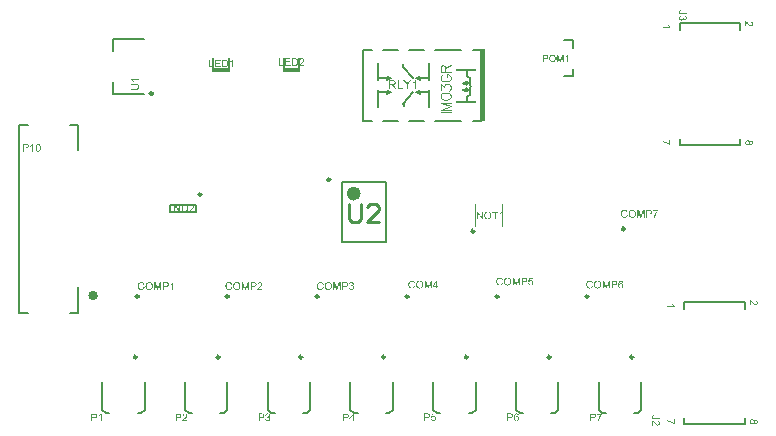
<source format=gbr>
%TF.GenerationSoftware,Altium Limited,Altium Designer,21.1.1 (26)*%
G04 Layer_Color=65535*
%FSLAX26Y26*%
%MOIN*%
%TF.SameCoordinates,5075B572-C75D-40FD-B4B0-80468548393A*%
%TF.FilePolarity,Positive*%
%TF.FileFunction,Legend,Top*%
%TF.Part,Single*%
G01*
G75*
%TA.AperFunction,NonConductor*%
%ADD37C,0.009842*%
%ADD38C,0.007874*%
%ADD45C,0.006000*%
%ADD46C,0.023622*%
%ADD47C,0.010000*%
%ADD48C,0.015748*%
%ADD49C,0.008000*%
%ADD50C,0.007992*%
%ADD51C,0.003937*%
%ADD52C,0.005000*%
%ADD53C,0.004000*%
%ADD54R,0.011810X0.244094*%
%ADD55R,0.010000X0.058634*%
%ADD56R,0.010000X0.017650*%
%ADD57R,0.069000X0.010000*%
%ADD58R,0.051180X0.008032*%
G36*
X2003396Y2156490D02*
Y2144195D01*
X1999549D01*
Y2156490D01*
X1988363Y2173246D01*
X1993036D01*
X1998747Y2164467D01*
X1998771Y2164443D01*
X1998818Y2164349D01*
X1998912Y2164231D01*
X1999030Y2164042D01*
X1999172Y2163830D01*
X1999337Y2163570D01*
X1999502Y2163264D01*
X1999715Y2162933D01*
X1999951Y2162579D01*
X2000163Y2162202D01*
X2000659Y2161352D01*
X2001178Y2160479D01*
X2001697Y2159558D01*
X2001721Y2159582D01*
X2001768Y2159653D01*
X2001839Y2159794D01*
X2001933Y2159959D01*
X2002051Y2160172D01*
X2002216Y2160432D01*
X2002381Y2160715D01*
X2002594Y2161045D01*
X2002806Y2161423D01*
X2003042Y2161800D01*
X2003302Y2162225D01*
X2003585Y2162697D01*
X2003892Y2163169D01*
X2004199Y2163665D01*
X2004859Y2164703D01*
X2010500Y2173246D01*
X2014984D01*
X2003396Y2156490D01*
D02*
G37*
G36*
X2030418Y2144195D02*
X2026855D01*
Y2166921D01*
X2026831Y2166898D01*
X2026784Y2166874D01*
X2026713Y2166803D01*
X2026619Y2166709D01*
X2026501Y2166591D01*
X2026335Y2166473D01*
X2026147Y2166308D01*
X2025934Y2166143D01*
X2025722Y2165977D01*
X2025462Y2165789D01*
X2024872Y2165364D01*
X2024211Y2164916D01*
X2023456Y2164443D01*
X2023433Y2164420D01*
X2023362Y2164396D01*
X2023244Y2164325D01*
X2023102Y2164255D01*
X2022913Y2164137D01*
X2022701Y2164019D01*
X2022465Y2163901D01*
X2022205Y2163759D01*
X2021639Y2163452D01*
X2021002Y2163146D01*
X2020365Y2162862D01*
X2019727Y2162603D01*
Y2166072D01*
X2019751Y2166095D01*
X2019869Y2166143D01*
X2020011Y2166213D01*
X2020223Y2166331D01*
X2020483Y2166450D01*
X2020789Y2166615D01*
X2021120Y2166803D01*
X2021497Y2167016D01*
X2021899Y2167252D01*
X2022300Y2167512D01*
X2023173Y2168102D01*
X2024070Y2168739D01*
X2024943Y2169470D01*
X2024967Y2169494D01*
X2025037Y2169565D01*
X2025155Y2169659D01*
X2025297Y2169824D01*
X2025486Y2169990D01*
X2025698Y2170202D01*
X2025934Y2170438D01*
X2026170Y2170721D01*
X2026689Y2171311D01*
X2027232Y2171972D01*
X2027704Y2172656D01*
X2027917Y2173010D01*
X2028105Y2173364D01*
X2030418D01*
Y2144195D01*
D02*
G37*
G36*
X1972504Y2147617D02*
X1986805D01*
Y2144195D01*
X1968657D01*
Y2173246D01*
X1972504D01*
Y2147617D01*
D02*
G37*
G36*
X1953411Y2173223D02*
X1953765Y2173199D01*
X1954190Y2173175D01*
X1954639Y2173152D01*
X1955583Y2173057D01*
X1956550Y2172916D01*
X1957022Y2172822D01*
X1957494Y2172704D01*
X1957919Y2172586D01*
X1958320Y2172444D01*
X1958344D01*
X1958415Y2172397D01*
X1958509Y2172349D01*
X1958651Y2172302D01*
X1958839Y2172208D01*
X1959028Y2172090D01*
X1959477Y2171807D01*
X1959736Y2171642D01*
X1959996Y2171429D01*
X1960279Y2171193D01*
X1960539Y2170957D01*
X1960798Y2170674D01*
X1961081Y2170367D01*
X1961317Y2170037D01*
X1961553Y2169683D01*
X1961577Y2169659D01*
X1961601Y2169588D01*
X1961671Y2169494D01*
X1961742Y2169329D01*
X1961837Y2169140D01*
X1961931Y2168927D01*
X1962049Y2168668D01*
X1962167Y2168385D01*
X1962285Y2168078D01*
X1962403Y2167747D01*
X1962592Y2167016D01*
X1962733Y2166190D01*
X1962757Y2165765D01*
X1962781Y2165317D01*
Y2165293D01*
Y2165175D01*
X1962757Y2165010D01*
Y2164798D01*
X1962710Y2164538D01*
X1962686Y2164231D01*
X1962615Y2163877D01*
X1962521Y2163499D01*
X1962427Y2163098D01*
X1962285Y2162697D01*
X1962120Y2162249D01*
X1961931Y2161824D01*
X1961695Y2161376D01*
X1961435Y2160927D01*
X1961129Y2160502D01*
X1960775Y2160101D01*
X1960751Y2160077D01*
X1960680Y2160007D01*
X1960562Y2159912D01*
X1960397Y2159771D01*
X1960185Y2159582D01*
X1959925Y2159393D01*
X1959618Y2159181D01*
X1959241Y2158968D01*
X1958839Y2158732D01*
X1958391Y2158520D01*
X1957872Y2158284D01*
X1957329Y2158072D01*
X1956715Y2157859D01*
X1956055Y2157694D01*
X1955347Y2157529D01*
X1954591Y2157411D01*
X1954615D01*
X1954662Y2157387D01*
X1954733Y2157340D01*
X1954851Y2157293D01*
X1955111Y2157128D01*
X1955465Y2156939D01*
X1955842Y2156726D01*
X1956220Y2156467D01*
X1956574Y2156207D01*
X1956904Y2155948D01*
X1956928Y2155924D01*
X1956975Y2155877D01*
X1957069Y2155782D01*
X1957187Y2155664D01*
X1957353Y2155523D01*
X1957518Y2155334D01*
X1957730Y2155122D01*
X1957943Y2154885D01*
X1958179Y2154626D01*
X1958438Y2154343D01*
X1958698Y2154012D01*
X1958957Y2153682D01*
X1959524Y2152927D01*
X1960090Y2152101D01*
X1965117Y2144195D01*
X1960326D01*
X1956479Y2150236D01*
X1956456Y2150260D01*
X1956409Y2150354D01*
X1956314Y2150496D01*
X1956196Y2150661D01*
X1956055Y2150874D01*
X1955889Y2151133D01*
X1955701Y2151416D01*
X1955512Y2151700D01*
X1955063Y2152360D01*
X1954591Y2153021D01*
X1954143Y2153658D01*
X1953907Y2153941D01*
X1953695Y2154225D01*
Y2154248D01*
X1953647Y2154296D01*
X1953600Y2154366D01*
X1953506Y2154461D01*
X1953317Y2154697D01*
X1953034Y2154980D01*
X1952751Y2155310D01*
X1952420Y2155641D01*
X1952066Y2155924D01*
X1951736Y2156160D01*
X1951689Y2156184D01*
X1951594Y2156254D01*
X1951429Y2156349D01*
X1951193Y2156467D01*
X1950933Y2156608D01*
X1950650Y2156750D01*
X1950343Y2156868D01*
X1950013Y2156962D01*
X1949989D01*
X1949895Y2156986D01*
X1949730Y2157010D01*
X1949494Y2157033D01*
X1949211Y2157057D01*
X1948833Y2157080D01*
X1948385Y2157104D01*
X1943429D01*
Y2144195D01*
X1939582D01*
Y2173246D01*
X1953081D01*
X1953411Y2173223D01*
D02*
G37*
G36*
X2485923Y2259036D02*
X2486176D01*
X2486488Y2258997D01*
X2486839Y2258958D01*
X2487229Y2258900D01*
X2487678Y2258822D01*
X2488146Y2258724D01*
X2488633Y2258607D01*
X2489121Y2258451D01*
X2489628Y2258276D01*
X2490154Y2258081D01*
X2490661Y2257827D01*
X2491149Y2257554D01*
X2491617Y2257223D01*
X2491636Y2257203D01*
X2491734Y2257145D01*
X2491851Y2257028D01*
X2492026Y2256891D01*
X2492221Y2256696D01*
X2492455Y2256462D01*
X2492689Y2256189D01*
X2492962Y2255897D01*
X2493255Y2255546D01*
X2493528Y2255156D01*
X2493820Y2254727D01*
X2494093Y2254278D01*
X2494366Y2253771D01*
X2494620Y2253245D01*
X2494854Y2252660D01*
X2495049Y2252055D01*
X2491929Y2251334D01*
Y2251373D01*
X2491890Y2251451D01*
X2491851Y2251587D01*
X2491773Y2251763D01*
X2491695Y2251977D01*
X2491578Y2252231D01*
X2491461Y2252504D01*
X2491305Y2252796D01*
X2490973Y2253420D01*
X2490544Y2254044D01*
X2490310Y2254337D01*
X2490057Y2254629D01*
X2489784Y2254902D01*
X2489491Y2255136D01*
X2489472Y2255156D01*
X2489413Y2255195D01*
X2489335Y2255253D01*
X2489199Y2255331D01*
X2489043Y2255409D01*
X2488867Y2255526D01*
X2488653Y2255624D01*
X2488399Y2255741D01*
X2488126Y2255858D01*
X2487834Y2255955D01*
X2487502Y2256072D01*
X2487151Y2256150D01*
X2486781Y2256228D01*
X2486371Y2256287D01*
X2485962Y2256326D01*
X2485513Y2256345D01*
X2485240D01*
X2485045Y2256326D01*
X2484811Y2256306D01*
X2484538Y2256267D01*
X2484226Y2256228D01*
X2483895Y2256189D01*
X2483544Y2256111D01*
X2483173Y2256014D01*
X2482783Y2255916D01*
X2482393Y2255780D01*
X2482003Y2255643D01*
X2481613Y2255448D01*
X2481243Y2255253D01*
X2480892Y2255019D01*
X2480872Y2255000D01*
X2480814Y2254961D01*
X2480716Y2254883D01*
X2480599Y2254785D01*
X2480443Y2254649D01*
X2480268Y2254473D01*
X2480073Y2254298D01*
X2479878Y2254083D01*
X2479663Y2253830D01*
X2479449Y2253557D01*
X2479215Y2253264D01*
X2479000Y2252952D01*
X2478805Y2252621D01*
X2478610Y2252250D01*
X2478435Y2251860D01*
X2478279Y2251451D01*
Y2251431D01*
X2478240Y2251353D01*
X2478220Y2251236D01*
X2478162Y2251061D01*
X2478103Y2250866D01*
X2478045Y2250612D01*
X2477986Y2250339D01*
X2477908Y2250027D01*
X2477830Y2249696D01*
X2477772Y2249345D01*
X2477713Y2248955D01*
X2477655Y2248565D01*
X2477577Y2247726D01*
X2477538Y2246849D01*
Y2246810D01*
Y2246712D01*
Y2246556D01*
X2477557Y2246342D01*
Y2246069D01*
X2477577Y2245757D01*
X2477616Y2245406D01*
X2477655Y2245035D01*
X2477694Y2244626D01*
X2477752Y2244197D01*
X2477908Y2243300D01*
X2478123Y2242383D01*
X2478259Y2241935D01*
X2478415Y2241486D01*
X2478435Y2241467D01*
X2478454Y2241389D01*
X2478513Y2241272D01*
X2478591Y2241116D01*
X2478688Y2240921D01*
X2478805Y2240706D01*
X2478942Y2240472D01*
X2479098Y2240199D01*
X2479273Y2239926D01*
X2479488Y2239653D01*
X2479722Y2239361D01*
X2479956Y2239088D01*
X2480229Y2238815D01*
X2480521Y2238542D01*
X2480853Y2238308D01*
X2481184Y2238074D01*
X2481204Y2238054D01*
X2481262Y2238035D01*
X2481379Y2237976D01*
X2481516Y2237898D01*
X2481691Y2237820D01*
X2481906Y2237723D01*
X2482140Y2237625D01*
X2482413Y2237528D01*
X2482705Y2237411D01*
X2483017Y2237313D01*
X2483349Y2237216D01*
X2483700Y2237138D01*
X2484070Y2237060D01*
X2484460Y2237001D01*
X2484850Y2236982D01*
X2485260Y2236962D01*
X2485377D01*
X2485513Y2236982D01*
X2485708D01*
X2485942Y2237001D01*
X2486196Y2237040D01*
X2486508Y2237099D01*
X2486820Y2237157D01*
X2487171Y2237235D01*
X2487541Y2237333D01*
X2487912Y2237450D01*
X2488282Y2237606D01*
X2488672Y2237781D01*
X2489043Y2237976D01*
X2489413Y2238210D01*
X2489764Y2238483D01*
X2489784Y2238503D01*
X2489842Y2238561D01*
X2489940Y2238639D01*
X2490057Y2238776D01*
X2490213Y2238932D01*
X2490388Y2239127D01*
X2490583Y2239361D01*
X2490778Y2239634D01*
X2490973Y2239946D01*
X2491188Y2240277D01*
X2491402Y2240648D01*
X2491617Y2241077D01*
X2491812Y2241506D01*
X2491987Y2241993D01*
X2492143Y2242520D01*
X2492280Y2243066D01*
X2495458Y2242266D01*
Y2242247D01*
X2495439Y2242227D01*
Y2242169D01*
X2495419Y2242091D01*
X2495341Y2241896D01*
X2495263Y2241623D01*
X2495146Y2241291D01*
X2495010Y2240921D01*
X2494834Y2240492D01*
X2494620Y2240043D01*
X2494405Y2239575D01*
X2494132Y2239088D01*
X2493840Y2238600D01*
X2493508Y2238093D01*
X2493138Y2237606D01*
X2492748Y2237138D01*
X2492319Y2236709D01*
X2491851Y2236299D01*
X2491812Y2236280D01*
X2491734Y2236221D01*
X2491578Y2236104D01*
X2491383Y2235987D01*
X2491129Y2235831D01*
X2490837Y2235656D01*
X2490486Y2235461D01*
X2490096Y2235285D01*
X2489647Y2235090D01*
X2489160Y2234895D01*
X2488633Y2234720D01*
X2488087Y2234564D01*
X2487483Y2234447D01*
X2486859Y2234349D01*
X2486196Y2234271D01*
X2485513Y2234252D01*
X2485338D01*
X2485143Y2234271D01*
X2484870D01*
X2484538Y2234291D01*
X2484168Y2234330D01*
X2483739Y2234388D01*
X2483271Y2234447D01*
X2482783Y2234525D01*
X2482276Y2234642D01*
X2481750Y2234759D01*
X2481223Y2234915D01*
X2480697Y2235090D01*
X2480190Y2235305D01*
X2479683Y2235539D01*
X2479215Y2235812D01*
X2479195Y2235831D01*
X2479117Y2235890D01*
X2478981Y2235987D01*
X2478825Y2236104D01*
X2478610Y2236280D01*
X2478376Y2236475D01*
X2478123Y2236709D01*
X2477850Y2236982D01*
X2477557Y2237274D01*
X2477245Y2237625D01*
X2476953Y2237996D01*
X2476641Y2238405D01*
X2476348Y2238854D01*
X2476056Y2239341D01*
X2475783Y2239848D01*
X2475529Y2240394D01*
X2475510Y2240433D01*
X2475471Y2240531D01*
X2475412Y2240687D01*
X2475334Y2240921D01*
X2475237Y2241194D01*
X2475120Y2241525D01*
X2475022Y2241896D01*
X2474905Y2242325D01*
X2474769Y2242793D01*
X2474671Y2243280D01*
X2474554Y2243826D01*
X2474457Y2244372D01*
X2474379Y2244957D01*
X2474320Y2245562D01*
X2474281Y2246186D01*
X2474262Y2246829D01*
Y2246849D01*
Y2246868D01*
Y2246927D01*
Y2247005D01*
X2474281Y2247200D01*
Y2247453D01*
X2474301Y2247785D01*
X2474340Y2248155D01*
X2474379Y2248584D01*
X2474437Y2249052D01*
X2474515Y2249540D01*
X2474613Y2250066D01*
X2474730Y2250612D01*
X2474866Y2251158D01*
X2475022Y2251724D01*
X2475217Y2252289D01*
X2475432Y2252835D01*
X2475685Y2253362D01*
X2475705Y2253401D01*
X2475744Y2253479D01*
X2475841Y2253635D01*
X2475958Y2253830D01*
X2476095Y2254044D01*
X2476270Y2254317D01*
X2476485Y2254610D01*
X2476719Y2254941D01*
X2476992Y2255273D01*
X2477304Y2255624D01*
X2477635Y2255975D01*
X2478006Y2256326D01*
X2478396Y2256677D01*
X2478805Y2256989D01*
X2479254Y2257301D01*
X2479741Y2257593D01*
X2479780Y2257613D01*
X2479858Y2257652D01*
X2480014Y2257730D01*
X2480209Y2257827D01*
X2480463Y2257925D01*
X2480755Y2258061D01*
X2481087Y2258198D01*
X2481457Y2258334D01*
X2481886Y2258471D01*
X2482335Y2258588D01*
X2482803Y2258724D01*
X2483329Y2258822D01*
X2483856Y2258919D01*
X2484402Y2258997D01*
X2484987Y2259036D01*
X2485572Y2259056D01*
X2485728D01*
X2485923Y2259036D01*
D02*
G37*
G36*
X2522193Y2234661D02*
X2519131D01*
Y2254746D01*
X2512111Y2234661D01*
X2509264D01*
X2502322Y2255097D01*
Y2234661D01*
X2499261D01*
Y2258666D01*
X2504019D01*
X2509713Y2241662D01*
Y2241642D01*
X2509752Y2241564D01*
X2509791Y2241428D01*
X2509849Y2241272D01*
X2509908Y2241077D01*
X2509986Y2240862D01*
X2510064Y2240609D01*
X2510142Y2240336D01*
X2510337Y2239751D01*
X2510532Y2239166D01*
X2510707Y2238600D01*
X2510785Y2238347D01*
X2510863Y2238113D01*
Y2238132D01*
X2510883Y2238171D01*
X2510902Y2238249D01*
X2510941Y2238366D01*
X2510980Y2238503D01*
X2511039Y2238659D01*
X2511097Y2238854D01*
X2511175Y2239088D01*
X2511253Y2239341D01*
X2511351Y2239634D01*
X2511468Y2239946D01*
X2511585Y2240277D01*
X2511702Y2240667D01*
X2511838Y2241057D01*
X2511994Y2241486D01*
X2512150Y2241954D01*
X2517922Y2258666D01*
X2522193D01*
Y2234661D01*
D02*
G37*
G36*
X2537188D02*
X2534244D01*
Y2253440D01*
X2534224Y2253420D01*
X2534185Y2253401D01*
X2534127Y2253342D01*
X2534049Y2253264D01*
X2533951Y2253167D01*
X2533815Y2253069D01*
X2533659Y2252933D01*
X2533483Y2252796D01*
X2533308Y2252660D01*
X2533093Y2252504D01*
X2532606Y2252153D01*
X2532060Y2251782D01*
X2531436Y2251392D01*
X2531416Y2251373D01*
X2531358Y2251353D01*
X2531260Y2251295D01*
X2531143Y2251236D01*
X2530987Y2251139D01*
X2530812Y2251041D01*
X2530617Y2250944D01*
X2530402Y2250827D01*
X2529934Y2250573D01*
X2529408Y2250320D01*
X2528881Y2250086D01*
X2528355Y2249871D01*
Y2252738D01*
X2528374Y2252757D01*
X2528472Y2252796D01*
X2528589Y2252855D01*
X2528764Y2252952D01*
X2528979Y2253050D01*
X2529232Y2253186D01*
X2529505Y2253342D01*
X2529817Y2253518D01*
X2530149Y2253713D01*
X2530480Y2253927D01*
X2531202Y2254415D01*
X2531943Y2254941D01*
X2532664Y2255546D01*
X2532684Y2255565D01*
X2532742Y2255624D01*
X2532840Y2255702D01*
X2532957Y2255838D01*
X2533113Y2255975D01*
X2533288Y2256150D01*
X2533483Y2256345D01*
X2533678Y2256579D01*
X2534107Y2257067D01*
X2534556Y2257613D01*
X2534946Y2258178D01*
X2535121Y2258471D01*
X2535277Y2258763D01*
X2537188D01*
Y2234661D01*
D02*
G37*
G36*
X2462679Y2258646D02*
X2463205D01*
X2463790Y2258607D01*
X2464395Y2258568D01*
X2464980Y2258510D01*
X2465253Y2258471D01*
X2465506Y2258432D01*
X2465526D01*
X2465584Y2258412D01*
X2465682Y2258393D01*
X2465799Y2258373D01*
X2465955Y2258334D01*
X2466130Y2258295D01*
X2466325Y2258237D01*
X2466540Y2258178D01*
X2466988Y2258022D01*
X2467495Y2257827D01*
X2467983Y2257593D01*
X2468451Y2257301D01*
X2468470D01*
X2468509Y2257262D01*
X2468568Y2257223D01*
X2468646Y2257145D01*
X2468880Y2256969D01*
X2469153Y2256696D01*
X2469445Y2256384D01*
X2469777Y2255975D01*
X2470089Y2255507D01*
X2470381Y2254980D01*
Y2254961D01*
X2470420Y2254922D01*
X2470459Y2254824D01*
X2470498Y2254727D01*
X2470557Y2254590D01*
X2470615Y2254415D01*
X2470674Y2254220D01*
X2470752Y2254025D01*
X2470830Y2253791D01*
X2470888Y2253537D01*
X2471005Y2252991D01*
X2471083Y2252367D01*
X2471122Y2251724D01*
Y2251685D01*
Y2251587D01*
X2471103Y2251431D01*
X2471083Y2251217D01*
X2471064Y2250944D01*
X2471025Y2250651D01*
X2470966Y2250300D01*
X2470888Y2249930D01*
X2470771Y2249520D01*
X2470654Y2249111D01*
X2470498Y2248682D01*
X2470303Y2248253D01*
X2470069Y2247804D01*
X2469816Y2247375D01*
X2469523Y2246946D01*
X2469172Y2246537D01*
X2469153Y2246517D01*
X2469075Y2246439D01*
X2468958Y2246342D01*
X2468782Y2246205D01*
X2468568Y2246049D01*
X2468295Y2245874D01*
X2467963Y2245679D01*
X2467554Y2245484D01*
X2467105Y2245289D01*
X2466598Y2245094D01*
X2466013Y2244918D01*
X2465389Y2244762D01*
X2464668Y2244626D01*
X2463888Y2244528D01*
X2463049Y2244450D01*
X2462133Y2244431D01*
X2455990D01*
Y2234661D01*
X2452812D01*
Y2258666D01*
X2462445D01*
X2462679Y2258646D01*
D02*
G37*
G36*
X2886822Y1428404D02*
X2886864Y1428300D01*
X2886926Y1428176D01*
X2887030Y1427988D01*
X2887134Y1427760D01*
X2887280Y1427489D01*
X2887446Y1427198D01*
X2887633Y1426865D01*
X2887841Y1426512D01*
X2888070Y1426158D01*
X2888590Y1425388D01*
X2889152Y1424598D01*
X2889796Y1423828D01*
X2889817Y1423808D01*
X2889880Y1423745D01*
X2889963Y1423641D01*
X2890108Y1423516D01*
X2890254Y1423350D01*
X2890441Y1423163D01*
X2890649Y1422955D01*
X2890899Y1422747D01*
X2891419Y1422289D01*
X2892001Y1421811D01*
X2892604Y1421395D01*
X2892916Y1421208D01*
X2893229Y1421041D01*
Y1419003D01*
X2867520D01*
Y1422144D01*
X2887550D01*
X2887529Y1422164D01*
X2887508Y1422206D01*
X2887446Y1422268D01*
X2887363Y1422352D01*
X2887259Y1422456D01*
X2887155Y1422601D01*
X2887009Y1422768D01*
X2886864Y1422955D01*
X2886718Y1423142D01*
X2886552Y1423371D01*
X2886177Y1423891D01*
X2885782Y1424473D01*
X2885366Y1425139D01*
X2885345Y1425160D01*
X2885325Y1425222D01*
X2885262Y1425326D01*
X2885200Y1425451D01*
X2885096Y1425617D01*
X2884992Y1425804D01*
X2884888Y1426012D01*
X2884763Y1426241D01*
X2884492Y1426740D01*
X2884222Y1427302D01*
X2883972Y1427864D01*
X2883744Y1428425D01*
X2886801D01*
X2886822Y1428404D01*
D02*
G37*
G36*
X3143797Y1440174D02*
X3144129Y1440132D01*
X3144504Y1440070D01*
X3144878Y1439966D01*
X3145273Y1439841D01*
X3145294D01*
X3145357Y1439820D01*
X3145440Y1439779D01*
X3145565Y1439716D01*
X3145731Y1439654D01*
X3145918Y1439571D01*
X3146126Y1439467D01*
X3146355Y1439342D01*
X3146875Y1439051D01*
X3147457Y1438697D01*
X3148061Y1438281D01*
X3148685Y1437782D01*
X3148705Y1437761D01*
X3148768Y1437719D01*
X3148851Y1437636D01*
X3148976Y1437511D01*
X3149142Y1437366D01*
X3149329Y1437179D01*
X3149537Y1436971D01*
X3149787Y1436721D01*
X3150057Y1436451D01*
X3150369Y1436139D01*
X3150681Y1435806D01*
X3151014Y1435431D01*
X3151389Y1435036D01*
X3151763Y1434620D01*
X3152137Y1434142D01*
X3152553Y1433663D01*
X3152574Y1433643D01*
X3152595Y1433622D01*
X3152637Y1433559D01*
X3152699Y1433476D01*
X3152886Y1433268D01*
X3153115Y1432998D01*
X3153406Y1432644D01*
X3153760Y1432270D01*
X3154134Y1431854D01*
X3154529Y1431396D01*
X3154966Y1430939D01*
X3155403Y1430460D01*
X3155861Y1429982D01*
X3156318Y1429524D01*
X3156755Y1429087D01*
X3157192Y1428692D01*
X3157608Y1428339D01*
X3158003Y1428027D01*
X3158024Y1428006D01*
X3158086Y1427964D01*
X3158190Y1427881D01*
X3158336Y1427798D01*
X3158523Y1427694D01*
X3158731Y1427569D01*
X3158960Y1427423D01*
X3159230Y1427278D01*
X3159792Y1427007D01*
X3160437Y1426779D01*
X3160769Y1426695D01*
X3161102Y1426612D01*
X3161435Y1426571D01*
X3161768Y1426550D01*
X3161789D01*
X3161851D01*
X3161955D01*
X3162080Y1426571D01*
X3162246Y1426591D01*
X3162433Y1426612D01*
X3162641Y1426654D01*
X3162870Y1426716D01*
X3163369Y1426883D01*
X3163619Y1426987D01*
X3163889Y1427111D01*
X3164160Y1427278D01*
X3164430Y1427465D01*
X3164680Y1427673D01*
X3164929Y1427902D01*
X3164950Y1427923D01*
X3164992Y1427964D01*
X3165054Y1428047D01*
X3165137Y1428151D01*
X3165221Y1428276D01*
X3165345Y1428443D01*
X3165449Y1428630D01*
X3165574Y1428838D01*
X3165699Y1429067D01*
X3165803Y1429337D01*
X3165928Y1429628D01*
X3166011Y1429919D01*
X3166094Y1430252D01*
X3166157Y1430606D01*
X3166198Y1430980D01*
X3166219Y1431375D01*
Y1431583D01*
X3166198Y1431750D01*
X3166177Y1431937D01*
X3166157Y1432166D01*
X3166115Y1432415D01*
X3166053Y1432686D01*
X3165886Y1433268D01*
X3165782Y1433559D01*
X3165637Y1433871D01*
X3165491Y1434163D01*
X3165304Y1434454D01*
X3165096Y1434745D01*
X3164846Y1435015D01*
X3164825Y1435036D01*
X3164784Y1435078D01*
X3164701Y1435140D01*
X3164597Y1435223D01*
X3164451Y1435327D01*
X3164285Y1435452D01*
X3164097Y1435556D01*
X3163869Y1435681D01*
X3163598Y1435827D01*
X3163328Y1435931D01*
X3163016Y1436055D01*
X3162683Y1436159D01*
X3162309Y1436243D01*
X3161934Y1436305D01*
X3161518Y1436347D01*
X3161081Y1436367D01*
X3161414Y1439591D01*
X3161435D01*
X3161456D01*
X3161581Y1439571D01*
X3161768Y1439550D01*
X3161997Y1439508D01*
X3162309Y1439446D01*
X3162662Y1439383D01*
X3163037Y1439279D01*
X3163453Y1439155D01*
X3163889Y1439030D01*
X3164347Y1438843D01*
X3164784Y1438655D01*
X3165241Y1438406D01*
X3165699Y1438156D01*
X3166136Y1437844D01*
X3166531Y1437491D01*
X3166905Y1437116D01*
X3166926Y1437095D01*
X3166989Y1437012D01*
X3167093Y1436887D01*
X3167197Y1436721D01*
X3167342Y1436513D01*
X3167509Y1436243D01*
X3167675Y1435931D01*
X3167862Y1435577D01*
X3168049Y1435182D01*
X3168216Y1434745D01*
X3168382Y1434267D01*
X3168528Y1433747D01*
X3168653Y1433206D01*
X3168736Y1432603D01*
X3168798Y1431979D01*
X3168819Y1431313D01*
Y1431147D01*
X3168798Y1430959D01*
X3168777Y1430710D01*
X3168757Y1430398D01*
X3168715Y1430044D01*
X3168653Y1429628D01*
X3168569Y1429212D01*
X3168445Y1428755D01*
X3168320Y1428276D01*
X3168153Y1427798D01*
X3167945Y1427299D01*
X3167717Y1426820D01*
X3167446Y1426363D01*
X3167113Y1425905D01*
X3166760Y1425489D01*
X3166739Y1425468D01*
X3166677Y1425385D01*
X3166552Y1425281D01*
X3166385Y1425156D01*
X3166198Y1424990D01*
X3165949Y1424803D01*
X3165678Y1424615D01*
X3165366Y1424407D01*
X3165013Y1424199D01*
X3164638Y1424012D01*
X3164222Y1423825D01*
X3163765Y1423659D01*
X3163286Y1423534D01*
X3162787Y1423409D01*
X3162267Y1423347D01*
X3161705Y1423326D01*
X3161685D01*
X3161643D01*
X3161560D01*
X3161435D01*
X3161310Y1423347D01*
X3161144Y1423367D01*
X3160957Y1423388D01*
X3160749Y1423409D01*
X3160291Y1423492D01*
X3159771Y1423596D01*
X3159230Y1423763D01*
X3158669Y1423971D01*
X3158648D01*
X3158606Y1423991D01*
X3158523Y1424033D01*
X3158419Y1424095D01*
X3158273Y1424158D01*
X3158107Y1424241D01*
X3157941Y1424345D01*
X3157733Y1424470D01*
X3157254Y1424761D01*
X3156734Y1425115D01*
X3156152Y1425551D01*
X3155549Y1426051D01*
X3155528Y1426071D01*
X3155465Y1426113D01*
X3155382Y1426196D01*
X3155257Y1426321D01*
X3155070Y1426487D01*
X3154883Y1426695D01*
X3154633Y1426924D01*
X3154363Y1427195D01*
X3154072Y1427507D01*
X3153718Y1427860D01*
X3153365Y1428255D01*
X3152949Y1428692D01*
X3152512Y1429171D01*
X3152054Y1429691D01*
X3151555Y1430273D01*
X3151035Y1430876D01*
X3151014Y1430918D01*
X3150931Y1431001D01*
X3150806Y1431147D01*
X3150661Y1431334D01*
X3150453Y1431563D01*
X3150245Y1431812D01*
X3149995Y1432103D01*
X3149745Y1432395D01*
X3149205Y1432998D01*
X3148685Y1433601D01*
X3148435Y1433871D01*
X3148185Y1434121D01*
X3147998Y1434350D01*
X3147811Y1434516D01*
X3147769Y1434558D01*
X3147665Y1434641D01*
X3147499Y1434787D01*
X3147291Y1434974D01*
X3147041Y1435182D01*
X3146750Y1435411D01*
X3146438Y1435619D01*
X3146126Y1435827D01*
Y1423284D01*
X3143110D01*
Y1440195D01*
X3143131D01*
X3143152D01*
X3143214D01*
X3143297D01*
X3143526D01*
X3143797Y1440174D01*
D02*
G37*
G36*
X2892792Y1026808D02*
X2890337D01*
X2890316Y1026829D01*
X2890213Y1026912D01*
X2890067Y1027058D01*
X2889859Y1027224D01*
X2889609Y1027453D01*
X2889297Y1027703D01*
X2888923Y1028015D01*
X2888507Y1028327D01*
X2888028Y1028701D01*
X2887508Y1029075D01*
X2886926Y1029471D01*
X2886323Y1029887D01*
X2885657Y1030323D01*
X2884950Y1030781D01*
X2884201Y1031218D01*
X2883411Y1031675D01*
X2883390D01*
X2883369Y1031696D01*
X2883307Y1031738D01*
X2883224Y1031779D01*
X2883120Y1031842D01*
X2882974Y1031904D01*
X2882662Y1032071D01*
X2882267Y1032279D01*
X2881809Y1032507D01*
X2881269Y1032757D01*
X2880686Y1033027D01*
X2880041Y1033319D01*
X2879355Y1033631D01*
X2878627Y1033943D01*
X2877857Y1034255D01*
X2877067Y1034546D01*
X2876235Y1034837D01*
X2875403Y1035128D01*
X2874550Y1035378D01*
X2874508D01*
X2874405Y1035419D01*
X2874238Y1035461D01*
X2873988Y1035523D01*
X2873677Y1035607D01*
X2873323Y1035690D01*
X2872928Y1035794D01*
X2872470Y1035877D01*
X2871971Y1035981D01*
X2871409Y1036085D01*
X2870848Y1036189D01*
X2870224Y1036293D01*
X2869579Y1036376D01*
X2868913Y1036459D01*
X2868227Y1036522D01*
X2867520Y1036584D01*
Y1039808D01*
X2867561D01*
X2867665D01*
X2867832Y1039787D01*
X2868061D01*
X2868352Y1039767D01*
X2868705Y1039725D01*
X2869101Y1039704D01*
X2869558Y1039642D01*
X2870078Y1039579D01*
X2870619Y1039496D01*
X2871222Y1039413D01*
X2871867Y1039288D01*
X2872553Y1039163D01*
X2873260Y1039018D01*
X2874009Y1038831D01*
X2874800Y1038643D01*
X2874820D01*
X2874841Y1038623D01*
X2874904D01*
X2874987Y1038581D01*
X2875091Y1038560D01*
X2875216Y1038519D01*
X2875528Y1038435D01*
X2875923Y1038311D01*
X2876360Y1038165D01*
X2876880Y1037999D01*
X2877441Y1037811D01*
X2878044Y1037583D01*
X2878689Y1037333D01*
X2879376Y1037083D01*
X2880083Y1036792D01*
X2880811Y1036459D01*
X2881560Y1036127D01*
X2882309Y1035773D01*
X2883057Y1035378D01*
X2883078D01*
X2883099Y1035357D01*
X2883161Y1035315D01*
X2883224Y1035274D01*
X2883452Y1035170D01*
X2883723Y1035003D01*
X2884056Y1034816D01*
X2884451Y1034587D01*
X2884909Y1034317D01*
X2885387Y1034005D01*
X2885907Y1033693D01*
X2886448Y1033339D01*
X2887009Y1032965D01*
X2887571Y1032570D01*
X2888694Y1031738D01*
X2889256Y1031301D01*
X2889776Y1030843D01*
Y1043386D01*
X2892792D01*
Y1026808D01*
D02*
G37*
G36*
X3150910Y1043365D02*
X3151118Y1043344D01*
X3151368Y1043323D01*
X3151659Y1043282D01*
X3151950Y1043219D01*
X3152616Y1043074D01*
X3152969Y1042970D01*
X3153302Y1042845D01*
X3153656Y1042699D01*
X3154009Y1042533D01*
X3154342Y1042346D01*
X3154675Y1042117D01*
X3154696Y1042096D01*
X3154758Y1042055D01*
X3154841Y1041992D01*
X3154945Y1041888D01*
X3155091Y1041743D01*
X3155237Y1041597D01*
X3155403Y1041410D01*
X3155590Y1041181D01*
X3155777Y1040952D01*
X3155985Y1040682D01*
X3156173Y1040370D01*
X3156360Y1040058D01*
X3156547Y1039704D01*
X3156713Y1039330D01*
X3156859Y1038935D01*
X3156984Y1038498D01*
Y1038519D01*
X3157025Y1038581D01*
X3157067Y1038685D01*
X3157109Y1038831D01*
X3157192Y1038976D01*
X3157275Y1039163D01*
X3157504Y1039600D01*
X3157795Y1040079D01*
X3158149Y1040557D01*
X3158544Y1041015D01*
X3158773Y1041223D01*
X3159022Y1041410D01*
X3159043D01*
X3159085Y1041451D01*
X3159168Y1041493D01*
X3159251Y1041555D01*
X3159397Y1041618D01*
X3159542Y1041701D01*
X3159729Y1041784D01*
X3159917Y1041867D01*
X3160145Y1041971D01*
X3160395Y1042055D01*
X3160936Y1042200D01*
X3161539Y1042304D01*
X3161872Y1042325D01*
X3162205Y1042346D01*
X3162246D01*
X3162329D01*
X3162475Y1042325D01*
X3162662Y1042304D01*
X3162912Y1042283D01*
X3163182Y1042242D01*
X3163494Y1042179D01*
X3163848Y1042096D01*
X3164201Y1041992D01*
X3164576Y1041867D01*
X3164971Y1041701D01*
X3165366Y1041493D01*
X3165761Y1041264D01*
X3166157Y1041015D01*
X3166531Y1040703D01*
X3166905Y1040349D01*
X3166926Y1040328D01*
X3166989Y1040266D01*
X3167093Y1040141D01*
X3167197Y1039975D01*
X3167342Y1039787D01*
X3167509Y1039538D01*
X3167675Y1039267D01*
X3167862Y1038935D01*
X3168049Y1038581D01*
X3168216Y1038165D01*
X3168382Y1037728D01*
X3168528Y1037250D01*
X3168653Y1036751D01*
X3168736Y1036210D01*
X3168798Y1035627D01*
X3168819Y1035024D01*
Y1034879D01*
X3168798Y1034691D01*
Y1034463D01*
X3168757Y1034192D01*
X3168715Y1033859D01*
X3168653Y1033485D01*
X3168569Y1033090D01*
X3168465Y1032674D01*
X3168341Y1032237D01*
X3168174Y1031779D01*
X3167987Y1031343D01*
X3167779Y1030885D01*
X3167509Y1030448D01*
X3167217Y1030032D01*
X3166864Y1029637D01*
X3166843Y1029616D01*
X3166781Y1029554D01*
X3166656Y1029450D01*
X3166510Y1029304D01*
X3166323Y1029159D01*
X3166094Y1028992D01*
X3165845Y1028805D01*
X3165533Y1028597D01*
X3165200Y1028410D01*
X3164846Y1028223D01*
X3164451Y1028056D01*
X3164035Y1027890D01*
X3163598Y1027765D01*
X3163120Y1027661D01*
X3162641Y1027599D01*
X3162121Y1027578D01*
X3162101D01*
X3162038D01*
X3161955D01*
X3161830Y1027599D01*
X3161664D01*
X3161477Y1027619D01*
X3161289Y1027661D01*
X3161061Y1027703D01*
X3160582Y1027807D01*
X3160041Y1027973D01*
X3159521Y1028202D01*
X3159251Y1028347D01*
X3159001Y1028514D01*
X3158981D01*
X3158939Y1028555D01*
X3158877Y1028618D01*
X3158793Y1028680D01*
X3158669Y1028784D01*
X3158544Y1028909D01*
X3158419Y1029055D01*
X3158253Y1029221D01*
X3158107Y1029408D01*
X3157941Y1029616D01*
X3157774Y1029845D01*
X3157608Y1030095D01*
X3157441Y1030386D01*
X3157275Y1030677D01*
X3157129Y1030989D01*
X3156984Y1031343D01*
Y1031322D01*
X3156942Y1031239D01*
X3156901Y1031114D01*
X3156838Y1030947D01*
X3156755Y1030760D01*
X3156651Y1030531D01*
X3156526Y1030282D01*
X3156381Y1030011D01*
X3156027Y1029429D01*
X3155840Y1029138D01*
X3155611Y1028847D01*
X3155361Y1028555D01*
X3155091Y1028264D01*
X3154800Y1028015D01*
X3154488Y1027765D01*
X3154467Y1027744D01*
X3154405Y1027703D01*
X3154321Y1027661D01*
X3154176Y1027578D01*
X3154030Y1027474D01*
X3153822Y1027370D01*
X3153593Y1027266D01*
X3153344Y1027141D01*
X3153053Y1027037D01*
X3152741Y1026933D01*
X3152408Y1026829D01*
X3152054Y1026725D01*
X3151659Y1026642D01*
X3151264Y1026600D01*
X3150848Y1026559D01*
X3150411Y1026538D01*
X3150369D01*
X3150265D01*
X3150099Y1026559D01*
X3149870Y1026579D01*
X3149579Y1026600D01*
X3149246Y1026663D01*
X3148893Y1026725D01*
X3148497Y1026829D01*
X3148061Y1026954D01*
X3147624Y1027099D01*
X3147166Y1027287D01*
X3146709Y1027515D01*
X3146230Y1027786D01*
X3145773Y1028098D01*
X3145336Y1028451D01*
X3144899Y1028867D01*
X3144878Y1028888D01*
X3144795Y1028971D01*
X3144691Y1029096D01*
X3144545Y1029283D01*
X3144379Y1029512D01*
X3144192Y1029803D01*
X3144005Y1030136D01*
X3143797Y1030511D01*
X3143589Y1030927D01*
X3143381Y1031384D01*
X3143193Y1031883D01*
X3143027Y1032424D01*
X3142881Y1033007D01*
X3142777Y1033610D01*
X3142694Y1034275D01*
X3142673Y1034962D01*
Y1035128D01*
X3142694Y1035336D01*
X3142715Y1035586D01*
X3142736Y1035919D01*
X3142798Y1036272D01*
X3142861Y1036688D01*
X3142944Y1037146D01*
X3143069Y1037624D01*
X3143214Y1038123D01*
X3143401Y1038623D01*
X3143609Y1039143D01*
X3143859Y1039642D01*
X3144171Y1040141D01*
X3144504Y1040619D01*
X3144899Y1041077D01*
X3144920Y1041098D01*
X3145003Y1041181D01*
X3145128Y1041285D01*
X3145294Y1041431D01*
X3145523Y1041618D01*
X3145793Y1041805D01*
X3146085Y1042013D01*
X3146438Y1042221D01*
X3146833Y1042450D01*
X3147249Y1042658D01*
X3147707Y1042845D01*
X3148206Y1043032D01*
X3148726Y1043178D01*
X3149288Y1043282D01*
X3149870Y1043365D01*
X3150494Y1043386D01*
X3150515D01*
X3150598D01*
X3150744D01*
X3150910Y1043365D01*
D02*
G37*
G36*
X3135910Y1973602D02*
X3136118Y1973581D01*
X3136367Y1973560D01*
X3136659Y1973519D01*
X3136950Y1973456D01*
X3137615Y1973311D01*
X3137969Y1973207D01*
X3138302Y1973082D01*
X3138655Y1972936D01*
X3139009Y1972770D01*
X3139342Y1972583D01*
X3139675Y1972354D01*
X3139695Y1972333D01*
X3139758Y1972292D01*
X3139841Y1972229D01*
X3139945Y1972125D01*
X3140091Y1971980D01*
X3140236Y1971834D01*
X3140403Y1971647D01*
X3140590Y1971418D01*
X3140777Y1971189D01*
X3140985Y1970919D01*
X3141172Y1970607D01*
X3141359Y1970295D01*
X3141547Y1969941D01*
X3141713Y1969567D01*
X3141859Y1969172D01*
X3141983Y1968735D01*
Y1968756D01*
X3142025Y1968818D01*
X3142067Y1968922D01*
X3142108Y1969068D01*
X3142191Y1969213D01*
X3142275Y1969400D01*
X3142503Y1969837D01*
X3142795Y1970316D01*
X3143148Y1970794D01*
X3143543Y1971252D01*
X3143772Y1971460D01*
X3144022Y1971647D01*
X3144043D01*
X3144084Y1971688D01*
X3144167Y1971730D01*
X3144251Y1971792D01*
X3144396Y1971855D01*
X3144542Y1971938D01*
X3144729Y1972021D01*
X3144916Y1972104D01*
X3145145Y1972208D01*
X3145395Y1972292D01*
X3145935Y1972437D01*
X3146539Y1972541D01*
X3146871Y1972562D01*
X3147204Y1972583D01*
X3147246D01*
X3147329D01*
X3147475Y1972562D01*
X3147662Y1972541D01*
X3147911Y1972520D01*
X3148182Y1972479D01*
X3148494Y1972416D01*
X3148847Y1972333D01*
X3149201Y1972229D01*
X3149575Y1972104D01*
X3149971Y1971938D01*
X3150366Y1971730D01*
X3150761Y1971501D01*
X3151156Y1971252D01*
X3151531Y1970940D01*
X3151905Y1970586D01*
X3151926Y1970565D01*
X3151988Y1970503D01*
X3152092Y1970378D01*
X3152196Y1970212D01*
X3152342Y1970024D01*
X3152508Y1969775D01*
X3152675Y1969504D01*
X3152862Y1969172D01*
X3153049Y1968818D01*
X3153215Y1968402D01*
X3153382Y1967965D01*
X3153527Y1967487D01*
X3153652Y1966988D01*
X3153735Y1966447D01*
X3153798Y1965864D01*
X3153819Y1965261D01*
Y1965116D01*
X3153798Y1964928D01*
Y1964700D01*
X3153756Y1964429D01*
X3153715Y1964096D01*
X3153652Y1963722D01*
X3153569Y1963327D01*
X3153465Y1962911D01*
X3153340Y1962474D01*
X3153174Y1962016D01*
X3152987Y1961580D01*
X3152779Y1961122D01*
X3152508Y1960685D01*
X3152217Y1960269D01*
X3151863Y1959874D01*
X3151843Y1959853D01*
X3151780Y1959791D01*
X3151655Y1959687D01*
X3151510Y1959541D01*
X3151323Y1959396D01*
X3151094Y1959229D01*
X3150844Y1959042D01*
X3150532Y1958834D01*
X3150199Y1958647D01*
X3149846Y1958460D01*
X3149451Y1958293D01*
X3149035Y1958127D01*
X3148598Y1958002D01*
X3148119Y1957898D01*
X3147641Y1957836D01*
X3147121Y1957815D01*
X3147100D01*
X3147038D01*
X3146955D01*
X3146830Y1957836D01*
X3146663D01*
X3146476Y1957856D01*
X3146289Y1957898D01*
X3146060Y1957940D01*
X3145582Y1958044D01*
X3145041Y1958210D01*
X3144521Y1958439D01*
X3144251Y1958584D01*
X3144001Y1958751D01*
X3143980D01*
X3143939Y1958792D01*
X3143876Y1958855D01*
X3143793Y1958917D01*
X3143668Y1959021D01*
X3143543Y1959146D01*
X3143419Y1959292D01*
X3143252Y1959458D01*
X3143107Y1959645D01*
X3142940Y1959853D01*
X3142774Y1960082D01*
X3142607Y1960332D01*
X3142441Y1960623D01*
X3142275Y1960914D01*
X3142129Y1961226D01*
X3141983Y1961580D01*
Y1961559D01*
X3141942Y1961476D01*
X3141900Y1961351D01*
X3141838Y1961184D01*
X3141755Y1960997D01*
X3141651Y1960768D01*
X3141526Y1960519D01*
X3141380Y1960248D01*
X3141027Y1959666D01*
X3140839Y1959375D01*
X3140611Y1959084D01*
X3140361Y1958792D01*
X3140091Y1958501D01*
X3139799Y1958252D01*
X3139487Y1958002D01*
X3139467Y1957981D01*
X3139404Y1957940D01*
X3139321Y1957898D01*
X3139175Y1957815D01*
X3139030Y1957711D01*
X3138822Y1957607D01*
X3138593Y1957503D01*
X3138343Y1957378D01*
X3138052Y1957274D01*
X3137740Y1957170D01*
X3137407Y1957066D01*
X3137054Y1956962D01*
X3136659Y1956879D01*
X3136263Y1956837D01*
X3135847Y1956796D01*
X3135411Y1956775D01*
X3135369D01*
X3135265D01*
X3135099Y1956796D01*
X3134870Y1956816D01*
X3134579Y1956837D01*
X3134246Y1956900D01*
X3133892Y1956962D01*
X3133497Y1957066D01*
X3133060Y1957191D01*
X3132623Y1957336D01*
X3132166Y1957524D01*
X3131708Y1957752D01*
X3131230Y1958023D01*
X3130772Y1958335D01*
X3130335Y1958688D01*
X3129899Y1959104D01*
X3129878Y1959125D01*
X3129795Y1959208D01*
X3129691Y1959333D01*
X3129545Y1959520D01*
X3129379Y1959749D01*
X3129191Y1960040D01*
X3129004Y1960373D01*
X3128796Y1960748D01*
X3128588Y1961164D01*
X3128380Y1961621D01*
X3128193Y1962120D01*
X3128027Y1962661D01*
X3127881Y1963244D01*
X3127777Y1963847D01*
X3127694Y1964512D01*
X3127673Y1965199D01*
Y1965365D01*
X3127694Y1965573D01*
X3127715Y1965823D01*
X3127735Y1966156D01*
X3127798Y1966509D01*
X3127860Y1966925D01*
X3127943Y1967383D01*
X3128068Y1967861D01*
X3128214Y1968360D01*
X3128401Y1968860D01*
X3128609Y1969380D01*
X3128859Y1969879D01*
X3129171Y1970378D01*
X3129503Y1970856D01*
X3129899Y1971314D01*
X3129919Y1971335D01*
X3130003Y1971418D01*
X3130127Y1971522D01*
X3130294Y1971668D01*
X3130523Y1971855D01*
X3130793Y1972042D01*
X3131084Y1972250D01*
X3131438Y1972458D01*
X3131833Y1972687D01*
X3132249Y1972895D01*
X3132707Y1973082D01*
X3133206Y1973269D01*
X3133726Y1973415D01*
X3134287Y1973519D01*
X3134870Y1973602D01*
X3135494Y1973623D01*
X3135515D01*
X3135598D01*
X3135743D01*
X3135910Y1973602D01*
D02*
G37*
G36*
X2877791Y1957045D02*
X2875337D01*
X2875316Y1957066D01*
X2875212Y1957149D01*
X2875066Y1957295D01*
X2874858Y1957461D01*
X2874609Y1957690D01*
X2874297Y1957940D01*
X2873923Y1958252D01*
X2873506Y1958564D01*
X2873028Y1958938D01*
X2872508Y1959312D01*
X2871926Y1959708D01*
X2871323Y1960124D01*
X2870657Y1960560D01*
X2869950Y1961018D01*
X2869201Y1961455D01*
X2868410Y1961912D01*
X2868390D01*
X2868369Y1961933D01*
X2868307Y1961975D01*
X2868223Y1962016D01*
X2868119Y1962079D01*
X2867974Y1962141D01*
X2867662Y1962308D01*
X2867267Y1962516D01*
X2866809Y1962744D01*
X2866268Y1962994D01*
X2865686Y1963264D01*
X2865041Y1963556D01*
X2864354Y1963868D01*
X2863626Y1964180D01*
X2862857Y1964492D01*
X2862066Y1964783D01*
X2861235Y1965074D01*
X2860403Y1965365D01*
X2859550Y1965615D01*
X2859508D01*
X2859404Y1965656D01*
X2859238Y1965698D01*
X2858988Y1965760D01*
X2858676Y1965844D01*
X2858323Y1965927D01*
X2857927Y1966031D01*
X2857470Y1966114D01*
X2856970Y1966218D01*
X2856409Y1966322D01*
X2855847Y1966426D01*
X2855223Y1966530D01*
X2854579Y1966613D01*
X2853913Y1966696D01*
X2853227Y1966759D01*
X2852519Y1966821D01*
Y1970045D01*
X2852561D01*
X2852665D01*
X2852831Y1970024D01*
X2853060D01*
X2853351Y1970004D01*
X2853705Y1969962D01*
X2854100Y1969941D01*
X2854558Y1969879D01*
X2855078Y1969816D01*
X2855619Y1969733D01*
X2856222Y1969650D01*
X2856867Y1969525D01*
X2857553Y1969400D01*
X2858260Y1969255D01*
X2859009Y1969068D01*
X2859799Y1968880D01*
X2859820D01*
X2859841Y1968860D01*
X2859903D01*
X2859986Y1968818D01*
X2860090Y1968797D01*
X2860215Y1968756D01*
X2860527Y1968672D01*
X2860923Y1968548D01*
X2861359Y1968402D01*
X2861879Y1968236D01*
X2862441Y1968048D01*
X2863044Y1967820D01*
X2863689Y1967570D01*
X2864375Y1967320D01*
X2865082Y1967029D01*
X2865811Y1966696D01*
X2866559Y1966364D01*
X2867308Y1966010D01*
X2868057Y1965615D01*
X2868078D01*
X2868099Y1965594D01*
X2868161Y1965552D01*
X2868223Y1965511D01*
X2868452Y1965407D01*
X2868722Y1965240D01*
X2869055Y1965053D01*
X2869450Y1964824D01*
X2869908Y1964554D01*
X2870387Y1964242D01*
X2870907Y1963930D01*
X2871447Y1963576D01*
X2872009Y1963202D01*
X2872570Y1962807D01*
X2873694Y1961975D01*
X2874255Y1961538D01*
X2874775Y1961080D01*
Y1973623D01*
X2877791D01*
Y1957045D01*
D02*
G37*
G36*
X3128796Y2370411D02*
X3129129Y2370369D01*
X3129503Y2370307D01*
X3129878Y2370203D01*
X3130273Y2370078D01*
X3130294D01*
X3130356Y2370057D01*
X3130439Y2370016D01*
X3130564Y2369953D01*
X3130731Y2369891D01*
X3130918Y2369808D01*
X3131126Y2369704D01*
X3131355Y2369579D01*
X3131875Y2369288D01*
X3132457Y2368934D01*
X3133060Y2368518D01*
X3133684Y2368019D01*
X3133705Y2367998D01*
X3133767Y2367956D01*
X3133851Y2367873D01*
X3133975Y2367748D01*
X3134142Y2367603D01*
X3134329Y2367416D01*
X3134537Y2367208D01*
X3134787Y2366958D01*
X3135057Y2366688D01*
X3135369Y2366376D01*
X3135681Y2366043D01*
X3136014Y2365668D01*
X3136388Y2365273D01*
X3136763Y2364857D01*
X3137137Y2364379D01*
X3137553Y2363900D01*
X3137574Y2363880D01*
X3137595Y2363859D01*
X3137636Y2363796D01*
X3137699Y2363713D01*
X3137886Y2363505D01*
X3138115Y2363235D01*
X3138406Y2362881D01*
X3138759Y2362507D01*
X3139134Y2362091D01*
X3139529Y2361633D01*
X3139966Y2361176D01*
X3140403Y2360697D01*
X3140860Y2360219D01*
X3141318Y2359761D01*
X3141755Y2359324D01*
X3142191Y2358929D01*
X3142607Y2358576D01*
X3143003Y2358264D01*
X3143023Y2358243D01*
X3143086Y2358201D01*
X3143190Y2358118D01*
X3143335Y2358035D01*
X3143523Y2357931D01*
X3143731Y2357806D01*
X3143959Y2357660D01*
X3144230Y2357515D01*
X3144791Y2357244D01*
X3145436Y2357016D01*
X3145769Y2356932D01*
X3146102Y2356849D01*
X3146435Y2356808D01*
X3146767Y2356787D01*
X3146788D01*
X3146851D01*
X3146955D01*
X3147079Y2356808D01*
X3147246Y2356828D01*
X3147433Y2356849D01*
X3147641Y2356891D01*
X3147870Y2356953D01*
X3148369Y2357120D01*
X3148619Y2357224D01*
X3148889Y2357348D01*
X3149159Y2357515D01*
X3149430Y2357702D01*
X3149679Y2357910D01*
X3149929Y2358139D01*
X3149950Y2358160D01*
X3149991Y2358201D01*
X3150054Y2358284D01*
X3150137Y2358388D01*
X3150220Y2358513D01*
X3150345Y2358680D01*
X3150449Y2358867D01*
X3150574Y2359075D01*
X3150699Y2359304D01*
X3150803Y2359574D01*
X3150927Y2359865D01*
X3151011Y2360156D01*
X3151094Y2360489D01*
X3151156Y2360843D01*
X3151198Y2361217D01*
X3151219Y2361612D01*
Y2361820D01*
X3151198Y2361987D01*
X3151177Y2362174D01*
X3151156Y2362403D01*
X3151115Y2362652D01*
X3151052Y2362923D01*
X3150886Y2363505D01*
X3150782Y2363796D01*
X3150636Y2364108D01*
X3150491Y2364400D01*
X3150303Y2364691D01*
X3150095Y2364982D01*
X3149846Y2365252D01*
X3149825Y2365273D01*
X3149783Y2365315D01*
X3149700Y2365377D01*
X3149596Y2365460D01*
X3149451Y2365564D01*
X3149284Y2365689D01*
X3149097Y2365793D01*
X3148868Y2365918D01*
X3148598Y2366064D01*
X3148327Y2366168D01*
X3148015Y2366292D01*
X3147683Y2366396D01*
X3147308Y2366480D01*
X3146934Y2366542D01*
X3146518Y2366584D01*
X3146081Y2366604D01*
X3146414Y2369828D01*
X3146435D01*
X3146455D01*
X3146580Y2369808D01*
X3146767Y2369787D01*
X3146996Y2369745D01*
X3147308Y2369683D01*
X3147662Y2369620D01*
X3148036Y2369516D01*
X3148452Y2369392D01*
X3148889Y2369267D01*
X3149347Y2369080D01*
X3149783Y2368892D01*
X3150241Y2368643D01*
X3150699Y2368393D01*
X3151135Y2368081D01*
X3151531Y2367728D01*
X3151905Y2367353D01*
X3151926Y2367332D01*
X3151988Y2367249D01*
X3152092Y2367124D01*
X3152196Y2366958D01*
X3152342Y2366750D01*
X3152508Y2366480D01*
X3152675Y2366168D01*
X3152862Y2365814D01*
X3153049Y2365419D01*
X3153215Y2364982D01*
X3153382Y2364504D01*
X3153527Y2363984D01*
X3153652Y2363443D01*
X3153735Y2362840D01*
X3153798Y2362216D01*
X3153819Y2361550D01*
Y2361384D01*
X3153798Y2361196D01*
X3153777Y2360947D01*
X3153756Y2360635D01*
X3153715Y2360281D01*
X3153652Y2359865D01*
X3153569Y2359449D01*
X3153444Y2358992D01*
X3153319Y2358513D01*
X3153153Y2358035D01*
X3152945Y2357536D01*
X3152716Y2357057D01*
X3152446Y2356600D01*
X3152113Y2356142D01*
X3151759Y2355726D01*
X3151739Y2355705D01*
X3151676Y2355622D01*
X3151551Y2355518D01*
X3151385Y2355393D01*
X3151198Y2355227D01*
X3150948Y2355040D01*
X3150678Y2354852D01*
X3150366Y2354644D01*
X3150012Y2354436D01*
X3149638Y2354249D01*
X3149222Y2354062D01*
X3148764Y2353896D01*
X3148286Y2353771D01*
X3147787Y2353646D01*
X3147267Y2353584D01*
X3146705Y2353563D01*
X3146684D01*
X3146643D01*
X3146559D01*
X3146435D01*
X3146310Y2353584D01*
X3146143Y2353604D01*
X3145956Y2353625D01*
X3145748Y2353646D01*
X3145291Y2353729D01*
X3144771Y2353833D01*
X3144230Y2354000D01*
X3143668Y2354208D01*
X3143647D01*
X3143606Y2354228D01*
X3143523Y2354270D01*
X3143419Y2354332D01*
X3143273Y2354395D01*
X3143107Y2354478D01*
X3142940Y2354582D01*
X3142732Y2354707D01*
X3142254Y2354998D01*
X3141734Y2355352D01*
X3141151Y2355788D01*
X3140548Y2356288D01*
X3140527Y2356308D01*
X3140465Y2356350D01*
X3140382Y2356433D01*
X3140257Y2356558D01*
X3140070Y2356724D01*
X3139883Y2356932D01*
X3139633Y2357161D01*
X3139363Y2357432D01*
X3139071Y2357744D01*
X3138718Y2358097D01*
X3138364Y2358492D01*
X3137948Y2358929D01*
X3137511Y2359408D01*
X3137054Y2359928D01*
X3136555Y2360510D01*
X3136035Y2361113D01*
X3136014Y2361155D01*
X3135931Y2361238D01*
X3135806Y2361384D01*
X3135660Y2361571D01*
X3135452Y2361800D01*
X3135244Y2362049D01*
X3134995Y2362340D01*
X3134745Y2362632D01*
X3134204Y2363235D01*
X3133684Y2363838D01*
X3133435Y2364108D01*
X3133185Y2364358D01*
X3132998Y2364587D01*
X3132811Y2364753D01*
X3132769Y2364795D01*
X3132665Y2364878D01*
X3132499Y2365024D01*
X3132291Y2365211D01*
X3132041Y2365419D01*
X3131750Y2365648D01*
X3131438Y2365856D01*
X3131126Y2366064D01*
Y2353521D01*
X3128110D01*
Y2370432D01*
X3128131D01*
X3128151D01*
X3128214D01*
X3128297D01*
X3128526D01*
X3128796Y2370411D01*
D02*
G37*
G36*
X2871822Y2358641D02*
X2871863Y2358537D01*
X2871926Y2358413D01*
X2872030Y2358225D01*
X2872134Y2357997D01*
X2872279Y2357726D01*
X2872446Y2357435D01*
X2872633Y2357102D01*
X2872841Y2356749D01*
X2873070Y2356395D01*
X2873590Y2355625D01*
X2874151Y2354835D01*
X2874796Y2354065D01*
X2874817Y2354045D01*
X2874879Y2353982D01*
X2874963Y2353878D01*
X2875108Y2353753D01*
X2875254Y2353587D01*
X2875441Y2353400D01*
X2875649Y2353192D01*
X2875898Y2352984D01*
X2876419Y2352526D01*
X2877001Y2352048D01*
X2877604Y2351632D01*
X2877916Y2351445D01*
X2878228Y2351278D01*
Y2349240D01*
X2852519D01*
Y2352381D01*
X2872550D01*
X2872529Y2352401D01*
X2872508Y2352443D01*
X2872446Y2352505D01*
X2872363Y2352589D01*
X2872258Y2352693D01*
X2872155Y2352838D01*
X2872009Y2353005D01*
X2871863Y2353192D01*
X2871718Y2353379D01*
X2871551Y2353608D01*
X2871177Y2354128D01*
X2870782Y2354710D01*
X2870366Y2355376D01*
X2870345Y2355397D01*
X2870324Y2355459D01*
X2870262Y2355563D01*
X2870199Y2355688D01*
X2870095Y2355854D01*
X2869991Y2356041D01*
X2869887Y2356249D01*
X2869762Y2356478D01*
X2869492Y2356977D01*
X2869222Y2357539D01*
X2868972Y2358101D01*
X2868743Y2358662D01*
X2871801D01*
X2871822Y2358641D01*
D02*
G37*
G36*
X754334Y1936104D02*
X751193D01*
Y1956134D01*
X751172Y1956114D01*
X751130Y1956093D01*
X751068Y1956030D01*
X750985Y1955947D01*
X750881Y1955843D01*
X750735Y1955739D01*
X750569Y1955594D01*
X750382Y1955448D01*
X750194Y1955302D01*
X749966Y1955136D01*
X749446Y1954762D01*
X748863Y1954366D01*
X748198Y1953950D01*
X748177Y1953930D01*
X748114Y1953909D01*
X748010Y1953846D01*
X747886Y1953784D01*
X747719Y1953680D01*
X747532Y1953576D01*
X747324Y1953472D01*
X747095Y1953347D01*
X746596Y1953077D01*
X746034Y1952806D01*
X745473Y1952557D01*
X744911Y1952328D01*
Y1955386D01*
X744932Y1955406D01*
X745036Y1955448D01*
X745161Y1955510D01*
X745348Y1955614D01*
X745577Y1955718D01*
X745847Y1955864D01*
X746138Y1956030D01*
X746471Y1956218D01*
X746825Y1956426D01*
X747178Y1956654D01*
X747948Y1957174D01*
X748738Y1957736D01*
X749508Y1958381D01*
X749529Y1958402D01*
X749591Y1958464D01*
X749695Y1958547D01*
X749820Y1958693D01*
X749986Y1958838D01*
X750174Y1959026D01*
X750382Y1959234D01*
X750590Y1959483D01*
X751047Y1960003D01*
X751526Y1960586D01*
X751942Y1961189D01*
X752129Y1961501D01*
X752295Y1961813D01*
X754334D01*
Y1936104D01*
D02*
G37*
G36*
X730455Y1961688D02*
X731017D01*
X731641Y1961646D01*
X732286Y1961605D01*
X732910Y1961542D01*
X733201Y1961501D01*
X733471Y1961459D01*
X733492D01*
X733554Y1961438D01*
X733658Y1961418D01*
X733783Y1961397D01*
X733950Y1961355D01*
X734137Y1961314D01*
X734345Y1961251D01*
X734574Y1961189D01*
X735052Y1961022D01*
X735593Y1960814D01*
X736113Y1960565D01*
X736612Y1960253D01*
X736633D01*
X736674Y1960211D01*
X736737Y1960170D01*
X736820Y1960086D01*
X737070Y1959899D01*
X737361Y1959608D01*
X737673Y1959275D01*
X738026Y1958838D01*
X738359Y1958339D01*
X738671Y1957778D01*
Y1957757D01*
X738713Y1957715D01*
X738754Y1957611D01*
X738796Y1957507D01*
X738858Y1957362D01*
X738921Y1957174D01*
X738983Y1956966D01*
X739066Y1956758D01*
X739150Y1956509D01*
X739212Y1956238D01*
X739337Y1955656D01*
X739420Y1954990D01*
X739462Y1954304D01*
Y1954262D01*
Y1954158D01*
X739441Y1953992D01*
X739420Y1953763D01*
X739399Y1953472D01*
X739358Y1953160D01*
X739295Y1952786D01*
X739212Y1952390D01*
X739087Y1951954D01*
X738962Y1951517D01*
X738796Y1951059D01*
X738588Y1950602D01*
X738338Y1950123D01*
X738068Y1949666D01*
X737756Y1949208D01*
X737382Y1948771D01*
X737361Y1948750D01*
X737278Y1948667D01*
X737153Y1948563D01*
X736966Y1948418D01*
X736737Y1948251D01*
X736446Y1948064D01*
X736092Y1947856D01*
X735655Y1947648D01*
X735177Y1947440D01*
X734636Y1947232D01*
X734012Y1947045D01*
X733346Y1946878D01*
X732577Y1946733D01*
X731745Y1946629D01*
X730850Y1946546D01*
X729873Y1946525D01*
X723321D01*
Y1936104D01*
X719930D01*
Y1961709D01*
X730206D01*
X730455Y1961688D01*
D02*
G37*
G36*
X771078Y1961792D02*
X771244D01*
X771452Y1961771D01*
X771702Y1961750D01*
X771951Y1961709D01*
X772513Y1961605D01*
X773116Y1961459D01*
X773740Y1961251D01*
X774343Y1960981D01*
X774364D01*
X774406Y1960939D01*
X774489Y1960898D01*
X774614Y1960835D01*
X774738Y1960731D01*
X774884Y1960627D01*
X775258Y1960378D01*
X775654Y1960024D01*
X776090Y1959608D01*
X776506Y1959130D01*
X776902Y1958568D01*
X776922Y1958547D01*
X776943Y1958506D01*
X777006Y1958402D01*
X777068Y1958298D01*
X777151Y1958131D01*
X777255Y1957965D01*
X777359Y1957736D01*
X777484Y1957507D01*
X777609Y1957237D01*
X777734Y1956946D01*
X777879Y1956634D01*
X778004Y1956301D01*
X778150Y1955947D01*
X778274Y1955573D01*
X778503Y1954762D01*
Y1954741D01*
X778524Y1954658D01*
X778566Y1954533D01*
X778586Y1954346D01*
X778649Y1954138D01*
X778690Y1953867D01*
X778732Y1953534D01*
X778794Y1953181D01*
X778857Y1952765D01*
X778898Y1952307D01*
X778961Y1951808D01*
X779002Y1951288D01*
X779023Y1950706D01*
X779065Y1950082D01*
X779086Y1949416D01*
Y1948730D01*
Y1948709D01*
Y1948688D01*
Y1948626D01*
Y1948522D01*
Y1948418D01*
Y1948293D01*
X779065Y1947981D01*
Y1947606D01*
X779044Y1947149D01*
X779002Y1946670D01*
X778961Y1946130D01*
X778919Y1945547D01*
X778857Y1944965D01*
X778690Y1943738D01*
X778586Y1943134D01*
X778462Y1942552D01*
X778316Y1941970D01*
X778150Y1941429D01*
Y1941408D01*
X778108Y1941304D01*
X778046Y1941158D01*
X777983Y1940971D01*
X777879Y1940742D01*
X777754Y1940472D01*
X777609Y1940181D01*
X777442Y1939869D01*
X777255Y1939515D01*
X777068Y1939182D01*
X776839Y1938808D01*
X776590Y1938454D01*
X776298Y1938122D01*
X776007Y1937789D01*
X775695Y1937456D01*
X775362Y1937165D01*
X775342Y1937144D01*
X775279Y1937102D01*
X775175Y1937019D01*
X775030Y1936936D01*
X774863Y1936811D01*
X774634Y1936686D01*
X774385Y1936562D01*
X774094Y1936416D01*
X773782Y1936270D01*
X773428Y1936146D01*
X773054Y1936021D01*
X772638Y1935896D01*
X772201Y1935813D01*
X771722Y1935730D01*
X771244Y1935688D01*
X770724Y1935667D01*
X770558D01*
X770370Y1935688D01*
X770121Y1935709D01*
X769809Y1935750D01*
X769434Y1935813D01*
X769039Y1935896D01*
X768602Y1936000D01*
X768145Y1936146D01*
X767666Y1936312D01*
X767188Y1936520D01*
X766710Y1936790D01*
X766231Y1937082D01*
X765753Y1937435D01*
X765316Y1937851D01*
X764900Y1938309D01*
X764879Y1938350D01*
X764796Y1938454D01*
X764671Y1938662D01*
X764505Y1938933D01*
X764318Y1939266D01*
X764110Y1939702D01*
X763985Y1939952D01*
X763881Y1940222D01*
X763756Y1940514D01*
X763652Y1940805D01*
X763527Y1941138D01*
X763402Y1941491D01*
X763298Y1941866D01*
X763174Y1942261D01*
X763070Y1942677D01*
X762966Y1943114D01*
X762862Y1943571D01*
X762778Y1944050D01*
X762695Y1944570D01*
X762612Y1945090D01*
X762550Y1945630D01*
X762487Y1946213D01*
X762446Y1946795D01*
X762404Y1947419D01*
X762383Y1948064D01*
Y1948730D01*
Y1948750D01*
Y1948792D01*
Y1948854D01*
Y1948938D01*
Y1949042D01*
Y1949166D01*
X762404Y1949478D01*
Y1949874D01*
X762425Y1950310D01*
X762466Y1950810D01*
X762508Y1951350D01*
X762550Y1951912D01*
X762612Y1952515D01*
X762778Y1953722D01*
X762882Y1954325D01*
X763007Y1954928D01*
X763132Y1955490D01*
X763298Y1956030D01*
X763319Y1956072D01*
X763340Y1956155D01*
X763402Y1956301D01*
X763465Y1956488D01*
X763569Y1956717D01*
X763694Y1956987D01*
X763839Y1957299D01*
X764006Y1957611D01*
X764193Y1957944D01*
X764401Y1958298D01*
X764630Y1958651D01*
X764879Y1959005D01*
X765150Y1959358D01*
X765441Y1959712D01*
X765753Y1960024D01*
X766086Y1960315D01*
X766106Y1960336D01*
X766169Y1960378D01*
X766273Y1960461D01*
X766418Y1960544D01*
X766606Y1960669D01*
X766814Y1960794D01*
X767063Y1960918D01*
X767354Y1961064D01*
X767687Y1961210D01*
X768041Y1961334D01*
X768415Y1961459D01*
X768831Y1961584D01*
X769268Y1961667D01*
X769726Y1961750D01*
X770204Y1961792D01*
X770724Y1961813D01*
X770932D01*
X771078Y1961792D01*
D02*
G37*
G36*
X2096112Y1059693D02*
X2085899D01*
X2084506Y1052808D01*
X2084527Y1052829D01*
X2084610Y1052870D01*
X2084735Y1052954D01*
X2084901Y1053058D01*
X2085109Y1053182D01*
X2085379Y1053307D01*
X2085650Y1053453D01*
X2085983Y1053619D01*
X2086336Y1053765D01*
X2086711Y1053910D01*
X2087106Y1054035D01*
X2087522Y1054160D01*
X2087959Y1054264D01*
X2088416Y1054347D01*
X2088874Y1054389D01*
X2089352Y1054410D01*
X2089498D01*
X2089685Y1054389D01*
X2089914Y1054368D01*
X2090205Y1054347D01*
X2090538Y1054285D01*
X2090912Y1054222D01*
X2091307Y1054118D01*
X2091744Y1053994D01*
X2092202Y1053848D01*
X2092680Y1053661D01*
X2093159Y1053432D01*
X2093637Y1053162D01*
X2094095Y1052850D01*
X2094573Y1052496D01*
X2095010Y1052080D01*
X2095031Y1052059D01*
X2095114Y1051976D01*
X2095218Y1051851D01*
X2095363Y1051664D01*
X2095551Y1051435D01*
X2095738Y1051144D01*
X2095946Y1050832D01*
X2096175Y1050458D01*
X2096383Y1050042D01*
X2096591Y1049605D01*
X2096778Y1049106D01*
X2096965Y1048565D01*
X2097111Y1048003D01*
X2097215Y1047400D01*
X2097298Y1046755D01*
X2097319Y1046090D01*
Y1046048D01*
Y1045944D01*
X2097298Y1045757D01*
Y1045507D01*
X2097256Y1045216D01*
X2097215Y1044862D01*
X2097152Y1044467D01*
X2097069Y1044030D01*
X2096965Y1043573D01*
X2096819Y1043094D01*
X2096653Y1042595D01*
X2096466Y1042096D01*
X2096216Y1041576D01*
X2095946Y1041056D01*
X2095634Y1040557D01*
X2095280Y1040078D01*
X2095259Y1040037D01*
X2095176Y1039954D01*
X2095031Y1039787D01*
X2094823Y1039600D01*
X2094573Y1039350D01*
X2094282Y1039101D01*
X2093928Y1038810D01*
X2093512Y1038539D01*
X2093075Y1038248D01*
X2092555Y1037957D01*
X2092015Y1037707D01*
X2091411Y1037458D01*
X2090767Y1037270D01*
X2090080Y1037104D01*
X2089331Y1037021D01*
X2088562Y1036979D01*
X2088416D01*
X2088229Y1037000D01*
X2087979D01*
X2087688Y1037042D01*
X2087335Y1037083D01*
X2086960Y1037146D01*
X2086544Y1037229D01*
X2086087Y1037333D01*
X2085629Y1037458D01*
X2085171Y1037603D01*
X2084693Y1037790D01*
X2084215Y1038019D01*
X2083736Y1038269D01*
X2083299Y1038581D01*
X2082863Y1038914D01*
X2082842Y1038934D01*
X2082759Y1038997D01*
X2082655Y1039122D01*
X2082509Y1039267D01*
X2082343Y1039475D01*
X2082155Y1039704D01*
X2081947Y1039974D01*
X2081719Y1040307D01*
X2081490Y1040661D01*
X2081282Y1041035D01*
X2081074Y1041472D01*
X2080866Y1041930D01*
X2080699Y1042429D01*
X2080554Y1042970D01*
X2080429Y1043531D01*
X2080346Y1044114D01*
X2083653Y1044384D01*
Y1044363D01*
X2083674Y1044280D01*
X2083695Y1044155D01*
X2083736Y1043989D01*
X2083778Y1043781D01*
X2083840Y1043552D01*
X2083903Y1043302D01*
X2084007Y1043032D01*
X2084215Y1042450D01*
X2084506Y1041846D01*
X2084693Y1041555D01*
X2084880Y1041264D01*
X2085109Y1041014D01*
X2085338Y1040765D01*
X2085359Y1040744D01*
X2085400Y1040723D01*
X2085483Y1040661D01*
X2085567Y1040578D01*
X2085712Y1040494D01*
X2085858Y1040390D01*
X2086045Y1040266D01*
X2086232Y1040162D01*
X2086461Y1040058D01*
X2086711Y1039933D01*
X2087251Y1039746D01*
X2087563Y1039662D01*
X2087875Y1039621D01*
X2088208Y1039579D01*
X2088562Y1039558D01*
X2088666D01*
X2088791Y1039579D01*
X2088936D01*
X2089144Y1039621D01*
X2089373Y1039642D01*
X2089623Y1039704D01*
X2089893Y1039766D01*
X2090205Y1039870D01*
X2090517Y1039974D01*
X2090829Y1040120D01*
X2091141Y1040286D01*
X2091474Y1040474D01*
X2091807Y1040702D01*
X2092119Y1040973D01*
X2092410Y1041264D01*
X2092431Y1041285D01*
X2092472Y1041347D01*
X2092555Y1041451D01*
X2092659Y1041576D01*
X2092784Y1041742D01*
X2092909Y1041950D01*
X2093055Y1042200D01*
X2093200Y1042491D01*
X2093346Y1042782D01*
X2093491Y1043136D01*
X2093616Y1043510D01*
X2093741Y1043906D01*
X2093845Y1044342D01*
X2093928Y1044821D01*
X2093970Y1045299D01*
X2093991Y1045819D01*
Y1045861D01*
Y1045944D01*
Y1046090D01*
X2093970Y1046277D01*
X2093949Y1046485D01*
X2093907Y1046755D01*
X2093866Y1047046D01*
X2093803Y1047358D01*
X2093720Y1047712D01*
X2093616Y1048045D01*
X2093491Y1048398D01*
X2093346Y1048752D01*
X2093179Y1049106D01*
X2092971Y1049459D01*
X2092743Y1049771D01*
X2092472Y1050083D01*
X2092451Y1050104D01*
X2092410Y1050146D01*
X2092327Y1050229D01*
X2092202Y1050333D01*
X2092056Y1050437D01*
X2091869Y1050582D01*
X2091661Y1050728D01*
X2091411Y1050874D01*
X2091141Y1051019D01*
X2090850Y1051144D01*
X2090517Y1051290D01*
X2090184Y1051394D01*
X2089789Y1051498D01*
X2089394Y1051581D01*
X2088978Y1051622D01*
X2088520Y1051643D01*
X2088271D01*
X2088125Y1051622D01*
X2087979Y1051602D01*
X2087605Y1051560D01*
X2087168Y1051477D01*
X2086711Y1051352D01*
X2086232Y1051165D01*
X2085754Y1050936D01*
X2085733D01*
X2085691Y1050915D01*
X2085629Y1050874D01*
X2085546Y1050811D01*
X2085338Y1050666D01*
X2085067Y1050458D01*
X2084755Y1050208D01*
X2084443Y1049896D01*
X2084131Y1049542D01*
X2083861Y1049147D01*
X2080907Y1049522D01*
X2083383Y1062688D01*
X2096112D01*
Y1059693D01*
D02*
G37*
G36*
X2068303Y1063000D02*
X2068864D01*
X2069488Y1062958D01*
X2070133Y1062917D01*
X2070757Y1062854D01*
X2071048Y1062813D01*
X2071319Y1062771D01*
X2071339D01*
X2071402Y1062750D01*
X2071506Y1062730D01*
X2071631Y1062709D01*
X2071797Y1062667D01*
X2071984Y1062626D01*
X2072192Y1062563D01*
X2072421Y1062501D01*
X2072899Y1062334D01*
X2073440Y1062126D01*
X2073960Y1061877D01*
X2074459Y1061565D01*
X2074480D01*
X2074522Y1061523D01*
X2074584Y1061482D01*
X2074667Y1061398D01*
X2074917Y1061211D01*
X2075208Y1060920D01*
X2075520Y1060587D01*
X2075874Y1060150D01*
X2076207Y1059651D01*
X2076519Y1059090D01*
Y1059069D01*
X2076560Y1059027D01*
X2076602Y1058923D01*
X2076643Y1058819D01*
X2076706Y1058674D01*
X2076768Y1058486D01*
X2076831Y1058278D01*
X2076914Y1058070D01*
X2076997Y1057821D01*
X2077059Y1057550D01*
X2077184Y1056968D01*
X2077267Y1056302D01*
X2077309Y1055616D01*
Y1055574D01*
Y1055470D01*
X2077288Y1055304D01*
X2077267Y1055075D01*
X2077247Y1054784D01*
X2077205Y1054472D01*
X2077143Y1054098D01*
X2077059Y1053702D01*
X2076935Y1053266D01*
X2076810Y1052829D01*
X2076643Y1052371D01*
X2076435Y1051914D01*
X2076186Y1051435D01*
X2075915Y1050978D01*
X2075603Y1050520D01*
X2075229Y1050083D01*
X2075208Y1050062D01*
X2075125Y1049979D01*
X2075000Y1049875D01*
X2074813Y1049730D01*
X2074584Y1049563D01*
X2074293Y1049376D01*
X2073939Y1049168D01*
X2073503Y1048960D01*
X2073024Y1048752D01*
X2072483Y1048544D01*
X2071859Y1048357D01*
X2071194Y1048190D01*
X2070424Y1048045D01*
X2069592Y1047941D01*
X2068698Y1047858D01*
X2067720Y1047837D01*
X2061168D01*
Y1037416D01*
X2057778D01*
Y1063021D01*
X2068053D01*
X2068303Y1063000D01*
D02*
G37*
G36*
X2915018Y2404735D02*
X2914976D01*
X2914893D01*
X2914748Y2404714D01*
X2914540Y2404693D01*
X2914311Y2404672D01*
X2914040Y2404651D01*
X2913728Y2404610D01*
X2913416Y2404568D01*
X2912751Y2404423D01*
X2912085Y2404235D01*
X2911773Y2404111D01*
X2911482Y2403986D01*
X2911232Y2403819D01*
X2911004Y2403653D01*
X2910983Y2403632D01*
X2910962Y2403611D01*
X2910900Y2403549D01*
X2910837Y2403466D01*
X2910754Y2403383D01*
X2910671Y2403258D01*
X2910567Y2403112D01*
X2910484Y2402946D01*
X2910276Y2402551D01*
X2910109Y2402093D01*
X2909984Y2401552D01*
X2909964Y2401240D01*
X2909943Y2400928D01*
Y2400720D01*
X2909984Y2400471D01*
X2910026Y2400179D01*
X2910088Y2399847D01*
X2910192Y2399472D01*
X2910338Y2399098D01*
X2910525Y2398744D01*
Y2398723D01*
X2910546Y2398703D01*
X2910629Y2398599D01*
X2910754Y2398432D01*
X2910941Y2398224D01*
X2911170Y2398016D01*
X2911440Y2397808D01*
X2911752Y2397621D01*
X2912106Y2397455D01*
X2912127D01*
X2912148Y2397434D01*
X2912210Y2397413D01*
X2912293Y2397392D01*
X2912397Y2397371D01*
X2912543Y2397351D01*
X2912688Y2397309D01*
X2912876Y2397267D01*
X2913084Y2397247D01*
X2913333Y2397205D01*
X2913583Y2397184D01*
X2913874Y2397163D01*
X2914186Y2397143D01*
X2914540Y2397122D01*
X2914914Y2397101D01*
X2915309D01*
X2932968D01*
Y2393711D01*
X2915517D01*
X2915476D01*
X2915372D01*
X2915205D01*
X2914976Y2393731D01*
X2914706D01*
X2914415Y2393752D01*
X2914061Y2393773D01*
X2913687Y2393815D01*
X2912876Y2393898D01*
X2912044Y2394043D01*
X2911253Y2394231D01*
X2910879Y2394355D01*
X2910525Y2394501D01*
X2910504D01*
X2910442Y2394543D01*
X2910359Y2394584D01*
X2910234Y2394647D01*
X2910088Y2394730D01*
X2909922Y2394834D01*
X2909527Y2395104D01*
X2909111Y2395437D01*
X2908653Y2395853D01*
X2908445Y2396103D01*
X2908216Y2396373D01*
X2908029Y2396643D01*
X2907842Y2396955D01*
Y2396976D01*
X2907800Y2397039D01*
X2907759Y2397122D01*
X2907696Y2397247D01*
X2907634Y2397413D01*
X2907551Y2397600D01*
X2907468Y2397829D01*
X2907384Y2398079D01*
X2907301Y2398370D01*
X2907218Y2398661D01*
X2907135Y2398994D01*
X2907072Y2399347D01*
X2906968Y2400096D01*
X2906948Y2400512D01*
X2906927Y2400928D01*
Y2401074D01*
X2906948Y2401240D01*
Y2401490D01*
X2906989Y2401760D01*
X2907031Y2402093D01*
X2907093Y2402447D01*
X2907176Y2402842D01*
X2907260Y2403237D01*
X2907384Y2403674D01*
X2907551Y2404090D01*
X2907738Y2404527D01*
X2907946Y2404943D01*
X2908216Y2405359D01*
X2908508Y2405733D01*
X2908840Y2406087D01*
X2908861Y2406107D01*
X2908924Y2406170D01*
X2909048Y2406253D01*
X2909194Y2406357D01*
X2909402Y2406503D01*
X2909652Y2406648D01*
X2909943Y2406815D01*
X2910276Y2406960D01*
X2910671Y2407127D01*
X2911087Y2407293D01*
X2911565Y2407439D01*
X2912085Y2407563D01*
X2912647Y2407667D01*
X2913250Y2407751D01*
X2913895Y2407792D01*
X2914581D01*
X2915018Y2404735D01*
D02*
G37*
G36*
X2914560Y2386306D02*
X2914540D01*
X2914436Y2386285D01*
X2914311Y2386243D01*
X2914124Y2386202D01*
X2913895Y2386139D01*
X2913645Y2386056D01*
X2913375Y2385973D01*
X2913063Y2385869D01*
X2912439Y2385619D01*
X2911794Y2385307D01*
X2911482Y2385120D01*
X2911191Y2384933D01*
X2910941Y2384704D01*
X2910692Y2384475D01*
X2910671Y2384455D01*
X2910650Y2384413D01*
X2910588Y2384351D01*
X2910504Y2384247D01*
X2910421Y2384122D01*
X2910317Y2383976D01*
X2910213Y2383789D01*
X2910109Y2383602D01*
X2910005Y2383373D01*
X2909901Y2383123D01*
X2909714Y2382583D01*
X2909568Y2381979D01*
X2909548Y2381647D01*
X2909527Y2381293D01*
Y2381189D01*
X2909548Y2381085D01*
Y2380919D01*
X2909568Y2380731D01*
X2909610Y2380503D01*
X2909652Y2380253D01*
X2909714Y2379983D01*
X2909797Y2379691D01*
X2909901Y2379400D01*
X2910026Y2379088D01*
X2910172Y2378776D01*
X2910338Y2378464D01*
X2910546Y2378152D01*
X2910775Y2377840D01*
X2911045Y2377549D01*
X2911066Y2377528D01*
X2911108Y2377487D01*
X2911212Y2377403D01*
X2911316Y2377299D01*
X2911482Y2377195D01*
X2911648Y2377071D01*
X2911856Y2376925D01*
X2912106Y2376779D01*
X2912356Y2376634D01*
X2912647Y2376488D01*
X2912959Y2376363D01*
X2913292Y2376259D01*
X2913666Y2376155D01*
X2914040Y2376072D01*
X2914436Y2376031D01*
X2914852Y2376010D01*
X2914872D01*
X2914956D01*
X2915060D01*
X2915205Y2376031D01*
X2915392Y2376051D01*
X2915600Y2376093D01*
X2915850Y2376135D01*
X2916100Y2376197D01*
X2916391Y2376259D01*
X2916661Y2376363D01*
X2916973Y2376467D01*
X2917264Y2376613D01*
X2917556Y2376779D01*
X2917847Y2376967D01*
X2918138Y2377195D01*
X2918408Y2377445D01*
X2918429Y2377466D01*
X2918471Y2377507D01*
X2918533Y2377591D01*
X2918637Y2377695D01*
X2918741Y2377840D01*
X2918866Y2378007D01*
X2918991Y2378194D01*
X2919116Y2378423D01*
X2919240Y2378672D01*
X2919386Y2378943D01*
X2919490Y2379234D01*
X2919594Y2379567D01*
X2919698Y2379899D01*
X2919760Y2380253D01*
X2919802Y2380648D01*
X2919823Y2381043D01*
Y2381210D01*
X2919802Y2381397D01*
X2919781Y2381647D01*
X2919740Y2381979D01*
X2919677Y2382354D01*
X2919594Y2382770D01*
X2919490Y2383248D01*
X2922256Y2382915D01*
Y2382853D01*
X2922236Y2382728D01*
X2922215Y2382562D01*
Y2382208D01*
X2922236Y2382063D01*
X2922256Y2381875D01*
X2922277Y2381667D01*
X2922298Y2381439D01*
X2922340Y2381189D01*
X2922464Y2380627D01*
X2922652Y2380024D01*
X2922776Y2379712D01*
X2922922Y2379400D01*
X2923068Y2379088D01*
X2923255Y2378776D01*
X2923276Y2378755D01*
X2923296Y2378714D01*
X2923359Y2378631D01*
X2923463Y2378527D01*
X2923567Y2378402D01*
X2923712Y2378256D01*
X2923858Y2378111D01*
X2924066Y2377965D01*
X2924274Y2377819D01*
X2924503Y2377674D01*
X2924773Y2377528D01*
X2925064Y2377403D01*
X2925376Y2377299D01*
X2925730Y2377216D01*
X2926084Y2377175D01*
X2926479Y2377154D01*
X2926500D01*
X2926562D01*
X2926645D01*
X2926770Y2377175D01*
X2926916Y2377195D01*
X2927082Y2377216D01*
X2927477Y2377299D01*
X2927935Y2377445D01*
X2928184Y2377528D01*
X2928413Y2377653D01*
X2928663Y2377799D01*
X2928892Y2377944D01*
X2929120Y2378131D01*
X2929349Y2378339D01*
X2929370Y2378360D01*
X2929391Y2378402D01*
X2929453Y2378464D01*
X2929536Y2378547D01*
X2929620Y2378672D01*
X2929703Y2378797D01*
X2929807Y2378963D01*
X2929932Y2379151D01*
X2930036Y2379359D01*
X2930140Y2379587D01*
X2930306Y2380107D01*
X2930452Y2380690D01*
X2930472Y2381023D01*
X2930493Y2381355D01*
Y2381543D01*
X2930472Y2381667D01*
X2930452Y2381813D01*
X2930431Y2382000D01*
X2930389Y2382208D01*
X2930348Y2382437D01*
X2930202Y2382915D01*
X2929994Y2383435D01*
X2929869Y2383685D01*
X2929724Y2383955D01*
X2929536Y2384205D01*
X2929328Y2384434D01*
X2929308Y2384455D01*
X2929266Y2384496D01*
X2929204Y2384559D01*
X2929120Y2384621D01*
X2928996Y2384725D01*
X2928850Y2384829D01*
X2928663Y2384954D01*
X2928476Y2385079D01*
X2928247Y2385224D01*
X2927976Y2385349D01*
X2927706Y2385474D01*
X2927394Y2385599D01*
X2927061Y2385723D01*
X2926687Y2385827D01*
X2926292Y2385911D01*
X2925876Y2385994D01*
X2926437Y2389135D01*
X2926479D01*
X2926583Y2389114D01*
X2926749Y2389072D01*
X2926957Y2389010D01*
X2927228Y2388947D01*
X2927519Y2388843D01*
X2927852Y2388739D01*
X2928226Y2388594D01*
X2928621Y2388448D01*
X2929016Y2388261D01*
X2929412Y2388032D01*
X2929828Y2387803D01*
X2930223Y2387533D01*
X2930618Y2387221D01*
X2930992Y2386909D01*
X2931325Y2386535D01*
X2931346Y2386514D01*
X2931408Y2386431D01*
X2931492Y2386327D01*
X2931596Y2386160D01*
X2931741Y2385973D01*
X2931887Y2385723D01*
X2932032Y2385432D01*
X2932199Y2385120D01*
X2932365Y2384767D01*
X2932511Y2384392D01*
X2932677Y2383955D01*
X2932802Y2383519D01*
X2932906Y2383040D01*
X2932989Y2382520D01*
X2933052Y2382000D01*
X2933072Y2381439D01*
Y2381231D01*
X2933052Y2381085D01*
Y2380898D01*
X2933031Y2380690D01*
X2932989Y2380440D01*
X2932968Y2380170D01*
X2932844Y2379567D01*
X2932677Y2378922D01*
X2932469Y2378235D01*
X2932324Y2377903D01*
X2932157Y2377570D01*
Y2377549D01*
X2932116Y2377487D01*
X2932074Y2377403D01*
X2931991Y2377279D01*
X2931908Y2377133D01*
X2931783Y2376967D01*
X2931512Y2376571D01*
X2931159Y2376135D01*
X2930743Y2375677D01*
X2930264Y2375240D01*
X2929703Y2374866D01*
X2929682Y2374845D01*
X2929640Y2374824D01*
X2929557Y2374783D01*
X2929432Y2374720D01*
X2929287Y2374658D01*
X2929120Y2374575D01*
X2928933Y2374491D01*
X2928725Y2374387D01*
X2928226Y2374221D01*
X2927664Y2374075D01*
X2927061Y2373971D01*
X2926749Y2373930D01*
X2926416D01*
X2926396D01*
X2926333D01*
X2926250D01*
X2926146Y2373951D01*
X2925980D01*
X2925813Y2373971D01*
X2925626Y2374013D01*
X2925418Y2374034D01*
X2924940Y2374138D01*
X2924440Y2374304D01*
X2923900Y2374533D01*
X2923650Y2374658D01*
X2923380Y2374824D01*
X2923359D01*
X2923317Y2374866D01*
X2923255Y2374907D01*
X2923151Y2374991D01*
X2922901Y2375199D01*
X2922610Y2375490D01*
X2922256Y2375864D01*
X2921903Y2376322D01*
X2921549Y2376842D01*
X2921237Y2377466D01*
Y2377445D01*
X2921216Y2377362D01*
X2921175Y2377258D01*
X2921133Y2377091D01*
X2921071Y2376904D01*
X2920988Y2376675D01*
X2920884Y2376447D01*
X2920780Y2376176D01*
X2920634Y2375906D01*
X2920468Y2375615D01*
X2920301Y2375323D01*
X2920093Y2375032D01*
X2919864Y2374741D01*
X2919636Y2374450D01*
X2919344Y2374200D01*
X2919053Y2373951D01*
X2919032Y2373930D01*
X2918970Y2373888D01*
X2918887Y2373826D01*
X2918762Y2373743D01*
X2918596Y2373659D01*
X2918408Y2373555D01*
X2918180Y2373431D01*
X2917930Y2373306D01*
X2917639Y2373202D01*
X2917327Y2373077D01*
X2916994Y2372973D01*
X2916620Y2372869D01*
X2916224Y2372807D01*
X2915829Y2372744D01*
X2915392Y2372703D01*
X2914935Y2372682D01*
X2914893D01*
X2914789D01*
X2914602Y2372703D01*
X2914373Y2372723D01*
X2914082Y2372765D01*
X2913749Y2372807D01*
X2913375Y2372890D01*
X2912980Y2372994D01*
X2912543Y2373119D01*
X2912085Y2373285D01*
X2911607Y2373472D01*
X2911128Y2373722D01*
X2910650Y2373992D01*
X2910172Y2374325D01*
X2909714Y2374699D01*
X2909256Y2375136D01*
X2909236Y2375157D01*
X2909152Y2375240D01*
X2909048Y2375386D01*
X2908903Y2375573D01*
X2908716Y2375823D01*
X2908528Y2376114D01*
X2908300Y2376447D01*
X2908092Y2376821D01*
X2907884Y2377258D01*
X2907655Y2377715D01*
X2907468Y2378235D01*
X2907301Y2378776D01*
X2907135Y2379359D01*
X2907031Y2379983D01*
X2906948Y2380627D01*
X2906927Y2381314D01*
Y2381459D01*
X2906948Y2381647D01*
X2906968Y2381875D01*
X2906989Y2382167D01*
X2907031Y2382499D01*
X2907093Y2382874D01*
X2907176Y2383269D01*
X2907280Y2383706D01*
X2907405Y2384163D01*
X2907572Y2384621D01*
X2907780Y2385099D01*
X2908008Y2385557D01*
X2908258Y2386035D01*
X2908570Y2386472D01*
X2908924Y2386909D01*
X2908944Y2386930D01*
X2909028Y2387013D01*
X2909132Y2387117D01*
X2909298Y2387263D01*
X2909485Y2387429D01*
X2909735Y2387637D01*
X2910005Y2387845D01*
X2910338Y2388053D01*
X2910692Y2388282D01*
X2911087Y2388511D01*
X2911524Y2388719D01*
X2911981Y2388927D01*
X2912480Y2389093D01*
X2913000Y2389239D01*
X2913562Y2389363D01*
X2914144Y2389447D01*
X2914560Y2386306D01*
D02*
G37*
G36*
X2825018Y1054362D02*
X2824977D01*
X2824894D01*
X2824748Y1054342D01*
X2824540Y1054321D01*
X2824311Y1054300D01*
X2824041Y1054279D01*
X2823729Y1054238D01*
X2823417Y1054196D01*
X2822751Y1054050D01*
X2822086Y1053863D01*
X2821774Y1053738D01*
X2821482Y1053614D01*
X2821233Y1053447D01*
X2821004Y1053281D01*
X2820983Y1053260D01*
X2820962Y1053239D01*
X2820900Y1053177D01*
X2820838Y1053094D01*
X2820754Y1053010D01*
X2820671Y1052886D01*
X2820567Y1052740D01*
X2820484Y1052574D01*
X2820276Y1052178D01*
X2820110Y1051721D01*
X2819985Y1051180D01*
X2819964Y1050868D01*
X2819943Y1050556D01*
Y1050348D01*
X2819985Y1050098D01*
X2820026Y1049807D01*
X2820089Y1049474D01*
X2820193Y1049100D01*
X2820338Y1048726D01*
X2820526Y1048372D01*
Y1048351D01*
X2820546Y1048330D01*
X2820630Y1048226D01*
X2820754Y1048060D01*
X2820942Y1047852D01*
X2821170Y1047644D01*
X2821441Y1047436D01*
X2821753Y1047249D01*
X2822106Y1047082D01*
X2822127D01*
X2822148Y1047062D01*
X2822210Y1047041D01*
X2822294Y1047020D01*
X2822398Y1046999D01*
X2822543Y1046978D01*
X2822689Y1046937D01*
X2822876Y1046895D01*
X2823084Y1046874D01*
X2823334Y1046833D01*
X2823583Y1046812D01*
X2823874Y1046791D01*
X2824186Y1046770D01*
X2824540Y1046750D01*
X2824914Y1046729D01*
X2825310D01*
X2842969D01*
Y1043338D01*
X2825518D01*
X2825476D01*
X2825372D01*
X2825206D01*
X2824977Y1043359D01*
X2824706D01*
X2824415Y1043380D01*
X2824062Y1043401D01*
X2823687Y1043442D01*
X2822876Y1043526D01*
X2822044Y1043671D01*
X2821254Y1043858D01*
X2820879Y1043983D01*
X2820526Y1044129D01*
X2820505D01*
X2820442Y1044170D01*
X2820359Y1044212D01*
X2820234Y1044274D01*
X2820089Y1044358D01*
X2819922Y1044462D01*
X2819527Y1044732D01*
X2819111Y1045065D01*
X2818654Y1045481D01*
X2818446Y1045730D01*
X2818217Y1046001D01*
X2818030Y1046271D01*
X2817842Y1046583D01*
Y1046604D01*
X2817801Y1046666D01*
X2817759Y1046750D01*
X2817697Y1046874D01*
X2817634Y1047041D01*
X2817551Y1047228D01*
X2817468Y1047457D01*
X2817385Y1047706D01*
X2817302Y1047998D01*
X2817218Y1048289D01*
X2817135Y1048622D01*
X2817073Y1048975D01*
X2816969Y1049724D01*
X2816948Y1050140D01*
X2816927Y1050556D01*
Y1050702D01*
X2816948Y1050868D01*
Y1051118D01*
X2816990Y1051388D01*
X2817031Y1051721D01*
X2817094Y1052074D01*
X2817177Y1052470D01*
X2817260Y1052865D01*
X2817385Y1053302D01*
X2817551Y1053718D01*
X2817738Y1054154D01*
X2817946Y1054570D01*
X2818217Y1054986D01*
X2818508Y1055361D01*
X2818841Y1055714D01*
X2818862Y1055735D01*
X2818924Y1055798D01*
X2819049Y1055881D01*
X2819194Y1055985D01*
X2819402Y1056130D01*
X2819652Y1056276D01*
X2819943Y1056442D01*
X2820276Y1056588D01*
X2820671Y1056754D01*
X2821087Y1056921D01*
X2821566Y1057066D01*
X2822086Y1057191D01*
X2822647Y1057295D01*
X2823250Y1057378D01*
X2823895Y1057420D01*
X2824582D01*
X2825018Y1054362D01*
D02*
G37*
G36*
X2818050Y1039470D02*
X2818383Y1039428D01*
X2818758Y1039366D01*
X2819132Y1039262D01*
X2819527Y1039137D01*
X2819548D01*
X2819610Y1039116D01*
X2819694Y1039074D01*
X2819818Y1039012D01*
X2819985Y1038950D01*
X2820172Y1038866D01*
X2820380Y1038762D01*
X2820609Y1038638D01*
X2821129Y1038346D01*
X2821711Y1037993D01*
X2822314Y1037577D01*
X2822938Y1037078D01*
X2822959Y1037057D01*
X2823022Y1037015D01*
X2823105Y1036932D01*
X2823230Y1036807D01*
X2823396Y1036662D01*
X2823583Y1036474D01*
X2823791Y1036266D01*
X2824041Y1036017D01*
X2824311Y1035746D01*
X2824623Y1035434D01*
X2824935Y1035102D01*
X2825268Y1034727D01*
X2825642Y1034332D01*
X2826017Y1033916D01*
X2826391Y1033438D01*
X2826807Y1032959D01*
X2826828Y1032938D01*
X2826849Y1032918D01*
X2826890Y1032855D01*
X2826953Y1032772D01*
X2827140Y1032564D01*
X2827369Y1032294D01*
X2827660Y1031940D01*
X2828014Y1031566D01*
X2828388Y1031150D01*
X2828783Y1030692D01*
X2829220Y1030234D01*
X2829657Y1029756D01*
X2830114Y1029278D01*
X2830572Y1028820D01*
X2831009Y1028383D01*
X2831446Y1027988D01*
X2831862Y1027634D01*
X2832257Y1027322D01*
X2832278Y1027302D01*
X2832340Y1027260D01*
X2832444Y1027177D01*
X2832590Y1027094D01*
X2832777Y1026990D01*
X2832985Y1026865D01*
X2833214Y1026719D01*
X2833484Y1026574D01*
X2834046Y1026303D01*
X2834690Y1026074D01*
X2835023Y1025991D01*
X2835356Y1025908D01*
X2835689Y1025866D01*
X2836022Y1025846D01*
X2836042D01*
X2836105D01*
X2836209D01*
X2836334Y1025866D01*
X2836500Y1025887D01*
X2836687Y1025908D01*
X2836895Y1025950D01*
X2837124Y1026012D01*
X2837623Y1026178D01*
X2837873Y1026282D01*
X2838143Y1026407D01*
X2838414Y1026574D01*
X2838684Y1026761D01*
X2838934Y1026969D01*
X2839183Y1027198D01*
X2839204Y1027218D01*
X2839246Y1027260D01*
X2839308Y1027343D01*
X2839391Y1027447D01*
X2839474Y1027572D01*
X2839599Y1027738D01*
X2839703Y1027926D01*
X2839828Y1028134D01*
X2839953Y1028362D01*
X2840057Y1028633D01*
X2840182Y1028924D01*
X2840265Y1029215D01*
X2840348Y1029548D01*
X2840410Y1029902D01*
X2840452Y1030276D01*
X2840473Y1030671D01*
Y1030879D01*
X2840452Y1031046D01*
X2840431Y1031233D01*
X2840410Y1031462D01*
X2840369Y1031711D01*
X2840306Y1031982D01*
X2840140Y1032564D01*
X2840036Y1032855D01*
X2839890Y1033167D01*
X2839745Y1033458D01*
X2839558Y1033750D01*
X2839350Y1034041D01*
X2839100Y1034311D01*
X2839079Y1034332D01*
X2839038Y1034374D01*
X2838954Y1034436D01*
X2838850Y1034519D01*
X2838705Y1034623D01*
X2838538Y1034748D01*
X2838351Y1034852D01*
X2838122Y1034977D01*
X2837852Y1035122D01*
X2837582Y1035226D01*
X2837270Y1035351D01*
X2836937Y1035455D01*
X2836562Y1035538D01*
X2836188Y1035601D01*
X2835772Y1035642D01*
X2835335Y1035663D01*
X2835668Y1038887D01*
X2835689D01*
X2835710D01*
X2835834Y1038866D01*
X2836022Y1038846D01*
X2836250Y1038804D01*
X2836562Y1038742D01*
X2836916Y1038679D01*
X2837290Y1038575D01*
X2837706Y1038450D01*
X2838143Y1038326D01*
X2838601Y1038138D01*
X2839038Y1037951D01*
X2839495Y1037702D01*
X2839953Y1037452D01*
X2840390Y1037140D01*
X2840785Y1036786D01*
X2841159Y1036412D01*
X2841180Y1036391D01*
X2841242Y1036308D01*
X2841346Y1036183D01*
X2841450Y1036017D01*
X2841596Y1035809D01*
X2841762Y1035538D01*
X2841929Y1035226D01*
X2842116Y1034873D01*
X2842303Y1034478D01*
X2842470Y1034041D01*
X2842636Y1033562D01*
X2842782Y1033042D01*
X2842906Y1032502D01*
X2842990Y1031898D01*
X2843052Y1031274D01*
X2843073Y1030609D01*
Y1030442D01*
X2843052Y1030255D01*
X2843031Y1030006D01*
X2843010Y1029694D01*
X2842969Y1029340D01*
X2842906Y1028924D01*
X2842823Y1028508D01*
X2842698Y1028050D01*
X2842574Y1027572D01*
X2842407Y1027094D01*
X2842199Y1026594D01*
X2841970Y1026116D01*
X2841700Y1025658D01*
X2841367Y1025201D01*
X2841014Y1024785D01*
X2840993Y1024764D01*
X2840930Y1024681D01*
X2840806Y1024577D01*
X2840639Y1024452D01*
X2840452Y1024286D01*
X2840202Y1024098D01*
X2839932Y1023911D01*
X2839620Y1023703D01*
X2839266Y1023495D01*
X2838892Y1023308D01*
X2838476Y1023121D01*
X2838018Y1022954D01*
X2837540Y1022830D01*
X2837041Y1022705D01*
X2836521Y1022642D01*
X2835959Y1022622D01*
X2835938D01*
X2835897D01*
X2835814D01*
X2835689D01*
X2835564Y1022642D01*
X2835398Y1022663D01*
X2835210Y1022684D01*
X2835002Y1022705D01*
X2834545Y1022788D01*
X2834025Y1022892D01*
X2833484Y1023058D01*
X2832922Y1023266D01*
X2832902D01*
X2832860Y1023287D01*
X2832777Y1023329D01*
X2832673Y1023391D01*
X2832527Y1023454D01*
X2832361Y1023537D01*
X2832194Y1023641D01*
X2831986Y1023766D01*
X2831508Y1024057D01*
X2830988Y1024410D01*
X2830406Y1024847D01*
X2829802Y1025346D01*
X2829782Y1025367D01*
X2829719Y1025409D01*
X2829636Y1025492D01*
X2829511Y1025617D01*
X2829324Y1025783D01*
X2829137Y1025991D01*
X2828887Y1026220D01*
X2828617Y1026490D01*
X2828326Y1026802D01*
X2827972Y1027156D01*
X2827618Y1027551D01*
X2827202Y1027988D01*
X2826766Y1028466D01*
X2826308Y1028986D01*
X2825809Y1029569D01*
X2825289Y1030172D01*
X2825268Y1030214D01*
X2825185Y1030297D01*
X2825060Y1030442D01*
X2824914Y1030630D01*
X2824706Y1030858D01*
X2824498Y1031108D01*
X2824249Y1031399D01*
X2823999Y1031690D01*
X2823458Y1032294D01*
X2822938Y1032897D01*
X2822689Y1033167D01*
X2822439Y1033417D01*
X2822252Y1033646D01*
X2822065Y1033812D01*
X2822023Y1033854D01*
X2821919Y1033937D01*
X2821753Y1034082D01*
X2821545Y1034270D01*
X2821295Y1034478D01*
X2821004Y1034706D01*
X2820692Y1034914D01*
X2820380Y1035122D01*
Y1022580D01*
X2817364D01*
Y1039490D01*
X2817385D01*
X2817406D01*
X2817468D01*
X2817551D01*
X2817780D01*
X2818050Y1039470D01*
D02*
G37*
G36*
X1649788Y2247532D02*
X1650038Y2247511D01*
X1650350Y2247490D01*
X1650703Y2247449D01*
X1651119Y2247386D01*
X1651535Y2247303D01*
X1651993Y2247178D01*
X1652471Y2247053D01*
X1652950Y2246887D01*
X1653449Y2246679D01*
X1653927Y2246450D01*
X1654385Y2246180D01*
X1654842Y2245847D01*
X1655258Y2245493D01*
X1655279Y2245473D01*
X1655362Y2245410D01*
X1655466Y2245285D01*
X1655591Y2245119D01*
X1655758Y2244932D01*
X1655945Y2244682D01*
X1656132Y2244412D01*
X1656340Y2244100D01*
X1656548Y2243746D01*
X1656735Y2243372D01*
X1656922Y2242956D01*
X1657089Y2242498D01*
X1657214Y2242020D01*
X1657338Y2241521D01*
X1657401Y2241001D01*
X1657422Y2240439D01*
Y2240418D01*
Y2240377D01*
Y2240293D01*
Y2240169D01*
X1657401Y2240044D01*
X1657380Y2239877D01*
X1657359Y2239690D01*
X1657338Y2239482D01*
X1657255Y2239025D01*
X1657151Y2238505D01*
X1656985Y2237964D01*
X1656777Y2237402D01*
Y2237381D01*
X1656756Y2237340D01*
X1656714Y2237257D01*
X1656652Y2237153D01*
X1656590Y2237007D01*
X1656506Y2236841D01*
X1656402Y2236674D01*
X1656278Y2236466D01*
X1655986Y2235988D01*
X1655633Y2235468D01*
X1655196Y2234885D01*
X1654697Y2234282D01*
X1654676Y2234261D01*
X1654634Y2234199D01*
X1654551Y2234116D01*
X1654426Y2233991D01*
X1654260Y2233804D01*
X1654052Y2233617D01*
X1653823Y2233367D01*
X1653553Y2233097D01*
X1653241Y2232805D01*
X1652887Y2232452D01*
X1652492Y2232098D01*
X1652055Y2231682D01*
X1651577Y2231245D01*
X1651057Y2230788D01*
X1650474Y2230289D01*
X1649871Y2229769D01*
X1649830Y2229748D01*
X1649746Y2229665D01*
X1649601Y2229540D01*
X1649414Y2229394D01*
X1649185Y2229186D01*
X1648935Y2228978D01*
X1648644Y2228729D01*
X1648353Y2228479D01*
X1647750Y2227938D01*
X1647146Y2227418D01*
X1646876Y2227169D01*
X1646626Y2226919D01*
X1646398Y2226732D01*
X1646231Y2226545D01*
X1646190Y2226503D01*
X1646106Y2226399D01*
X1645961Y2226233D01*
X1645774Y2226025D01*
X1645566Y2225775D01*
X1645337Y2225484D01*
X1645129Y2225172D01*
X1644921Y2224860D01*
X1657463D01*
Y2221844D01*
X1640553D01*
Y2221865D01*
Y2221885D01*
Y2221948D01*
Y2222031D01*
Y2222260D01*
X1640574Y2222530D01*
X1640615Y2222863D01*
X1640678Y2223237D01*
X1640782Y2223612D01*
X1640906Y2224007D01*
Y2224028D01*
X1640927Y2224090D01*
X1640969Y2224173D01*
X1641031Y2224298D01*
X1641094Y2224465D01*
X1641177Y2224652D01*
X1641281Y2224860D01*
X1641406Y2225089D01*
X1641697Y2225609D01*
X1642050Y2226191D01*
X1642466Y2226794D01*
X1642966Y2227418D01*
X1642986Y2227439D01*
X1643028Y2227501D01*
X1643111Y2227585D01*
X1643236Y2227709D01*
X1643382Y2227876D01*
X1643569Y2228063D01*
X1643777Y2228271D01*
X1644026Y2228521D01*
X1644297Y2228791D01*
X1644609Y2229103D01*
X1644942Y2229415D01*
X1645316Y2229748D01*
X1645711Y2230122D01*
X1646127Y2230497D01*
X1646606Y2230871D01*
X1647084Y2231287D01*
X1647105Y2231308D01*
X1647126Y2231329D01*
X1647188Y2231370D01*
X1647271Y2231433D01*
X1647479Y2231620D01*
X1647750Y2231849D01*
X1648103Y2232140D01*
X1648478Y2232493D01*
X1648894Y2232868D01*
X1649351Y2233263D01*
X1649809Y2233700D01*
X1650287Y2234137D01*
X1650766Y2234594D01*
X1651223Y2235052D01*
X1651660Y2235489D01*
X1652055Y2235925D01*
X1652409Y2236341D01*
X1652721Y2236737D01*
X1652742Y2236757D01*
X1652783Y2236820D01*
X1652866Y2236924D01*
X1652950Y2237069D01*
X1653054Y2237257D01*
X1653178Y2237465D01*
X1653324Y2237693D01*
X1653470Y2237964D01*
X1653740Y2238525D01*
X1653969Y2239170D01*
X1654052Y2239503D01*
X1654135Y2239836D01*
X1654177Y2240169D01*
X1654198Y2240501D01*
Y2240522D01*
Y2240585D01*
Y2240689D01*
X1654177Y2240813D01*
X1654156Y2240980D01*
X1654135Y2241167D01*
X1654094Y2241375D01*
X1654031Y2241604D01*
X1653865Y2242103D01*
X1653761Y2242353D01*
X1653636Y2242623D01*
X1653470Y2242893D01*
X1653282Y2243164D01*
X1653074Y2243413D01*
X1652846Y2243663D01*
X1652825Y2243684D01*
X1652783Y2243725D01*
X1652700Y2243788D01*
X1652596Y2243871D01*
X1652471Y2243954D01*
X1652305Y2244079D01*
X1652118Y2244183D01*
X1651910Y2244308D01*
X1651681Y2244433D01*
X1651410Y2244537D01*
X1651119Y2244661D01*
X1650828Y2244745D01*
X1650495Y2244828D01*
X1650142Y2244890D01*
X1649767Y2244932D01*
X1649372Y2244953D01*
X1649164D01*
X1648998Y2244932D01*
X1648810Y2244911D01*
X1648582Y2244890D01*
X1648332Y2244849D01*
X1648062Y2244786D01*
X1647479Y2244620D01*
X1647188Y2244516D01*
X1646876Y2244370D01*
X1646585Y2244225D01*
X1646294Y2244037D01*
X1646002Y2243829D01*
X1645732Y2243580D01*
X1645711Y2243559D01*
X1645670Y2243517D01*
X1645607Y2243434D01*
X1645524Y2243330D01*
X1645420Y2243185D01*
X1645295Y2243018D01*
X1645191Y2242831D01*
X1645066Y2242602D01*
X1644921Y2242332D01*
X1644817Y2242061D01*
X1644692Y2241749D01*
X1644588Y2241417D01*
X1644505Y2241042D01*
X1644442Y2240668D01*
X1644401Y2240252D01*
X1644380Y2239815D01*
X1641156Y2240148D01*
Y2240169D01*
Y2240189D01*
X1641177Y2240314D01*
X1641198Y2240501D01*
X1641239Y2240730D01*
X1641302Y2241042D01*
X1641364Y2241396D01*
X1641468Y2241770D01*
X1641593Y2242186D01*
X1641718Y2242623D01*
X1641905Y2243081D01*
X1642092Y2243517D01*
X1642342Y2243975D01*
X1642591Y2244433D01*
X1642903Y2244869D01*
X1643257Y2245265D01*
X1643631Y2245639D01*
X1643652Y2245660D01*
X1643735Y2245722D01*
X1643860Y2245826D01*
X1644026Y2245930D01*
X1644234Y2246076D01*
X1644505Y2246242D01*
X1644817Y2246409D01*
X1645170Y2246596D01*
X1645566Y2246783D01*
X1646002Y2246949D01*
X1646481Y2247116D01*
X1647001Y2247261D01*
X1647542Y2247386D01*
X1648145Y2247469D01*
X1648769Y2247532D01*
X1649434Y2247553D01*
X1649601D01*
X1649788Y2247532D01*
D02*
G37*
G36*
X1625972Y2247428D02*
X1626575D01*
X1626908Y2247407D01*
X1627657Y2247365D01*
X1628406Y2247282D01*
X1629134Y2247199D01*
X1629466Y2247137D01*
X1629778Y2247074D01*
X1629799D01*
X1629882Y2247053D01*
X1629986Y2247012D01*
X1630153Y2246970D01*
X1630340Y2246929D01*
X1630569Y2246845D01*
X1630798Y2246762D01*
X1631068Y2246658D01*
X1631671Y2246409D01*
X1632295Y2246097D01*
X1632940Y2245701D01*
X1633543Y2245244D01*
X1633564Y2245223D01*
X1633626Y2245161D01*
X1633730Y2245077D01*
X1633876Y2244932D01*
X1634042Y2244765D01*
X1634230Y2244557D01*
X1634458Y2244329D01*
X1634687Y2244058D01*
X1634916Y2243746D01*
X1635166Y2243413D01*
X1635415Y2243060D01*
X1635665Y2242665D01*
X1635914Y2242249D01*
X1636143Y2241812D01*
X1636351Y2241333D01*
X1636559Y2240855D01*
X1636580Y2240834D01*
X1636601Y2240730D01*
X1636663Y2240585D01*
X1636726Y2240377D01*
X1636788Y2240127D01*
X1636892Y2239836D01*
X1636975Y2239482D01*
X1637079Y2239108D01*
X1637162Y2238671D01*
X1637266Y2238193D01*
X1637350Y2237693D01*
X1637412Y2237173D01*
X1637495Y2236612D01*
X1637537Y2236029D01*
X1637558Y2235405D01*
X1637578Y2234781D01*
Y2234740D01*
Y2234657D01*
Y2234490D01*
Y2234282D01*
X1637558Y2234033D01*
X1637537Y2233741D01*
X1637516Y2233409D01*
X1637495Y2233034D01*
X1637454Y2232639D01*
X1637412Y2232223D01*
X1637287Y2231370D01*
X1637121Y2230476D01*
X1636892Y2229602D01*
Y2229581D01*
X1636871Y2229498D01*
X1636830Y2229394D01*
X1636767Y2229228D01*
X1636705Y2229041D01*
X1636622Y2228812D01*
X1636518Y2228562D01*
X1636414Y2228292D01*
X1636164Y2227709D01*
X1635873Y2227085D01*
X1635519Y2226461D01*
X1635145Y2225879D01*
X1635124Y2225858D01*
X1635103Y2225817D01*
X1635041Y2225733D01*
X1634958Y2225629D01*
X1634854Y2225505D01*
X1634750Y2225359D01*
X1634458Y2225026D01*
X1634105Y2224652D01*
X1633710Y2224277D01*
X1633273Y2223903D01*
X1632815Y2223549D01*
X1632794D01*
X1632753Y2223508D01*
X1632690Y2223466D01*
X1632586Y2223404D01*
X1632462Y2223341D01*
X1632316Y2223258D01*
X1632150Y2223175D01*
X1631962Y2223071D01*
X1631754Y2222967D01*
X1631505Y2222863D01*
X1630985Y2222655D01*
X1630402Y2222447D01*
X1629758Y2222260D01*
X1629737D01*
X1629674Y2222239D01*
X1629570Y2222218D01*
X1629446Y2222197D01*
X1629279Y2222156D01*
X1629071Y2222135D01*
X1628842Y2222093D01*
X1628572Y2222052D01*
X1628281Y2222010D01*
X1627969Y2221969D01*
X1627636Y2221948D01*
X1627262Y2221906D01*
X1626492Y2221865D01*
X1625639Y2221844D01*
X1616425D01*
Y2247449D01*
X1625722D01*
X1625972Y2247428D01*
D02*
G37*
G36*
X1611142Y2244433D02*
X1596020D01*
Y2236591D01*
X1610185D01*
Y2233575D01*
X1596020D01*
Y2224860D01*
X1611745D01*
Y2221844D01*
X1592630D01*
Y2247449D01*
X1611142D01*
Y2244433D01*
D02*
G37*
G36*
X1575927Y2224860D02*
X1588532D01*
Y2221844D01*
X1572537D01*
Y2247449D01*
X1575927D01*
Y2224860D01*
D02*
G37*
G36*
X1420123Y2216844D02*
X1416982D01*
Y2236874D01*
X1416962Y2236853D01*
X1416920Y2236833D01*
X1416858Y2236770D01*
X1416774Y2236687D01*
X1416670Y2236583D01*
X1416525Y2236479D01*
X1416358Y2236333D01*
X1416171Y2236188D01*
X1415984Y2236042D01*
X1415755Y2235876D01*
X1415235Y2235501D01*
X1414653Y2235106D01*
X1413987Y2234690D01*
X1413966Y2234669D01*
X1413904Y2234649D01*
X1413800Y2234586D01*
X1413675Y2234524D01*
X1413509Y2234420D01*
X1413322Y2234316D01*
X1413114Y2234212D01*
X1412885Y2234087D01*
X1412386Y2233817D01*
X1411824Y2233546D01*
X1411262Y2233297D01*
X1410701Y2233068D01*
Y2236125D01*
X1410722Y2236146D01*
X1410826Y2236188D01*
X1410950Y2236250D01*
X1411138Y2236354D01*
X1411366Y2236458D01*
X1411637Y2236604D01*
X1411928Y2236770D01*
X1412261Y2236957D01*
X1412614Y2237165D01*
X1412968Y2237394D01*
X1413738Y2237914D01*
X1414528Y2238476D01*
X1415298Y2239121D01*
X1415318Y2239141D01*
X1415381Y2239204D01*
X1415485Y2239287D01*
X1415610Y2239433D01*
X1415776Y2239578D01*
X1415963Y2239765D01*
X1416171Y2239973D01*
X1416379Y2240223D01*
X1416837Y2240743D01*
X1417315Y2241325D01*
X1417731Y2241929D01*
X1417918Y2242241D01*
X1418085Y2242553D01*
X1420123D01*
Y2216844D01*
D02*
G37*
G36*
X1393312Y2242428D02*
X1393915D01*
X1394248Y2242407D01*
X1394997Y2242365D01*
X1395746Y2242282D01*
X1396474Y2242199D01*
X1396806Y2242137D01*
X1397118Y2242074D01*
X1397139D01*
X1397222Y2242053D01*
X1397326Y2242012D01*
X1397493Y2241970D01*
X1397680Y2241929D01*
X1397909Y2241845D01*
X1398138Y2241762D01*
X1398408Y2241658D01*
X1399011Y2241409D01*
X1399635Y2241097D01*
X1400280Y2240701D01*
X1400883Y2240244D01*
X1400904Y2240223D01*
X1400966Y2240161D01*
X1401070Y2240077D01*
X1401216Y2239932D01*
X1401382Y2239765D01*
X1401570Y2239557D01*
X1401798Y2239329D01*
X1402027Y2239058D01*
X1402256Y2238746D01*
X1402506Y2238413D01*
X1402755Y2238060D01*
X1403005Y2237665D01*
X1403254Y2237249D01*
X1403483Y2236812D01*
X1403691Y2236333D01*
X1403899Y2235855D01*
X1403920Y2235834D01*
X1403941Y2235730D01*
X1404003Y2235585D01*
X1404066Y2235377D01*
X1404128Y2235127D01*
X1404232Y2234836D01*
X1404315Y2234482D01*
X1404419Y2234108D01*
X1404502Y2233671D01*
X1404606Y2233193D01*
X1404690Y2232693D01*
X1404752Y2232173D01*
X1404835Y2231612D01*
X1404877Y2231029D01*
X1404898Y2230405D01*
X1404918Y2229781D01*
Y2229740D01*
Y2229657D01*
Y2229490D01*
Y2229282D01*
X1404898Y2229033D01*
X1404877Y2228741D01*
X1404856Y2228409D01*
X1404835Y2228034D01*
X1404794Y2227639D01*
X1404752Y2227223D01*
X1404627Y2226370D01*
X1404461Y2225476D01*
X1404232Y2224602D01*
Y2224581D01*
X1404211Y2224498D01*
X1404170Y2224394D01*
X1404107Y2224228D01*
X1404045Y2224041D01*
X1403962Y2223812D01*
X1403858Y2223562D01*
X1403754Y2223292D01*
X1403504Y2222709D01*
X1403213Y2222085D01*
X1402859Y2221461D01*
X1402485Y2220879D01*
X1402464Y2220858D01*
X1402443Y2220817D01*
X1402381Y2220733D01*
X1402298Y2220629D01*
X1402194Y2220505D01*
X1402090Y2220359D01*
X1401798Y2220026D01*
X1401445Y2219652D01*
X1401050Y2219277D01*
X1400613Y2218903D01*
X1400155Y2218549D01*
X1400134D01*
X1400093Y2218508D01*
X1400030Y2218466D01*
X1399926Y2218404D01*
X1399802Y2218341D01*
X1399656Y2218258D01*
X1399490Y2218175D01*
X1399302Y2218071D01*
X1399094Y2217967D01*
X1398845Y2217863D01*
X1398325Y2217655D01*
X1397742Y2217447D01*
X1397098Y2217260D01*
X1397077D01*
X1397014Y2217239D01*
X1396910Y2217218D01*
X1396786Y2217197D01*
X1396619Y2217156D01*
X1396411Y2217135D01*
X1396182Y2217093D01*
X1395912Y2217052D01*
X1395621Y2217010D01*
X1395309Y2216969D01*
X1394976Y2216948D01*
X1394602Y2216906D01*
X1393832Y2216865D01*
X1392979Y2216844D01*
X1383765D01*
Y2242449D01*
X1393062D01*
X1393312Y2242428D01*
D02*
G37*
G36*
X1378482Y2239433D02*
X1363360D01*
Y2231591D01*
X1377525D01*
Y2228575D01*
X1363360D01*
Y2219860D01*
X1379085D01*
Y2216844D01*
X1359970D01*
Y2242449D01*
X1378482D01*
Y2239433D01*
D02*
G37*
G36*
X1343267Y2219860D02*
X1355872D01*
Y2216844D01*
X1339877D01*
Y2242449D01*
X1343267D01*
Y2219860D01*
D02*
G37*
G36*
X1106140Y2174899D02*
X1086110D01*
X1086130Y2174878D01*
X1086151Y2174836D01*
X1086214Y2174774D01*
X1086297Y2174691D01*
X1086401Y2174587D01*
X1086505Y2174441D01*
X1086650Y2174275D01*
X1086796Y2174087D01*
X1086942Y2173900D01*
X1087108Y2173671D01*
X1087482Y2173151D01*
X1087878Y2172569D01*
X1088294Y2171903D01*
X1088314Y2171883D01*
X1088335Y2171820D01*
X1088398Y2171716D01*
X1088460Y2171591D01*
X1088564Y2171425D01*
X1088668Y2171238D01*
X1088772Y2171030D01*
X1088897Y2170801D01*
X1089167Y2170302D01*
X1089438Y2169740D01*
X1089687Y2169179D01*
X1089916Y2168617D01*
X1086858D01*
X1086838Y2168638D01*
X1086796Y2168742D01*
X1086734Y2168867D01*
X1086630Y2169054D01*
X1086526Y2169283D01*
X1086380Y2169553D01*
X1086214Y2169844D01*
X1086026Y2170177D01*
X1085818Y2170531D01*
X1085590Y2170884D01*
X1085070Y2171654D01*
X1084508Y2172444D01*
X1083863Y2173214D01*
X1083842Y2173235D01*
X1083780Y2173297D01*
X1083697Y2173401D01*
X1083551Y2173526D01*
X1083406Y2173692D01*
X1083218Y2173879D01*
X1083010Y2174087D01*
X1082761Y2174295D01*
X1082241Y2174753D01*
X1081658Y2175231D01*
X1081055Y2175647D01*
X1080743Y2175835D01*
X1080431Y2176001D01*
Y2178039D01*
X1106140D01*
Y2174899D01*
D02*
G37*
G36*
X1095990Y2161815D02*
X1096302D01*
X1096676Y2161795D01*
X1097092Y2161774D01*
X1097550Y2161732D01*
X1098028Y2161691D01*
X1098527Y2161628D01*
X1099546Y2161462D01*
X1100566Y2161254D01*
X1101044Y2161108D01*
X1101481Y2160963D01*
X1101502D01*
X1101585Y2160921D01*
X1101689Y2160859D01*
X1101855Y2160796D01*
X1102042Y2160692D01*
X1102271Y2160567D01*
X1102521Y2160422D01*
X1102791Y2160235D01*
X1103082Y2160047D01*
X1103374Y2159798D01*
X1103686Y2159548D01*
X1103998Y2159257D01*
X1104289Y2158945D01*
X1104601Y2158591D01*
X1104892Y2158217D01*
X1105162Y2157801D01*
X1105183Y2157780D01*
X1105225Y2157697D01*
X1105287Y2157572D01*
X1105391Y2157385D01*
X1105495Y2157156D01*
X1105599Y2156886D01*
X1105745Y2156574D01*
X1105870Y2156199D01*
X1105994Y2155804D01*
X1106119Y2155347D01*
X1106244Y2154847D01*
X1106348Y2154327D01*
X1106452Y2153766D01*
X1106514Y2153142D01*
X1106556Y2152518D01*
X1106577Y2151831D01*
Y2151478D01*
X1106556Y2151228D01*
X1106535Y2150937D01*
X1106514Y2150563D01*
X1106473Y2150167D01*
X1106431Y2149751D01*
X1106348Y2149294D01*
X1106286Y2148815D01*
X1106182Y2148316D01*
X1106057Y2147838D01*
X1105911Y2147339D01*
X1105745Y2146860D01*
X1105558Y2146382D01*
X1105350Y2145945D01*
X1105329Y2145924D01*
X1105287Y2145841D01*
X1105225Y2145737D01*
X1105121Y2145571D01*
X1104996Y2145383D01*
X1104830Y2145175D01*
X1104642Y2144926D01*
X1104434Y2144676D01*
X1104185Y2144406D01*
X1103914Y2144135D01*
X1103623Y2143865D01*
X1103311Y2143595D01*
X1102958Y2143345D01*
X1102583Y2143095D01*
X1102188Y2142887D01*
X1101751Y2142679D01*
X1101730D01*
X1101647Y2142638D01*
X1101502Y2142596D01*
X1101314Y2142534D01*
X1101086Y2142451D01*
X1100794Y2142367D01*
X1100462Y2142284D01*
X1100066Y2142201D01*
X1099630Y2142118D01*
X1099151Y2142035D01*
X1098631Y2141951D01*
X1098049Y2141868D01*
X1097446Y2141806D01*
X1096780Y2141764D01*
X1096094Y2141743D01*
X1095345Y2141723D01*
X1080535D01*
Y2145113D01*
X1095324D01*
X1095366D01*
X1095470D01*
X1095636D01*
X1095865D01*
X1096135Y2145134D01*
X1096468Y2145155D01*
X1096801D01*
X1097175Y2145196D01*
X1097986Y2145259D01*
X1098798Y2145363D01*
X1099193Y2145446D01*
X1099567Y2145508D01*
X1099921Y2145612D01*
X1100233Y2145716D01*
X1100254D01*
X1100295Y2145737D01*
X1100378Y2145779D01*
X1100482Y2145841D01*
X1100628Y2145903D01*
X1100774Y2145987D01*
X1101127Y2146215D01*
X1101522Y2146507D01*
X1101918Y2146881D01*
X1102313Y2147318D01*
X1102666Y2147838D01*
Y2147859D01*
X1102708Y2147900D01*
X1102750Y2147983D01*
X1102791Y2148108D01*
X1102854Y2148254D01*
X1102937Y2148441D01*
X1103020Y2148649D01*
X1103082Y2148878D01*
X1103166Y2149127D01*
X1103249Y2149419D01*
X1103311Y2149710D01*
X1103394Y2150043D01*
X1103478Y2150750D01*
X1103519Y2151540D01*
Y2151707D01*
X1103498Y2151894D01*
Y2152143D01*
X1103457Y2152455D01*
X1103436Y2152809D01*
X1103374Y2153183D01*
X1103311Y2153599D01*
X1103228Y2154036D01*
X1103103Y2154473D01*
X1102978Y2154910D01*
X1102812Y2155347D01*
X1102625Y2155763D01*
X1102396Y2156158D01*
X1102126Y2156532D01*
X1101834Y2156844D01*
X1101814Y2156865D01*
X1101751Y2156907D01*
X1101647Y2156990D01*
X1101502Y2157094D01*
X1101294Y2157219D01*
X1101044Y2157343D01*
X1100753Y2157489D01*
X1100378Y2157655D01*
X1099983Y2157801D01*
X1099505Y2157947D01*
X1098964Y2158071D01*
X1098382Y2158196D01*
X1097716Y2158300D01*
X1096988Y2158383D01*
X1096198Y2158425D01*
X1095324Y2158446D01*
X1080535D01*
Y2161836D01*
X1095345D01*
X1095366D01*
X1095386D01*
X1095511D01*
X1095719D01*
X1095990Y2161815D01*
D02*
G37*
G36*
X2649676Y1059797D02*
X2649655Y1059776D01*
X2649572Y1059672D01*
X2649427Y1059526D01*
X2649260Y1059318D01*
X2649031Y1059069D01*
X2648782Y1058757D01*
X2648470Y1058382D01*
X2648158Y1057966D01*
X2647783Y1057488D01*
X2647409Y1056968D01*
X2647014Y1056386D01*
X2646598Y1055782D01*
X2646161Y1055117D01*
X2645703Y1054410D01*
X2645267Y1053661D01*
X2644809Y1052870D01*
Y1052850D01*
X2644788Y1052829D01*
X2644747Y1052766D01*
X2644705Y1052683D01*
X2644643Y1052579D01*
X2644580Y1052434D01*
X2644414Y1052122D01*
X2644206Y1051726D01*
X2643977Y1051269D01*
X2643727Y1050728D01*
X2643457Y1050146D01*
X2643166Y1049501D01*
X2642854Y1048814D01*
X2642542Y1048086D01*
X2642230Y1047317D01*
X2641939Y1046526D01*
X2641647Y1045694D01*
X2641356Y1044862D01*
X2641107Y1044010D01*
Y1043968D01*
X2641065Y1043864D01*
X2641023Y1043698D01*
X2640961Y1043448D01*
X2640878Y1043136D01*
X2640795Y1042782D01*
X2640691Y1042387D01*
X2640607Y1041930D01*
X2640503Y1041430D01*
X2640399Y1040869D01*
X2640295Y1040307D01*
X2640191Y1039683D01*
X2640108Y1039038D01*
X2640025Y1038373D01*
X2639963Y1037686D01*
X2639900Y1036979D01*
X2636676D01*
Y1037021D01*
Y1037125D01*
X2636697Y1037291D01*
Y1037520D01*
X2636718Y1037811D01*
X2636759Y1038165D01*
X2636780Y1038560D01*
X2636843Y1039018D01*
X2636905Y1039538D01*
X2636988Y1040078D01*
X2637071Y1040682D01*
X2637196Y1041326D01*
X2637321Y1042013D01*
X2637467Y1042720D01*
X2637654Y1043469D01*
X2637841Y1044259D01*
Y1044280D01*
X2637862Y1044301D01*
Y1044363D01*
X2637903Y1044446D01*
X2637924Y1044550D01*
X2637966Y1044675D01*
X2638049Y1044987D01*
X2638174Y1045382D01*
X2638319Y1045819D01*
X2638486Y1046339D01*
X2638673Y1046901D01*
X2638902Y1047504D01*
X2639151Y1048149D01*
X2639401Y1048835D01*
X2639692Y1049542D01*
X2640025Y1050270D01*
X2640358Y1051019D01*
X2640711Y1051768D01*
X2641107Y1052517D01*
Y1052538D01*
X2641127Y1052558D01*
X2641169Y1052621D01*
X2641211Y1052683D01*
X2641315Y1052912D01*
X2641481Y1053182D01*
X2641668Y1053515D01*
X2641897Y1053910D01*
X2642167Y1054368D01*
X2642479Y1054846D01*
X2642791Y1055366D01*
X2643145Y1055907D01*
X2643519Y1056469D01*
X2643915Y1057030D01*
X2644747Y1058154D01*
X2645183Y1058715D01*
X2645641Y1059235D01*
X2633099D01*
Y1062251D01*
X2649676D01*
Y1059797D01*
D02*
G37*
G36*
X2620847Y1062563D02*
X2621409D01*
X2622033Y1062522D01*
X2622678Y1062480D01*
X2623302Y1062418D01*
X2623593Y1062376D01*
X2623863Y1062334D01*
X2623884D01*
X2623947Y1062314D01*
X2624051Y1062293D01*
X2624175Y1062272D01*
X2624342Y1062230D01*
X2624529Y1062189D01*
X2624737Y1062126D01*
X2624966Y1062064D01*
X2625444Y1061898D01*
X2625985Y1061690D01*
X2626505Y1061440D01*
X2627004Y1061128D01*
X2627025D01*
X2627067Y1061086D01*
X2627129Y1061045D01*
X2627212Y1060962D01*
X2627462Y1060774D01*
X2627753Y1060483D01*
X2628065Y1060150D01*
X2628419Y1059714D01*
X2628751Y1059214D01*
X2629063Y1058653D01*
Y1058632D01*
X2629105Y1058590D01*
X2629147Y1058486D01*
X2629188Y1058382D01*
X2629251Y1058237D01*
X2629313Y1058050D01*
X2629375Y1057842D01*
X2629459Y1057634D01*
X2629542Y1057384D01*
X2629604Y1057114D01*
X2629729Y1056531D01*
X2629812Y1055866D01*
X2629854Y1055179D01*
Y1055138D01*
Y1055034D01*
X2629833Y1054867D01*
X2629812Y1054638D01*
X2629791Y1054347D01*
X2629750Y1054035D01*
X2629687Y1053661D01*
X2629604Y1053266D01*
X2629479Y1052829D01*
X2629355Y1052392D01*
X2629188Y1051934D01*
X2628980Y1051477D01*
X2628731Y1050998D01*
X2628460Y1050541D01*
X2628148Y1050083D01*
X2627774Y1049646D01*
X2627753Y1049626D01*
X2627670Y1049542D01*
X2627545Y1049438D01*
X2627358Y1049293D01*
X2627129Y1049126D01*
X2626838Y1048939D01*
X2626484Y1048731D01*
X2626047Y1048523D01*
X2625569Y1048315D01*
X2625028Y1048107D01*
X2624404Y1047920D01*
X2623739Y1047754D01*
X2622969Y1047608D01*
X2622137Y1047504D01*
X2621243Y1047421D01*
X2620265Y1047400D01*
X2613713D01*
Y1036979D01*
X2610323D01*
Y1062584D01*
X2620598D01*
X2620847Y1062563D01*
D02*
G37*
G36*
X2366001Y1063104D02*
X2366209D01*
X2366459Y1063083D01*
X2366771Y1063042D01*
X2367104Y1062979D01*
X2367457Y1062917D01*
X2367852Y1062813D01*
X2368248Y1062709D01*
X2368664Y1062563D01*
X2369080Y1062397D01*
X2369496Y1062210D01*
X2369891Y1061981D01*
X2370286Y1061710D01*
X2370660Y1061419D01*
X2370681Y1061398D01*
X2370744Y1061336D01*
X2370848Y1061253D01*
X2370972Y1061107D01*
X2371118Y1060941D01*
X2371284Y1060733D01*
X2371472Y1060483D01*
X2371680Y1060213D01*
X2371888Y1059901D01*
X2372075Y1059547D01*
X2372283Y1059152D01*
X2372470Y1058736D01*
X2372636Y1058299D01*
X2372782Y1057821D01*
X2372907Y1057301D01*
X2372990Y1056760D01*
X2369870Y1056510D01*
Y1056531D01*
X2369849Y1056594D01*
X2369828Y1056698D01*
X2369787Y1056822D01*
X2369745Y1056968D01*
X2369683Y1057134D01*
X2369558Y1057550D01*
X2369392Y1057987D01*
X2369184Y1058424D01*
X2368934Y1058840D01*
X2368809Y1059027D01*
X2368664Y1059194D01*
X2368643Y1059214D01*
X2368601Y1059256D01*
X2368539Y1059318D01*
X2368435Y1059402D01*
X2368310Y1059506D01*
X2368164Y1059630D01*
X2367998Y1059734D01*
X2367790Y1059880D01*
X2367582Y1060005D01*
X2367332Y1060109D01*
X2366812Y1060338D01*
X2366500Y1060421D01*
X2366188Y1060483D01*
X2365876Y1060525D01*
X2365523Y1060546D01*
X2365377D01*
X2365273Y1060525D01*
X2365148D01*
X2364982Y1060504D01*
X2364628Y1060442D01*
X2364212Y1060338D01*
X2363776Y1060192D01*
X2363318Y1059984D01*
X2362881Y1059693D01*
X2362860Y1059672D01*
X2362819Y1059651D01*
X2362736Y1059589D01*
X2362632Y1059485D01*
X2362507Y1059381D01*
X2362361Y1059235D01*
X2362216Y1059090D01*
X2362028Y1058902D01*
X2361841Y1058674D01*
X2361654Y1058445D01*
X2361467Y1058195D01*
X2361259Y1057904D01*
X2361072Y1057592D01*
X2360884Y1057259D01*
X2360697Y1056906D01*
X2360531Y1056531D01*
Y1056510D01*
X2360489Y1056427D01*
X2360448Y1056323D01*
X2360406Y1056157D01*
X2360323Y1055928D01*
X2360260Y1055678D01*
X2360177Y1055366D01*
X2360094Y1055013D01*
X2360032Y1054618D01*
X2359948Y1054181D01*
X2359865Y1053682D01*
X2359803Y1053162D01*
X2359740Y1052600D01*
X2359699Y1051976D01*
X2359678Y1051331D01*
X2359657Y1050624D01*
X2359678Y1050645D01*
X2359720Y1050707D01*
X2359782Y1050790D01*
X2359865Y1050915D01*
X2359969Y1051061D01*
X2360094Y1051206D01*
X2360260Y1051394D01*
X2360427Y1051602D01*
X2360822Y1052018D01*
X2361300Y1052434D01*
X2361841Y1052829D01*
X2362132Y1053016D01*
X2362424Y1053182D01*
X2362444D01*
X2362507Y1053224D01*
X2362590Y1053266D01*
X2362715Y1053307D01*
X2362860Y1053390D01*
X2363048Y1053453D01*
X2363235Y1053536D01*
X2363464Y1053619D01*
X2363713Y1053682D01*
X2363984Y1053765D01*
X2364566Y1053910D01*
X2365211Y1053994D01*
X2365876Y1054035D01*
X2366022D01*
X2366188Y1054014D01*
X2366396Y1053994D01*
X2366667Y1053973D01*
X2366979Y1053910D01*
X2367332Y1053848D01*
X2367728Y1053744D01*
X2368123Y1053619D01*
X2368560Y1053474D01*
X2368996Y1053286D01*
X2369454Y1053058D01*
X2369912Y1052787D01*
X2370369Y1052475D01*
X2370806Y1052122D01*
X2371222Y1051706D01*
X2371243Y1051685D01*
X2371326Y1051602D01*
X2371430Y1051477D01*
X2371576Y1051290D01*
X2371742Y1051061D01*
X2371929Y1050790D01*
X2372137Y1050458D01*
X2372345Y1050083D01*
X2372553Y1049688D01*
X2372740Y1049230D01*
X2372928Y1048731D01*
X2373094Y1048211D01*
X2373240Y1047629D01*
X2373344Y1047026D01*
X2373427Y1046381D01*
X2373448Y1045715D01*
Y1045694D01*
Y1045611D01*
Y1045486D01*
X2373427Y1045299D01*
Y1045091D01*
X2373385Y1044842D01*
X2373364Y1044550D01*
X2373323Y1044259D01*
X2373260Y1043906D01*
X2373198Y1043552D01*
X2373011Y1042803D01*
X2372886Y1042408D01*
X2372761Y1042013D01*
X2372595Y1041618D01*
X2372408Y1041222D01*
X2372387Y1041202D01*
X2372366Y1041139D01*
X2372304Y1041035D01*
X2372220Y1040890D01*
X2372116Y1040702D01*
X2371992Y1040515D01*
X2371825Y1040286D01*
X2371659Y1040058D01*
X2371472Y1039808D01*
X2371243Y1039538D01*
X2370764Y1039018D01*
X2370182Y1038518D01*
X2369870Y1038269D01*
X2369537Y1038061D01*
X2369516Y1038040D01*
X2369454Y1038019D01*
X2369350Y1037957D01*
X2369225Y1037894D01*
X2369038Y1037811D01*
X2368851Y1037728D01*
X2368601Y1037624D01*
X2368352Y1037520D01*
X2368060Y1037416D01*
X2367728Y1037312D01*
X2367395Y1037229D01*
X2367041Y1037146D01*
X2366251Y1037021D01*
X2365856Y1037000D01*
X2365419Y1036979D01*
X2365252D01*
X2365044Y1037000D01*
X2364774Y1037021D01*
X2364441Y1037062D01*
X2364046Y1037125D01*
X2363609Y1037229D01*
X2363152Y1037333D01*
X2362652Y1037499D01*
X2362132Y1037686D01*
X2361592Y1037915D01*
X2361051Y1038186D01*
X2360531Y1038518D01*
X2359990Y1038893D01*
X2359491Y1039350D01*
X2359012Y1039850D01*
X2358992Y1039891D01*
X2358908Y1039995D01*
X2358784Y1040162D01*
X2358617Y1040411D01*
X2358430Y1040723D01*
X2358222Y1041118D01*
X2358014Y1041576D01*
X2357785Y1042138D01*
X2357536Y1042741D01*
X2357328Y1043448D01*
X2357120Y1044238D01*
X2356932Y1045091D01*
X2356849Y1045570D01*
X2356766Y1046048D01*
X2356704Y1046547D01*
X2356641Y1047067D01*
X2356600Y1047629D01*
X2356558Y1048190D01*
X2356537Y1048794D01*
Y1049397D01*
Y1049418D01*
Y1049480D01*
Y1049584D01*
Y1049730D01*
X2356558Y1049896D01*
Y1050104D01*
Y1050333D01*
X2356579Y1050603D01*
X2356600Y1050894D01*
X2356620Y1051227D01*
X2356641Y1051560D01*
X2356683Y1051914D01*
X2356766Y1052683D01*
X2356870Y1053515D01*
X2357016Y1054389D01*
X2357203Y1055283D01*
X2357432Y1056178D01*
X2357681Y1057072D01*
X2357993Y1057925D01*
X2358368Y1058736D01*
X2358784Y1059506D01*
X2359012Y1059838D01*
X2359262Y1060171D01*
X2359283Y1060213D01*
X2359366Y1060296D01*
X2359512Y1060442D01*
X2359699Y1060629D01*
X2359948Y1060858D01*
X2360240Y1061107D01*
X2360572Y1061378D01*
X2360968Y1061648D01*
X2361404Y1061918D01*
X2361883Y1062189D01*
X2362424Y1062438D01*
X2362985Y1062667D01*
X2363609Y1062854D01*
X2364275Y1063000D01*
X2364961Y1063083D01*
X2365710Y1063125D01*
X2365835D01*
X2366001Y1063104D01*
D02*
G37*
G36*
X2344619Y1063000D02*
X2345180D01*
X2345804Y1062958D01*
X2346449Y1062917D01*
X2347073Y1062854D01*
X2347364Y1062813D01*
X2347635Y1062771D01*
X2347656D01*
X2347718Y1062750D01*
X2347822Y1062730D01*
X2347947Y1062709D01*
X2348113Y1062667D01*
X2348300Y1062626D01*
X2348508Y1062563D01*
X2348737Y1062501D01*
X2349216Y1062334D01*
X2349756Y1062126D01*
X2350276Y1061877D01*
X2350776Y1061565D01*
X2350796D01*
X2350838Y1061523D01*
X2350900Y1061482D01*
X2350984Y1061398D01*
X2351233Y1061211D01*
X2351524Y1060920D01*
X2351836Y1060587D01*
X2352190Y1060150D01*
X2352523Y1059651D01*
X2352835Y1059090D01*
Y1059069D01*
X2352876Y1059027D01*
X2352918Y1058923D01*
X2352960Y1058819D01*
X2353022Y1058674D01*
X2353084Y1058486D01*
X2353147Y1058278D01*
X2353230Y1058070D01*
X2353313Y1057821D01*
X2353376Y1057550D01*
X2353500Y1056968D01*
X2353584Y1056302D01*
X2353625Y1055616D01*
Y1055574D01*
Y1055470D01*
X2353604Y1055304D01*
X2353584Y1055075D01*
X2353563Y1054784D01*
X2353521Y1054472D01*
X2353459Y1054098D01*
X2353376Y1053702D01*
X2353251Y1053266D01*
X2353126Y1052829D01*
X2352960Y1052371D01*
X2352752Y1051914D01*
X2352502Y1051435D01*
X2352232Y1050978D01*
X2351920Y1050520D01*
X2351545Y1050083D01*
X2351524Y1050062D01*
X2351441Y1049979D01*
X2351316Y1049875D01*
X2351129Y1049730D01*
X2350900Y1049563D01*
X2350609Y1049376D01*
X2350256Y1049168D01*
X2349819Y1048960D01*
X2349340Y1048752D01*
X2348800Y1048544D01*
X2348176Y1048357D01*
X2347510Y1048190D01*
X2346740Y1048045D01*
X2345908Y1047941D01*
X2345014Y1047858D01*
X2344036Y1047837D01*
X2337484D01*
Y1037416D01*
X2334094D01*
Y1063021D01*
X2344369D01*
X2344619Y1063000D01*
D02*
G37*
G36*
X2725568Y1741851D02*
X2725839D01*
X2726172Y1741809D01*
X2726546Y1741767D01*
X2726962Y1741705D01*
X2727441Y1741622D01*
X2727940Y1741518D01*
X2728460Y1741393D01*
X2728980Y1741226D01*
X2729521Y1741039D01*
X2730082Y1740831D01*
X2730623Y1740561D01*
X2731143Y1740270D01*
X2731642Y1739916D01*
X2731663Y1739895D01*
X2731767Y1739833D01*
X2731892Y1739708D01*
X2732079Y1739562D01*
X2732287Y1739354D01*
X2732537Y1739105D01*
X2732786Y1738814D01*
X2733077Y1738502D01*
X2733389Y1738127D01*
X2733680Y1737711D01*
X2733992Y1737254D01*
X2734284Y1736775D01*
X2734575Y1736235D01*
X2734845Y1735673D01*
X2735095Y1735049D01*
X2735303Y1734404D01*
X2731975Y1733634D01*
Y1733676D01*
X2731933Y1733759D01*
X2731892Y1733905D01*
X2731809Y1734092D01*
X2731725Y1734321D01*
X2731601Y1734591D01*
X2731476Y1734882D01*
X2731309Y1735195D01*
X2730956Y1735860D01*
X2730498Y1736526D01*
X2730249Y1736838D01*
X2729978Y1737150D01*
X2729687Y1737441D01*
X2729375Y1737690D01*
X2729354Y1737711D01*
X2729292Y1737753D01*
X2729209Y1737815D01*
X2729063Y1737899D01*
X2728896Y1737982D01*
X2728709Y1738107D01*
X2728481Y1738210D01*
X2728210Y1738335D01*
X2727919Y1738460D01*
X2727607Y1738564D01*
X2727253Y1738689D01*
X2726879Y1738772D01*
X2726484Y1738855D01*
X2726047Y1738918D01*
X2725610Y1738959D01*
X2725132Y1738980D01*
X2724840D01*
X2724633Y1738959D01*
X2724383Y1738938D01*
X2724092Y1738897D01*
X2723759Y1738855D01*
X2723405Y1738814D01*
X2723031Y1738730D01*
X2722636Y1738627D01*
X2722220Y1738523D01*
X2721804Y1738377D01*
X2721388Y1738231D01*
X2720972Y1738023D01*
X2720577Y1737815D01*
X2720202Y1737566D01*
X2720181Y1737545D01*
X2720119Y1737503D01*
X2720015Y1737420D01*
X2719890Y1737316D01*
X2719724Y1737170D01*
X2719537Y1736983D01*
X2719329Y1736796D01*
X2719120Y1736567D01*
X2718892Y1736297D01*
X2718663Y1736006D01*
X2718413Y1735694D01*
X2718184Y1735361D01*
X2717977Y1735007D01*
X2717769Y1734612D01*
X2717581Y1734196D01*
X2717415Y1733759D01*
Y1733738D01*
X2717373Y1733655D01*
X2717352Y1733531D01*
X2717290Y1733343D01*
X2717228Y1733135D01*
X2717165Y1732865D01*
X2717103Y1732574D01*
X2717020Y1732241D01*
X2716936Y1731887D01*
X2716874Y1731513D01*
X2716812Y1731097D01*
X2716749Y1730681D01*
X2716666Y1729786D01*
X2716624Y1728851D01*
Y1728809D01*
Y1728705D01*
Y1728539D01*
X2716645Y1728310D01*
Y1728018D01*
X2716666Y1727686D01*
X2716708Y1727311D01*
X2716749Y1726916D01*
X2716791Y1726479D01*
X2716853Y1726022D01*
X2717020Y1725065D01*
X2717249Y1724087D01*
X2717394Y1723609D01*
X2717561Y1723130D01*
X2717581Y1723110D01*
X2717602Y1723026D01*
X2717664Y1722902D01*
X2717748Y1722735D01*
X2717852Y1722527D01*
X2717977Y1722299D01*
X2718122Y1722049D01*
X2718289Y1721758D01*
X2718476Y1721466D01*
X2718704Y1721175D01*
X2718954Y1720863D01*
X2719204Y1720572D01*
X2719495Y1720281D01*
X2719807Y1719990D01*
X2720160Y1719740D01*
X2720514Y1719491D01*
X2720535Y1719470D01*
X2720597Y1719449D01*
X2720722Y1719387D01*
X2720868Y1719303D01*
X2721055Y1719220D01*
X2721284Y1719116D01*
X2721533Y1719012D01*
X2721825Y1718908D01*
X2722137Y1718783D01*
X2722469Y1718679D01*
X2722823Y1718575D01*
X2723197Y1718492D01*
X2723593Y1718409D01*
X2724008Y1718347D01*
X2724425Y1718326D01*
X2724861Y1718305D01*
X2724986D01*
X2725132Y1718326D01*
X2725340D01*
X2725589Y1718347D01*
X2725860Y1718388D01*
X2726193Y1718450D01*
X2726525Y1718513D01*
X2726900Y1718596D01*
X2727295Y1718700D01*
X2727690Y1718825D01*
X2728085Y1718991D01*
X2728501Y1719178D01*
X2728896Y1719387D01*
X2729292Y1719636D01*
X2729666Y1719927D01*
X2729687Y1719948D01*
X2729749Y1720011D01*
X2729853Y1720094D01*
X2729978Y1720239D01*
X2730144Y1720406D01*
X2730332Y1720614D01*
X2730540Y1720863D01*
X2730748Y1721155D01*
X2730956Y1721487D01*
X2731184Y1721841D01*
X2731413Y1722236D01*
X2731642Y1722694D01*
X2731850Y1723151D01*
X2732037Y1723671D01*
X2732204Y1724233D01*
X2732349Y1724815D01*
X2735740Y1723963D01*
Y1723942D01*
X2735719Y1723921D01*
Y1723859D01*
X2735698Y1723775D01*
X2735615Y1723567D01*
X2735532Y1723276D01*
X2735407Y1722922D01*
X2735261Y1722527D01*
X2735074Y1722070D01*
X2734845Y1721591D01*
X2734617Y1721092D01*
X2734325Y1720572D01*
X2734013Y1720052D01*
X2733660Y1719511D01*
X2733265Y1718991D01*
X2732849Y1718492D01*
X2732391Y1718034D01*
X2731892Y1717598D01*
X2731850Y1717577D01*
X2731767Y1717514D01*
X2731601Y1717390D01*
X2731392Y1717265D01*
X2731122Y1717099D01*
X2730810Y1716911D01*
X2730436Y1716703D01*
X2730020Y1716516D01*
X2729541Y1716308D01*
X2729021Y1716100D01*
X2728460Y1715913D01*
X2727877Y1715746D01*
X2727233Y1715622D01*
X2726567Y1715518D01*
X2725860Y1715435D01*
X2725132Y1715414D01*
X2724945D01*
X2724736Y1715435D01*
X2724445D01*
X2724092Y1715455D01*
X2723697Y1715497D01*
X2723239Y1715559D01*
X2722740Y1715622D01*
X2722220Y1715705D01*
X2721679Y1715830D01*
X2721117Y1715955D01*
X2720556Y1716121D01*
X2719994Y1716308D01*
X2719453Y1716537D01*
X2718912Y1716786D01*
X2718413Y1717078D01*
X2718392Y1717099D01*
X2718309Y1717161D01*
X2718164Y1717265D01*
X2717997Y1717390D01*
X2717769Y1717577D01*
X2717519Y1717785D01*
X2717249Y1718034D01*
X2716957Y1718326D01*
X2716645Y1718638D01*
X2716312Y1719012D01*
X2716001Y1719407D01*
X2715668Y1719844D01*
X2715356Y1720322D01*
X2715044Y1720842D01*
X2714753Y1721383D01*
X2714482Y1721966D01*
X2714461Y1722007D01*
X2714420Y1722111D01*
X2714357Y1722278D01*
X2714274Y1722527D01*
X2714170Y1722819D01*
X2714045Y1723172D01*
X2713941Y1723567D01*
X2713816Y1724025D01*
X2713671Y1724524D01*
X2713567Y1725044D01*
X2713442Y1725627D01*
X2713338Y1726209D01*
X2713255Y1726833D01*
X2713193Y1727478D01*
X2713151Y1728143D01*
X2713130Y1728830D01*
Y1728851D01*
Y1728871D01*
Y1728934D01*
Y1729017D01*
X2713151Y1729225D01*
Y1729495D01*
X2713172Y1729849D01*
X2713213Y1730244D01*
X2713255Y1730702D01*
X2713317Y1731201D01*
X2713401Y1731721D01*
X2713505Y1732283D01*
X2713629Y1732865D01*
X2713775Y1733447D01*
X2713941Y1734051D01*
X2714149Y1734654D01*
X2714378Y1735236D01*
X2714648Y1735798D01*
X2714669Y1735839D01*
X2714711Y1735922D01*
X2714815Y1736089D01*
X2714940Y1736297D01*
X2715085Y1736526D01*
X2715273Y1736817D01*
X2715501Y1737129D01*
X2715751Y1737483D01*
X2716042Y1737836D01*
X2716375Y1738210D01*
X2716729Y1738585D01*
X2717124Y1738959D01*
X2717540Y1739334D01*
X2717977Y1739667D01*
X2718455Y1739999D01*
X2718975Y1740311D01*
X2719017Y1740332D01*
X2719100Y1740374D01*
X2719266Y1740457D01*
X2719474Y1740561D01*
X2719744Y1740665D01*
X2720057Y1740811D01*
X2720410Y1740956D01*
X2720805Y1741102D01*
X2721263Y1741247D01*
X2721741Y1741372D01*
X2722240Y1741518D01*
X2722802Y1741622D01*
X2723364Y1741726D01*
X2723946Y1741809D01*
X2724570Y1741851D01*
X2725194Y1741871D01*
X2725360D01*
X2725568Y1741851D01*
D02*
G37*
G36*
X2792066Y1715851D02*
X2788800D01*
Y1737274D01*
X2781312Y1715851D01*
X2778276D01*
X2770871Y1737649D01*
Y1715851D01*
X2767605D01*
Y1741455D01*
X2772680D01*
X2778754Y1723318D01*
Y1723297D01*
X2778796Y1723214D01*
X2778837Y1723068D01*
X2778900Y1722902D01*
X2778962Y1722694D01*
X2779045Y1722465D01*
X2779128Y1722195D01*
X2779212Y1721903D01*
X2779420Y1721279D01*
X2779628Y1720655D01*
X2779815Y1720052D01*
X2779898Y1719782D01*
X2779981Y1719532D01*
Y1719553D01*
X2780002Y1719594D01*
X2780023Y1719678D01*
X2780064Y1719803D01*
X2780106Y1719948D01*
X2780169Y1720114D01*
X2780231Y1720322D01*
X2780314Y1720572D01*
X2780397Y1720842D01*
X2780501Y1721155D01*
X2780626Y1721487D01*
X2780751Y1721841D01*
X2780876Y1722257D01*
X2781021Y1722673D01*
X2781188Y1723130D01*
X2781354Y1723630D01*
X2787511Y1741455D01*
X2792066D01*
Y1715851D01*
D02*
G37*
G36*
X2836869Y1738668D02*
X2836849Y1738647D01*
X2836765Y1738543D01*
X2836620Y1738398D01*
X2836453Y1738190D01*
X2836224Y1737940D01*
X2835975Y1737628D01*
X2835663Y1737254D01*
X2835351Y1736838D01*
X2834977Y1736359D01*
X2834602Y1735839D01*
X2834207Y1735257D01*
X2833791Y1734654D01*
X2833354Y1733988D01*
X2832896Y1733281D01*
X2832460Y1732532D01*
X2832002Y1731742D01*
Y1731721D01*
X2831981Y1731700D01*
X2831940Y1731638D01*
X2831898Y1731554D01*
X2831836Y1731450D01*
X2831773Y1731305D01*
X2831607Y1730993D01*
X2831399Y1730598D01*
X2831170Y1730140D01*
X2830921Y1729599D01*
X2830650Y1729017D01*
X2830359Y1728372D01*
X2830047Y1727686D01*
X2829735Y1726958D01*
X2829423Y1726188D01*
X2829132Y1725398D01*
X2828840Y1724566D01*
X2828549Y1723734D01*
X2828300Y1722881D01*
Y1722839D01*
X2828258Y1722735D01*
X2828216Y1722569D01*
X2828154Y1722319D01*
X2828071Y1722007D01*
X2827988Y1721654D01*
X2827884Y1721258D01*
X2827800Y1720801D01*
X2827697Y1720302D01*
X2827593Y1719740D01*
X2827488Y1719178D01*
X2827385Y1718554D01*
X2827301Y1717910D01*
X2827218Y1717244D01*
X2827156Y1716558D01*
X2827093Y1715851D01*
X2823869D01*
Y1715892D01*
Y1715996D01*
X2823890Y1716162D01*
Y1716391D01*
X2823911Y1716682D01*
X2823952Y1717036D01*
X2823973Y1717431D01*
X2824036Y1717889D01*
X2824098Y1718409D01*
X2824181Y1718950D01*
X2824265Y1719553D01*
X2824389Y1720198D01*
X2824514Y1720884D01*
X2824660Y1721591D01*
X2824847Y1722340D01*
X2825034Y1723130D01*
Y1723151D01*
X2825055Y1723172D01*
Y1723235D01*
X2825097Y1723318D01*
X2825117Y1723422D01*
X2825159Y1723546D01*
X2825242Y1723859D01*
X2825367Y1724254D01*
X2825512Y1724690D01*
X2825679Y1725210D01*
X2825866Y1725772D01*
X2826095Y1726375D01*
X2826345Y1727020D01*
X2826594Y1727707D01*
X2826885Y1728414D01*
X2827218Y1729142D01*
X2827551Y1729890D01*
X2827905Y1730639D01*
X2828300Y1731388D01*
Y1731409D01*
X2828320Y1731430D01*
X2828362Y1731492D01*
X2828404Y1731554D01*
X2828508Y1731783D01*
X2828674Y1732054D01*
X2828861Y1732387D01*
X2829090Y1732782D01*
X2829360Y1733239D01*
X2829673Y1733718D01*
X2829985Y1734238D01*
X2830338Y1734778D01*
X2830713Y1735340D01*
X2831108Y1735902D01*
X2831940Y1737025D01*
X2832376Y1737586D01*
X2832834Y1738107D01*
X2820292D01*
Y1741122D01*
X2836869D01*
Y1738668D01*
D02*
G37*
G36*
X2808041Y1741435D02*
X2808602D01*
X2809226Y1741393D01*
X2809871Y1741351D01*
X2810495Y1741289D01*
X2810786Y1741247D01*
X2811057Y1741206D01*
X2811077D01*
X2811140Y1741185D01*
X2811244Y1741164D01*
X2811369Y1741143D01*
X2811535Y1741102D01*
X2811722Y1741060D01*
X2811930Y1740998D01*
X2812159Y1740935D01*
X2812637Y1740769D01*
X2813178Y1740561D01*
X2813698Y1740311D01*
X2814197Y1739999D01*
X2814218D01*
X2814260Y1739958D01*
X2814322Y1739916D01*
X2814405Y1739833D01*
X2814655Y1739646D01*
X2814946Y1739354D01*
X2815258Y1739022D01*
X2815612Y1738585D01*
X2815945Y1738086D01*
X2816256Y1737524D01*
Y1737503D01*
X2816298Y1737462D01*
X2816340Y1737358D01*
X2816381Y1737254D01*
X2816444Y1737108D01*
X2816506Y1736921D01*
X2816568Y1736713D01*
X2816652Y1736505D01*
X2816735Y1736255D01*
X2816797Y1735985D01*
X2816922Y1735402D01*
X2817005Y1734737D01*
X2817047Y1734051D01*
Y1734009D01*
Y1733905D01*
X2817026Y1733738D01*
X2817005Y1733510D01*
X2816985Y1733218D01*
X2816943Y1732907D01*
X2816881Y1732532D01*
X2816797Y1732137D01*
X2816673Y1731700D01*
X2816548Y1731263D01*
X2816381Y1730806D01*
X2816173Y1730348D01*
X2815924Y1729870D01*
X2815653Y1729412D01*
X2815341Y1728955D01*
X2814967Y1728518D01*
X2814946Y1728497D01*
X2814863Y1728414D01*
X2814738Y1728310D01*
X2814551Y1728164D01*
X2814322Y1727998D01*
X2814031Y1727811D01*
X2813677Y1727602D01*
X2813240Y1727395D01*
X2812762Y1727187D01*
X2812221Y1726978D01*
X2811597Y1726791D01*
X2810932Y1726625D01*
X2810162Y1726479D01*
X2809330Y1726375D01*
X2808436Y1726292D01*
X2807458Y1726271D01*
X2800906D01*
Y1715851D01*
X2797516D01*
Y1741455D01*
X2807791D01*
X2808041Y1741435D01*
D02*
G37*
G36*
X2751485Y1741892D02*
X2751735D01*
X2752047Y1741871D01*
X2752401Y1741830D01*
X2752816Y1741767D01*
X2753253Y1741705D01*
X2753732Y1741601D01*
X2754252Y1741497D01*
X2754772Y1741351D01*
X2755312Y1741185D01*
X2755874Y1740998D01*
X2756436Y1740769D01*
X2756977Y1740498D01*
X2757517Y1740207D01*
X2757559Y1740187D01*
X2757642Y1740124D01*
X2757788Y1740041D01*
X2757996Y1739895D01*
X2758224Y1739729D01*
X2758495Y1739521D01*
X2758807Y1739271D01*
X2759140Y1738980D01*
X2759472Y1738668D01*
X2759826Y1738314D01*
X2760200Y1737919D01*
X2760554Y1737503D01*
X2760908Y1737046D01*
X2761240Y1736567D01*
X2761573Y1736047D01*
X2761865Y1735486D01*
X2761885Y1735444D01*
X2761927Y1735340D01*
X2762010Y1735174D01*
X2762093Y1734945D01*
X2762218Y1734675D01*
X2762343Y1734321D01*
X2762468Y1733926D01*
X2762613Y1733489D01*
X2762759Y1732990D01*
X2762884Y1732470D01*
X2763008Y1731908D01*
X2763133Y1731305D01*
X2763216Y1730660D01*
X2763300Y1729995D01*
X2763341Y1729308D01*
X2763362Y1728601D01*
Y1728580D01*
Y1728559D01*
Y1728497D01*
Y1728435D01*
Y1728226D01*
X2763341Y1727956D01*
X2763320Y1727602D01*
X2763279Y1727207D01*
X2763237Y1726771D01*
X2763175Y1726271D01*
X2763092Y1725751D01*
X2762967Y1725190D01*
X2762842Y1724607D01*
X2762697Y1724025D01*
X2762509Y1723422D01*
X2762301Y1722819D01*
X2762052Y1722215D01*
X2761781Y1721633D01*
X2761760Y1721591D01*
X2761698Y1721508D01*
X2761615Y1721342D01*
X2761490Y1721134D01*
X2761324Y1720884D01*
X2761137Y1720593D01*
X2760887Y1720260D01*
X2760637Y1719907D01*
X2760325Y1719532D01*
X2759992Y1719158D01*
X2759618Y1718763D01*
X2759223Y1718388D01*
X2758786Y1718014D01*
X2758329Y1717639D01*
X2757829Y1717306D01*
X2757309Y1716995D01*
X2757268Y1716974D01*
X2757184Y1716932D01*
X2757018Y1716849D01*
X2756810Y1716745D01*
X2756540Y1716620D01*
X2756228Y1716495D01*
X2755874Y1716350D01*
X2755458Y1716204D01*
X2755021Y1716059D01*
X2754543Y1715913D01*
X2754023Y1715788D01*
X2753482Y1715663D01*
X2752921Y1715559D01*
X2752338Y1715476D01*
X2751735Y1715435D01*
X2751111Y1715414D01*
X2750945D01*
X2750757Y1715435D01*
X2750508D01*
X2750175Y1715476D01*
X2749821Y1715497D01*
X2749405Y1715559D01*
X2748948Y1715622D01*
X2748448Y1715726D01*
X2747949Y1715830D01*
X2747409Y1715975D01*
X2746847Y1716142D01*
X2746306Y1716350D01*
X2745744Y1716579D01*
X2745183Y1716828D01*
X2744642Y1717140D01*
X2744601Y1717161D01*
X2744517Y1717223D01*
X2744372Y1717327D01*
X2744184Y1717452D01*
X2743935Y1717639D01*
X2743664Y1717847D01*
X2743373Y1718097D01*
X2743041Y1718388D01*
X2742708Y1718721D01*
X2742354Y1719074D01*
X2742001Y1719470D01*
X2741626Y1719886D01*
X2741273Y1720343D01*
X2740940Y1720842D01*
X2740628Y1721362D01*
X2740336Y1721903D01*
X2740316Y1721945D01*
X2740274Y1722049D01*
X2740212Y1722215D01*
X2740108Y1722423D01*
X2740004Y1722715D01*
X2739879Y1723047D01*
X2739754Y1723422D01*
X2739608Y1723838D01*
X2739484Y1724295D01*
X2739338Y1724794D01*
X2739213Y1725335D01*
X2739109Y1725897D01*
X2739005Y1726458D01*
X2738943Y1727062D01*
X2738901Y1727686D01*
X2738881Y1728310D01*
Y1728331D01*
Y1728393D01*
Y1728476D01*
Y1728601D01*
X2738901Y1728746D01*
Y1728934D01*
X2738922Y1729121D01*
X2738943Y1729370D01*
X2738964Y1729620D01*
X2738985Y1729911D01*
X2739068Y1730514D01*
X2739172Y1731201D01*
X2739317Y1731950D01*
X2739484Y1732740D01*
X2739713Y1733551D01*
X2739983Y1734383D01*
X2740316Y1735215D01*
X2740711Y1736026D01*
X2741169Y1736838D01*
X2741689Y1737586D01*
X2742292Y1738294D01*
X2742312Y1738314D01*
X2742333Y1738335D01*
X2742458Y1738460D01*
X2742645Y1738627D01*
X2742916Y1738855D01*
X2743249Y1739126D01*
X2743664Y1739438D01*
X2744143Y1739771D01*
X2744684Y1740103D01*
X2745287Y1740436D01*
X2745952Y1740769D01*
X2746680Y1741081D01*
X2747471Y1741351D01*
X2748303Y1741580D01*
X2749197Y1741767D01*
X2750133Y1741871D01*
X2750633Y1741913D01*
X2751298D01*
X2751485Y1741892D01*
D02*
G37*
G36*
X2713692Y1505688D02*
X2713900D01*
X2714149Y1505667D01*
X2714461Y1505626D01*
X2714794Y1505563D01*
X2715148Y1505501D01*
X2715543Y1505397D01*
X2715938Y1505293D01*
X2716354Y1505147D01*
X2716770Y1504981D01*
X2717186Y1504794D01*
X2717581Y1504565D01*
X2717977Y1504294D01*
X2718351Y1504003D01*
X2718372Y1503982D01*
X2718434Y1503920D01*
X2718538Y1503837D01*
X2718663Y1503691D01*
X2718809Y1503525D01*
X2718975Y1503317D01*
X2719162Y1503067D01*
X2719370Y1502797D01*
X2719578Y1502485D01*
X2719765Y1502131D01*
X2719973Y1501736D01*
X2720160Y1501320D01*
X2720327Y1500883D01*
X2720472Y1500405D01*
X2720597Y1499885D01*
X2720680Y1499344D01*
X2717561Y1499094D01*
Y1499115D01*
X2717540Y1499178D01*
X2717519Y1499282D01*
X2717477Y1499406D01*
X2717436Y1499552D01*
X2717373Y1499718D01*
X2717249Y1500134D01*
X2717082Y1500571D01*
X2716874Y1501008D01*
X2716624Y1501424D01*
X2716500Y1501611D01*
X2716354Y1501778D01*
X2716333Y1501798D01*
X2716292Y1501840D01*
X2716229Y1501902D01*
X2716125Y1501986D01*
X2716001Y1502090D01*
X2715855Y1502214D01*
X2715689Y1502318D01*
X2715481Y1502464D01*
X2715273Y1502589D01*
X2715023Y1502693D01*
X2714503Y1502922D01*
X2714191Y1503005D01*
X2713879Y1503067D01*
X2713567Y1503109D01*
X2713213Y1503130D01*
X2713068D01*
X2712964Y1503109D01*
X2712839D01*
X2712673Y1503088D01*
X2712319Y1503026D01*
X2711903Y1502922D01*
X2711466Y1502776D01*
X2711008Y1502568D01*
X2710572Y1502277D01*
X2710551Y1502256D01*
X2710509Y1502235D01*
X2710426Y1502173D01*
X2710322Y1502069D01*
X2710197Y1501965D01*
X2710052Y1501819D01*
X2709906Y1501674D01*
X2709719Y1501486D01*
X2709532Y1501258D01*
X2709345Y1501029D01*
X2709157Y1500779D01*
X2708949Y1500488D01*
X2708762Y1500176D01*
X2708575Y1499843D01*
X2708388Y1499490D01*
X2708221Y1499115D01*
Y1499094D01*
X2708180Y1499011D01*
X2708138Y1498907D01*
X2708097Y1498741D01*
X2708013Y1498512D01*
X2707951Y1498262D01*
X2707868Y1497950D01*
X2707785Y1497597D01*
X2707722Y1497202D01*
X2707639Y1496765D01*
X2707556Y1496266D01*
X2707493Y1495746D01*
X2707431Y1495184D01*
X2707389Y1494560D01*
X2707369Y1493915D01*
X2707348Y1493208D01*
X2707369Y1493229D01*
X2707410Y1493291D01*
X2707472Y1493374D01*
X2707556Y1493499D01*
X2707660Y1493645D01*
X2707785Y1493790D01*
X2707951Y1493978D01*
X2708117Y1494186D01*
X2708512Y1494602D01*
X2708991Y1495018D01*
X2709532Y1495413D01*
X2709823Y1495600D01*
X2710114Y1495766D01*
X2710135D01*
X2710197Y1495808D01*
X2710280Y1495850D01*
X2710405Y1495891D01*
X2710551Y1495974D01*
X2710738Y1496037D01*
X2710925Y1496120D01*
X2711154Y1496203D01*
X2711404Y1496266D01*
X2711674Y1496349D01*
X2712256Y1496494D01*
X2712901Y1496578D01*
X2713567Y1496619D01*
X2713713D01*
X2713879Y1496598D01*
X2714087Y1496578D01*
X2714357Y1496557D01*
X2714669Y1496494D01*
X2715023Y1496432D01*
X2715418Y1496328D01*
X2715813Y1496203D01*
X2716250Y1496058D01*
X2716687Y1495870D01*
X2717144Y1495642D01*
X2717602Y1495371D01*
X2718060Y1495059D01*
X2718497Y1494706D01*
X2718912Y1494290D01*
X2718933Y1494269D01*
X2719017Y1494186D01*
X2719120Y1494061D01*
X2719266Y1493874D01*
X2719432Y1493645D01*
X2719620Y1493374D01*
X2719828Y1493042D01*
X2720036Y1492667D01*
X2720244Y1492272D01*
X2720431Y1491814D01*
X2720618Y1491315D01*
X2720785Y1490795D01*
X2720930Y1490213D01*
X2721034Y1489610D01*
X2721117Y1488965D01*
X2721138Y1488299D01*
Y1488278D01*
Y1488195D01*
Y1488070D01*
X2721117Y1487883D01*
Y1487675D01*
X2721076Y1487426D01*
X2721055Y1487134D01*
X2721013Y1486843D01*
X2720951Y1486490D01*
X2720889Y1486136D01*
X2720701Y1485387D01*
X2720577Y1484992D01*
X2720452Y1484597D01*
X2720285Y1484202D01*
X2720098Y1483806D01*
X2720077Y1483786D01*
X2720057Y1483723D01*
X2719994Y1483619D01*
X2719911Y1483474D01*
X2719807Y1483286D01*
X2719682Y1483099D01*
X2719516Y1482870D01*
X2719349Y1482642D01*
X2719162Y1482392D01*
X2718933Y1482122D01*
X2718455Y1481602D01*
X2717872Y1481102D01*
X2717561Y1480853D01*
X2717228Y1480645D01*
X2717207Y1480624D01*
X2717144Y1480603D01*
X2717041Y1480541D01*
X2716916Y1480478D01*
X2716729Y1480395D01*
X2716541Y1480312D01*
X2716292Y1480208D01*
X2716042Y1480104D01*
X2715751Y1480000D01*
X2715418Y1479896D01*
X2715085Y1479813D01*
X2714732Y1479730D01*
X2713941Y1479605D01*
X2713546Y1479584D01*
X2713109Y1479563D01*
X2712943D01*
X2712735Y1479584D01*
X2712465Y1479605D01*
X2712132Y1479646D01*
X2711736Y1479709D01*
X2711300Y1479813D01*
X2710842Y1479917D01*
X2710343Y1480083D01*
X2709823Y1480270D01*
X2709282Y1480499D01*
X2708741Y1480770D01*
X2708221Y1481102D01*
X2707680Y1481477D01*
X2707181Y1481934D01*
X2706703Y1482434D01*
X2706682Y1482475D01*
X2706599Y1482579D01*
X2706474Y1482746D01*
X2706308Y1482995D01*
X2706120Y1483307D01*
X2705912Y1483702D01*
X2705704Y1484160D01*
X2705476Y1484722D01*
X2705226Y1485325D01*
X2705018Y1486032D01*
X2704810Y1486822D01*
X2704623Y1487675D01*
X2704540Y1488154D01*
X2704456Y1488632D01*
X2704394Y1489131D01*
X2704332Y1489651D01*
X2704290Y1490213D01*
X2704249Y1490774D01*
X2704228Y1491378D01*
Y1491981D01*
Y1492002D01*
Y1492064D01*
Y1492168D01*
Y1492314D01*
X2704249Y1492480D01*
Y1492688D01*
Y1492917D01*
X2704269Y1493187D01*
X2704290Y1493478D01*
X2704311Y1493811D01*
X2704332Y1494144D01*
X2704373Y1494498D01*
X2704456Y1495267D01*
X2704561Y1496099D01*
X2704706Y1496973D01*
X2704893Y1497867D01*
X2705122Y1498762D01*
X2705372Y1499656D01*
X2705684Y1500509D01*
X2706058Y1501320D01*
X2706474Y1502090D01*
X2706703Y1502422D01*
X2706952Y1502755D01*
X2706973Y1502797D01*
X2707057Y1502880D01*
X2707202Y1503026D01*
X2707389Y1503213D01*
X2707639Y1503442D01*
X2707930Y1503691D01*
X2708263Y1503962D01*
X2708658Y1504232D01*
X2709095Y1504502D01*
X2709573Y1504773D01*
X2710114Y1505022D01*
X2710676Y1505251D01*
X2711300Y1505438D01*
X2711965Y1505584D01*
X2712652Y1505667D01*
X2713401Y1505709D01*
X2713525D01*
X2713692Y1505688D01*
D02*
G37*
G36*
X2609837Y1506000D02*
X2610108D01*
X2610441Y1505958D01*
X2610815Y1505917D01*
X2611231Y1505854D01*
X2611709Y1505771D01*
X2612209Y1505667D01*
X2612729Y1505542D01*
X2613249Y1505376D01*
X2613789Y1505189D01*
X2614351Y1504981D01*
X2614892Y1504710D01*
X2615412Y1504419D01*
X2615911Y1504066D01*
X2615932Y1504045D01*
X2616036Y1503982D01*
X2616160Y1503858D01*
X2616348Y1503712D01*
X2616556Y1503504D01*
X2616805Y1503254D01*
X2617055Y1502963D01*
X2617346Y1502651D01*
X2617658Y1502277D01*
X2617949Y1501861D01*
X2618261Y1501403D01*
X2618552Y1500925D01*
X2618844Y1500384D01*
X2619114Y1499822D01*
X2619364Y1499198D01*
X2619572Y1498554D01*
X2616244Y1497784D01*
Y1497826D01*
X2616202Y1497909D01*
X2616160Y1498054D01*
X2616077Y1498242D01*
X2615994Y1498470D01*
X2615869Y1498741D01*
X2615744Y1499032D01*
X2615578Y1499344D01*
X2615224Y1500010D01*
X2614767Y1500675D01*
X2614517Y1500987D01*
X2614247Y1501299D01*
X2613956Y1501590D01*
X2613644Y1501840D01*
X2613623Y1501861D01*
X2613561Y1501902D01*
X2613477Y1501965D01*
X2613332Y1502048D01*
X2613165Y1502131D01*
X2612978Y1502256D01*
X2612749Y1502360D01*
X2612479Y1502485D01*
X2612188Y1502610D01*
X2611876Y1502714D01*
X2611522Y1502838D01*
X2611148Y1502922D01*
X2610753Y1503005D01*
X2610316Y1503067D01*
X2609879Y1503109D01*
X2609401Y1503130D01*
X2609109D01*
X2608901Y1503109D01*
X2608652Y1503088D01*
X2608360Y1503046D01*
X2608028Y1503005D01*
X2607674Y1502963D01*
X2607300Y1502880D01*
X2606905Y1502776D01*
X2606488Y1502672D01*
X2606073Y1502526D01*
X2605657Y1502381D01*
X2605240Y1502173D01*
X2604845Y1501965D01*
X2604471Y1501715D01*
X2604450Y1501694D01*
X2604388Y1501653D01*
X2604284Y1501570D01*
X2604159Y1501466D01*
X2603992Y1501320D01*
X2603805Y1501133D01*
X2603597Y1500946D01*
X2603389Y1500717D01*
X2603160Y1500446D01*
X2602932Y1500155D01*
X2602682Y1499843D01*
X2602453Y1499510D01*
X2602245Y1499157D01*
X2602037Y1498762D01*
X2601850Y1498346D01*
X2601684Y1497909D01*
Y1497888D01*
X2601642Y1497805D01*
X2601621Y1497680D01*
X2601559Y1497493D01*
X2601497Y1497285D01*
X2601434Y1497014D01*
X2601372Y1496723D01*
X2601289Y1496390D01*
X2601205Y1496037D01*
X2601143Y1495662D01*
X2601081Y1495246D01*
X2601018Y1494830D01*
X2600935Y1493936D01*
X2600893Y1493000D01*
Y1492958D01*
Y1492854D01*
Y1492688D01*
X2600914Y1492459D01*
Y1492168D01*
X2600935Y1491835D01*
X2600977Y1491461D01*
X2601018Y1491066D01*
X2601060Y1490629D01*
X2601122Y1490171D01*
X2601289Y1489214D01*
X2601517Y1488237D01*
X2601663Y1487758D01*
X2601829Y1487280D01*
X2601850Y1487259D01*
X2601871Y1487176D01*
X2601933Y1487051D01*
X2602017Y1486885D01*
X2602120Y1486677D01*
X2602245Y1486448D01*
X2602391Y1486198D01*
X2602557Y1485907D01*
X2602744Y1485616D01*
X2602973Y1485325D01*
X2603223Y1485013D01*
X2603472Y1484722D01*
X2603764Y1484430D01*
X2604076Y1484139D01*
X2604429Y1483890D01*
X2604783Y1483640D01*
X2604804Y1483619D01*
X2604866Y1483598D01*
X2604991Y1483536D01*
X2605137Y1483453D01*
X2605324Y1483370D01*
X2605552Y1483266D01*
X2605802Y1483162D01*
X2606093Y1483058D01*
X2606405Y1482933D01*
X2606738Y1482829D01*
X2607092Y1482725D01*
X2607466Y1482642D01*
X2607861Y1482558D01*
X2608277Y1482496D01*
X2608693Y1482475D01*
X2609130Y1482454D01*
X2609255D01*
X2609401Y1482475D01*
X2609608D01*
X2609858Y1482496D01*
X2610128Y1482538D01*
X2610461Y1482600D01*
X2610794Y1482662D01*
X2611169Y1482746D01*
X2611564Y1482850D01*
X2611959Y1482974D01*
X2612354Y1483141D01*
X2612770Y1483328D01*
X2613165Y1483536D01*
X2613561Y1483786D01*
X2613935Y1484077D01*
X2613956Y1484098D01*
X2614018Y1484160D01*
X2614122Y1484243D01*
X2614247Y1484389D01*
X2614413Y1484555D01*
X2614601Y1484763D01*
X2614809Y1485013D01*
X2615017Y1485304D01*
X2615224Y1485637D01*
X2615453Y1485990D01*
X2615682Y1486386D01*
X2615911Y1486843D01*
X2616119Y1487301D01*
X2616306Y1487821D01*
X2616472Y1488382D01*
X2616618Y1488965D01*
X2620008Y1488112D01*
Y1488091D01*
X2619988Y1488070D01*
Y1488008D01*
X2619967Y1487925D01*
X2619884Y1487717D01*
X2619800Y1487426D01*
X2619676Y1487072D01*
X2619530Y1486677D01*
X2619343Y1486219D01*
X2619114Y1485741D01*
X2618885Y1485242D01*
X2618594Y1484722D01*
X2618282Y1484202D01*
X2617928Y1483661D01*
X2617533Y1483141D01*
X2617117Y1482642D01*
X2616660Y1482184D01*
X2616160Y1481747D01*
X2616119Y1481726D01*
X2616036Y1481664D01*
X2615869Y1481539D01*
X2615661Y1481414D01*
X2615391Y1481248D01*
X2615079Y1481061D01*
X2614704Y1480853D01*
X2614289Y1480666D01*
X2613810Y1480458D01*
X2613290Y1480250D01*
X2612729Y1480062D01*
X2612146Y1479896D01*
X2611501Y1479771D01*
X2610836Y1479667D01*
X2610128Y1479584D01*
X2609401Y1479563D01*
X2609213D01*
X2609005Y1479584D01*
X2608714D01*
X2608360Y1479605D01*
X2607965Y1479646D01*
X2607508Y1479709D01*
X2607008Y1479771D01*
X2606488Y1479854D01*
X2605948Y1479979D01*
X2605386Y1480104D01*
X2604825Y1480270D01*
X2604263Y1480458D01*
X2603722Y1480686D01*
X2603181Y1480936D01*
X2602682Y1481227D01*
X2602661Y1481248D01*
X2602578Y1481310D01*
X2602432Y1481414D01*
X2602266Y1481539D01*
X2602037Y1481726D01*
X2601788Y1481934D01*
X2601517Y1482184D01*
X2601226Y1482475D01*
X2600914Y1482787D01*
X2600581Y1483162D01*
X2600269Y1483557D01*
X2599936Y1483994D01*
X2599624Y1484472D01*
X2599312Y1484992D01*
X2599021Y1485533D01*
X2598751Y1486115D01*
X2598730Y1486157D01*
X2598689Y1486261D01*
X2598626Y1486427D01*
X2598543Y1486677D01*
X2598439Y1486968D01*
X2598314Y1487322D01*
X2598210Y1487717D01*
X2598085Y1488174D01*
X2597940Y1488674D01*
X2597836Y1489194D01*
X2597711Y1489776D01*
X2597607Y1490358D01*
X2597524Y1490982D01*
X2597461Y1491627D01*
X2597420Y1492293D01*
X2597399Y1492979D01*
Y1493000D01*
Y1493021D01*
Y1493083D01*
Y1493166D01*
X2597420Y1493374D01*
Y1493645D01*
X2597441Y1493998D01*
X2597482Y1494394D01*
X2597524Y1494851D01*
X2597586Y1495350D01*
X2597669Y1495870D01*
X2597773Y1496432D01*
X2597898Y1497014D01*
X2598044Y1497597D01*
X2598210Y1498200D01*
X2598418Y1498803D01*
X2598647Y1499386D01*
X2598917Y1499947D01*
X2598938Y1499989D01*
X2598980Y1500072D01*
X2599084Y1500238D01*
X2599209Y1500446D01*
X2599354Y1500675D01*
X2599541Y1500966D01*
X2599770Y1501278D01*
X2600020Y1501632D01*
X2600311Y1501986D01*
X2600644Y1502360D01*
X2600997Y1502734D01*
X2601392Y1503109D01*
X2601809Y1503483D01*
X2602245Y1503816D01*
X2602724Y1504149D01*
X2603244Y1504461D01*
X2603285Y1504482D01*
X2603369Y1504523D01*
X2603535Y1504606D01*
X2603743Y1504710D01*
X2604013Y1504814D01*
X2604325Y1504960D01*
X2604679Y1505106D01*
X2605074Y1505251D01*
X2605532Y1505397D01*
X2606010Y1505522D01*
X2606509Y1505667D01*
X2607071Y1505771D01*
X2607633Y1505875D01*
X2608215Y1505958D01*
X2608839Y1506000D01*
X2609463Y1506021D01*
X2609629D01*
X2609837Y1506000D01*
D02*
G37*
G36*
X2676335Y1480000D02*
X2673069D01*
Y1501424D01*
X2665581Y1480000D01*
X2662544D01*
X2655140Y1501798D01*
Y1480000D01*
X2651874D01*
Y1505605D01*
X2656949D01*
X2663023Y1487467D01*
Y1487446D01*
X2663064Y1487363D01*
X2663106Y1487218D01*
X2663169Y1487051D01*
X2663231Y1486843D01*
X2663314Y1486614D01*
X2663397Y1486344D01*
X2663481Y1486053D01*
X2663689Y1485429D01*
X2663896Y1484805D01*
X2664084Y1484202D01*
X2664167Y1483931D01*
X2664250Y1483682D01*
Y1483702D01*
X2664271Y1483744D01*
X2664292Y1483827D01*
X2664333Y1483952D01*
X2664375Y1484098D01*
X2664437Y1484264D01*
X2664500Y1484472D01*
X2664583Y1484722D01*
X2664666Y1484992D01*
X2664770Y1485304D01*
X2664895Y1485637D01*
X2665020Y1485990D01*
X2665144Y1486406D01*
X2665290Y1486822D01*
X2665456Y1487280D01*
X2665623Y1487779D01*
X2671780Y1505605D01*
X2676335D01*
Y1480000D01*
D02*
G37*
G36*
X2692309Y1505584D02*
X2692871D01*
X2693495Y1505542D01*
X2694140Y1505501D01*
X2694764Y1505438D01*
X2695055Y1505397D01*
X2695325Y1505355D01*
X2695346D01*
X2695409Y1505334D01*
X2695512Y1505314D01*
X2695637Y1505293D01*
X2695804Y1505251D01*
X2695991Y1505210D01*
X2696199Y1505147D01*
X2696428Y1505085D01*
X2696906Y1504918D01*
X2697447Y1504710D01*
X2697967Y1504461D01*
X2698466Y1504149D01*
X2698487D01*
X2698528Y1504107D01*
X2698591Y1504066D01*
X2698674Y1503982D01*
X2698924Y1503795D01*
X2699215Y1503504D01*
X2699527Y1503171D01*
X2699881Y1502734D01*
X2700213Y1502235D01*
X2700525Y1501674D01*
Y1501653D01*
X2700567Y1501611D01*
X2700608Y1501507D01*
X2700650Y1501403D01*
X2700713Y1501258D01*
X2700775Y1501070D01*
X2700837Y1500862D01*
X2700921Y1500654D01*
X2701004Y1500405D01*
X2701066Y1500134D01*
X2701191Y1499552D01*
X2701274Y1498886D01*
X2701316Y1498200D01*
Y1498158D01*
Y1498054D01*
X2701295Y1497888D01*
X2701274Y1497659D01*
X2701253Y1497368D01*
X2701212Y1497056D01*
X2701149Y1496682D01*
X2701066Y1496286D01*
X2700941Y1495850D01*
X2700816Y1495413D01*
X2700650Y1494955D01*
X2700442Y1494498D01*
X2700193Y1494019D01*
X2699922Y1493562D01*
X2699610Y1493104D01*
X2699236Y1492667D01*
X2699215Y1492646D01*
X2699132Y1492563D01*
X2699007Y1492459D01*
X2698820Y1492314D01*
X2698591Y1492147D01*
X2698300Y1491960D01*
X2697946Y1491752D01*
X2697509Y1491544D01*
X2697031Y1491336D01*
X2696490Y1491128D01*
X2695866Y1490941D01*
X2695200Y1490774D01*
X2694431Y1490629D01*
X2693599Y1490525D01*
X2692704Y1490442D01*
X2691727Y1490421D01*
X2685175D01*
Y1480000D01*
X2681785D01*
Y1505605D01*
X2692060D01*
X2692309Y1505584D01*
D02*
G37*
G36*
X2635754Y1506042D02*
X2636004D01*
X2636316Y1506021D01*
X2636669Y1505979D01*
X2637085Y1505917D01*
X2637522Y1505854D01*
X2638001Y1505750D01*
X2638521Y1505646D01*
X2639041Y1505501D01*
X2639581Y1505334D01*
X2640143Y1505147D01*
X2640704Y1504918D01*
X2641245Y1504648D01*
X2641786Y1504357D01*
X2641828Y1504336D01*
X2641911Y1504274D01*
X2642057Y1504190D01*
X2642265Y1504045D01*
X2642493Y1503878D01*
X2642764Y1503670D01*
X2643076Y1503421D01*
X2643409Y1503130D01*
X2643741Y1502818D01*
X2644095Y1502464D01*
X2644469Y1502069D01*
X2644823Y1501653D01*
X2645177Y1501195D01*
X2645509Y1500717D01*
X2645842Y1500197D01*
X2646133Y1499635D01*
X2646154Y1499594D01*
X2646196Y1499490D01*
X2646279Y1499323D01*
X2646362Y1499094D01*
X2646487Y1498824D01*
X2646612Y1498470D01*
X2646736Y1498075D01*
X2646882Y1497638D01*
X2647028Y1497139D01*
X2647153Y1496619D01*
X2647277Y1496058D01*
X2647402Y1495454D01*
X2647485Y1494810D01*
X2647568Y1494144D01*
X2647610Y1493458D01*
X2647631Y1492750D01*
Y1492730D01*
Y1492709D01*
Y1492646D01*
Y1492584D01*
Y1492376D01*
X2647610Y1492106D01*
X2647589Y1491752D01*
X2647548Y1491357D01*
X2647506Y1490920D01*
X2647444Y1490421D01*
X2647360Y1489901D01*
X2647236Y1489339D01*
X2647111Y1488757D01*
X2646965Y1488174D01*
X2646778Y1487571D01*
X2646570Y1486968D01*
X2646320Y1486365D01*
X2646050Y1485782D01*
X2646029Y1485741D01*
X2645967Y1485658D01*
X2645884Y1485491D01*
X2645759Y1485283D01*
X2645593Y1485034D01*
X2645405Y1484742D01*
X2645156Y1484410D01*
X2644906Y1484056D01*
X2644594Y1483682D01*
X2644261Y1483307D01*
X2643887Y1482912D01*
X2643492Y1482538D01*
X2643055Y1482163D01*
X2642597Y1481789D01*
X2642098Y1481456D01*
X2641578Y1481144D01*
X2641537Y1481123D01*
X2641453Y1481082D01*
X2641287Y1480998D01*
X2641079Y1480894D01*
X2640809Y1480770D01*
X2640497Y1480645D01*
X2640143Y1480499D01*
X2639727Y1480354D01*
X2639290Y1480208D01*
X2638812Y1480062D01*
X2638292Y1479938D01*
X2637751Y1479813D01*
X2637189Y1479709D01*
X2636607Y1479626D01*
X2636004Y1479584D01*
X2635380Y1479563D01*
X2635213D01*
X2635026Y1479584D01*
X2634776D01*
X2634444Y1479626D01*
X2634090Y1479646D01*
X2633674Y1479709D01*
X2633216Y1479771D01*
X2632717Y1479875D01*
X2632218Y1479979D01*
X2631677Y1480125D01*
X2631116Y1480291D01*
X2630575Y1480499D01*
X2630013Y1480728D01*
X2629452Y1480978D01*
X2628911Y1481290D01*
X2628869Y1481310D01*
X2628786Y1481373D01*
X2628640Y1481477D01*
X2628453Y1481602D01*
X2628204Y1481789D01*
X2627933Y1481997D01*
X2627642Y1482246D01*
X2627309Y1482538D01*
X2626977Y1482870D01*
X2626623Y1483224D01*
X2626269Y1483619D01*
X2625895Y1484035D01*
X2625541Y1484493D01*
X2625209Y1484992D01*
X2624896Y1485512D01*
X2624605Y1486053D01*
X2624584Y1486094D01*
X2624543Y1486198D01*
X2624481Y1486365D01*
X2624376Y1486573D01*
X2624273Y1486864D01*
X2624148Y1487197D01*
X2624023Y1487571D01*
X2623877Y1487987D01*
X2623753Y1488445D01*
X2623607Y1488944D01*
X2623482Y1489485D01*
X2623378Y1490046D01*
X2623274Y1490608D01*
X2623212Y1491211D01*
X2623170Y1491835D01*
X2623149Y1492459D01*
Y1492480D01*
Y1492542D01*
Y1492626D01*
Y1492750D01*
X2623170Y1492896D01*
Y1493083D01*
X2623191Y1493270D01*
X2623212Y1493520D01*
X2623233Y1493770D01*
X2623253Y1494061D01*
X2623336Y1494664D01*
X2623441Y1495350D01*
X2623586Y1496099D01*
X2623753Y1496890D01*
X2623981Y1497701D01*
X2624252Y1498533D01*
X2624584Y1499365D01*
X2624980Y1500176D01*
X2625437Y1500987D01*
X2625957Y1501736D01*
X2626561Y1502443D01*
X2626581Y1502464D01*
X2626602Y1502485D01*
X2626727Y1502610D01*
X2626914Y1502776D01*
X2627184Y1503005D01*
X2627517Y1503275D01*
X2627933Y1503587D01*
X2628412Y1503920D01*
X2628952Y1504253D01*
X2629556Y1504586D01*
X2630221Y1504918D01*
X2630949Y1505230D01*
X2631740Y1505501D01*
X2632572Y1505730D01*
X2633466Y1505917D01*
X2634402Y1506021D01*
X2634901Y1506062D01*
X2635567D01*
X2635754Y1506042D01*
D02*
G37*
G36*
X2309890Y1516000D02*
X2310160D01*
X2310493Y1515958D01*
X2310868Y1515917D01*
X2311284Y1515854D01*
X2311762Y1515771D01*
X2312261Y1515667D01*
X2312781Y1515542D01*
X2313301Y1515376D01*
X2313842Y1515189D01*
X2314404Y1514981D01*
X2314944Y1514710D01*
X2315464Y1514419D01*
X2315964Y1514066D01*
X2315984Y1514045D01*
X2316088Y1513982D01*
X2316213Y1513858D01*
X2316400Y1513712D01*
X2316608Y1513504D01*
X2316858Y1513254D01*
X2317108Y1512963D01*
X2317399Y1512651D01*
X2317711Y1512277D01*
X2318002Y1511861D01*
X2318314Y1511403D01*
X2318605Y1510925D01*
X2318896Y1510384D01*
X2319167Y1509822D01*
X2319416Y1509198D01*
X2319624Y1508554D01*
X2316296Y1507784D01*
Y1507826D01*
X2316255Y1507909D01*
X2316213Y1508054D01*
X2316130Y1508242D01*
X2316047Y1508470D01*
X2315922Y1508741D01*
X2315797Y1509032D01*
X2315631Y1509344D01*
X2315277Y1510010D01*
X2314820Y1510675D01*
X2314570Y1510987D01*
X2314300Y1511299D01*
X2314008Y1511590D01*
X2313696Y1511840D01*
X2313676Y1511861D01*
X2313613Y1511902D01*
X2313530Y1511965D01*
X2313384Y1512048D01*
X2313218Y1512131D01*
X2313031Y1512256D01*
X2312802Y1512360D01*
X2312532Y1512485D01*
X2312240Y1512610D01*
X2311928Y1512714D01*
X2311575Y1512838D01*
X2311200Y1512922D01*
X2310805Y1513005D01*
X2310368Y1513067D01*
X2309932Y1513109D01*
X2309453Y1513130D01*
X2309162D01*
X2308954Y1513109D01*
X2308704Y1513088D01*
X2308413Y1513046D01*
X2308080Y1513005D01*
X2307727Y1512963D01*
X2307352Y1512880D01*
X2306957Y1512776D01*
X2306541Y1512672D01*
X2306125Y1512526D01*
X2305709Y1512381D01*
X2305293Y1512173D01*
X2304898Y1511965D01*
X2304524Y1511715D01*
X2304503Y1511694D01*
X2304440Y1511653D01*
X2304336Y1511570D01*
X2304212Y1511466D01*
X2304045Y1511320D01*
X2303858Y1511133D01*
X2303650Y1510946D01*
X2303442Y1510717D01*
X2303213Y1510446D01*
X2302984Y1510155D01*
X2302735Y1509843D01*
X2302506Y1509510D01*
X2302298Y1509157D01*
X2302090Y1508762D01*
X2301903Y1508346D01*
X2301736Y1507909D01*
Y1507888D01*
X2301695Y1507805D01*
X2301674Y1507680D01*
X2301612Y1507493D01*
X2301549Y1507285D01*
X2301487Y1507014D01*
X2301424Y1506723D01*
X2301341Y1506390D01*
X2301258Y1506037D01*
X2301196Y1505662D01*
X2301133Y1505246D01*
X2301071Y1504830D01*
X2300988Y1503936D01*
X2300946Y1503000D01*
Y1502958D01*
Y1502854D01*
Y1502688D01*
X2300967Y1502459D01*
Y1502168D01*
X2300988Y1501835D01*
X2301029Y1501461D01*
X2301071Y1501066D01*
X2301112Y1500629D01*
X2301175Y1500171D01*
X2301341Y1499214D01*
X2301570Y1498237D01*
X2301716Y1497758D01*
X2301882Y1497280D01*
X2301903Y1497259D01*
X2301924Y1497176D01*
X2301986Y1497051D01*
X2302069Y1496885D01*
X2302173Y1496677D01*
X2302298Y1496448D01*
X2302444Y1496198D01*
X2302610Y1495907D01*
X2302797Y1495616D01*
X2303026Y1495325D01*
X2303276Y1495013D01*
X2303525Y1494722D01*
X2303816Y1494430D01*
X2304128Y1494139D01*
X2304482Y1493890D01*
X2304836Y1493640D01*
X2304856Y1493619D01*
X2304919Y1493598D01*
X2305044Y1493536D01*
X2305189Y1493453D01*
X2305376Y1493370D01*
X2305605Y1493266D01*
X2305855Y1493162D01*
X2306146Y1493058D01*
X2306458Y1492933D01*
X2306791Y1492829D01*
X2307144Y1492725D01*
X2307519Y1492642D01*
X2307914Y1492558D01*
X2308330Y1492496D01*
X2308746Y1492475D01*
X2309183Y1492454D01*
X2309308D01*
X2309453Y1492475D01*
X2309661D01*
X2309911Y1492496D01*
X2310181Y1492538D01*
X2310514Y1492600D01*
X2310847Y1492662D01*
X2311221Y1492746D01*
X2311616Y1492850D01*
X2312012Y1492974D01*
X2312407Y1493141D01*
X2312823Y1493328D01*
X2313218Y1493536D01*
X2313613Y1493786D01*
X2313988Y1494077D01*
X2314008Y1494098D01*
X2314071Y1494160D01*
X2314175Y1494243D01*
X2314300Y1494389D01*
X2314466Y1494555D01*
X2314653Y1494763D01*
X2314861Y1495013D01*
X2315069Y1495304D01*
X2315277Y1495637D01*
X2315506Y1495990D01*
X2315735Y1496386D01*
X2315964Y1496843D01*
X2316172Y1497301D01*
X2316359Y1497821D01*
X2316525Y1498382D01*
X2316671Y1498965D01*
X2320061Y1498112D01*
Y1498091D01*
X2320040Y1498070D01*
Y1498008D01*
X2320020Y1497925D01*
X2319936Y1497717D01*
X2319853Y1497426D01*
X2319728Y1497072D01*
X2319583Y1496677D01*
X2319396Y1496219D01*
X2319167Y1495741D01*
X2318938Y1495242D01*
X2318647Y1494722D01*
X2318335Y1494202D01*
X2317981Y1493661D01*
X2317586Y1493141D01*
X2317170Y1492642D01*
X2316712Y1492184D01*
X2316213Y1491747D01*
X2316172Y1491726D01*
X2316088Y1491664D01*
X2315922Y1491539D01*
X2315714Y1491414D01*
X2315444Y1491248D01*
X2315132Y1491061D01*
X2314757Y1490853D01*
X2314341Y1490666D01*
X2313863Y1490458D01*
X2313343Y1490250D01*
X2312781Y1490062D01*
X2312199Y1489896D01*
X2311554Y1489771D01*
X2310888Y1489667D01*
X2310181Y1489584D01*
X2309453Y1489563D01*
X2309266D01*
X2309058Y1489584D01*
X2308767D01*
X2308413Y1489605D01*
X2308018Y1489646D01*
X2307560Y1489709D01*
X2307061Y1489771D01*
X2306541Y1489854D01*
X2306000Y1489979D01*
X2305439Y1490104D01*
X2304877Y1490270D01*
X2304316Y1490458D01*
X2303775Y1490686D01*
X2303234Y1490936D01*
X2302735Y1491227D01*
X2302714Y1491248D01*
X2302631Y1491310D01*
X2302485Y1491414D01*
X2302319Y1491539D01*
X2302090Y1491726D01*
X2301840Y1491934D01*
X2301570Y1492184D01*
X2301279Y1492475D01*
X2300967Y1492787D01*
X2300634Y1493162D01*
X2300322Y1493557D01*
X2299989Y1493994D01*
X2299677Y1494472D01*
X2299365Y1494992D01*
X2299074Y1495533D01*
X2298804Y1496115D01*
X2298783Y1496157D01*
X2298741Y1496261D01*
X2298679Y1496427D01*
X2298596Y1496677D01*
X2298492Y1496968D01*
X2298367Y1497322D01*
X2298263Y1497717D01*
X2298138Y1498174D01*
X2297992Y1498674D01*
X2297888Y1499194D01*
X2297764Y1499776D01*
X2297660Y1500358D01*
X2297576Y1500982D01*
X2297514Y1501627D01*
X2297472Y1502293D01*
X2297452Y1502979D01*
Y1503000D01*
Y1503021D01*
Y1503083D01*
Y1503166D01*
X2297472Y1503374D01*
Y1503645D01*
X2297493Y1503998D01*
X2297535Y1504394D01*
X2297576Y1504851D01*
X2297639Y1505350D01*
X2297722Y1505870D01*
X2297826Y1506432D01*
X2297951Y1507014D01*
X2298096Y1507597D01*
X2298263Y1508200D01*
X2298471Y1508803D01*
X2298700Y1509386D01*
X2298970Y1509947D01*
X2298991Y1509989D01*
X2299032Y1510072D01*
X2299136Y1510238D01*
X2299261Y1510446D01*
X2299407Y1510675D01*
X2299594Y1510966D01*
X2299823Y1511278D01*
X2300072Y1511632D01*
X2300364Y1511986D01*
X2300696Y1512360D01*
X2301050Y1512734D01*
X2301445Y1513109D01*
X2301861Y1513483D01*
X2302298Y1513816D01*
X2302776Y1514149D01*
X2303296Y1514461D01*
X2303338Y1514482D01*
X2303421Y1514523D01*
X2303588Y1514606D01*
X2303796Y1514710D01*
X2304066Y1514814D01*
X2304378Y1514960D01*
X2304732Y1515106D01*
X2305127Y1515251D01*
X2305584Y1515397D01*
X2306063Y1515522D01*
X2306562Y1515667D01*
X2307124Y1515771D01*
X2307685Y1515875D01*
X2308268Y1515958D01*
X2308892Y1516000D01*
X2309516Y1516021D01*
X2309682D01*
X2309890Y1516000D01*
D02*
G37*
G36*
X2376388Y1490000D02*
X2373122D01*
Y1511424D01*
X2365634Y1490000D01*
X2362597D01*
X2355192Y1511798D01*
Y1490000D01*
X2351927D01*
Y1515605D01*
X2357002D01*
X2363076Y1497467D01*
Y1497446D01*
X2363117Y1497363D01*
X2363159Y1497218D01*
X2363221Y1497051D01*
X2363284Y1496843D01*
X2363367Y1496614D01*
X2363450Y1496344D01*
X2363533Y1496053D01*
X2363741Y1495429D01*
X2363949Y1494805D01*
X2364136Y1494202D01*
X2364220Y1493931D01*
X2364303Y1493682D01*
Y1493702D01*
X2364324Y1493744D01*
X2364344Y1493827D01*
X2364386Y1493952D01*
X2364428Y1494098D01*
X2364490Y1494264D01*
X2364552Y1494472D01*
X2364636Y1494722D01*
X2364719Y1494992D01*
X2364823Y1495304D01*
X2364948Y1495637D01*
X2365072Y1495990D01*
X2365197Y1496406D01*
X2365343Y1496822D01*
X2365509Y1497280D01*
X2365676Y1497779D01*
X2371832Y1515605D01*
X2376388D01*
Y1490000D01*
D02*
G37*
G36*
X2420172Y1512277D02*
X2409959D01*
X2408565Y1505392D01*
X2408586Y1505413D01*
X2408669Y1505454D01*
X2408794Y1505538D01*
X2408960Y1505642D01*
X2409168Y1505766D01*
X2409439Y1505891D01*
X2409709Y1506037D01*
X2410042Y1506203D01*
X2410396Y1506349D01*
X2410770Y1506494D01*
X2411165Y1506619D01*
X2411581Y1506744D01*
X2412018Y1506848D01*
X2412476Y1506931D01*
X2412933Y1506973D01*
X2413412Y1506994D01*
X2413557D01*
X2413744Y1506973D01*
X2413973Y1506952D01*
X2414264Y1506931D01*
X2414597Y1506869D01*
X2414972Y1506806D01*
X2415367Y1506702D01*
X2415804Y1506578D01*
X2416261Y1506432D01*
X2416740Y1506245D01*
X2417218Y1506016D01*
X2417696Y1505746D01*
X2418154Y1505434D01*
X2418632Y1505080D01*
X2419069Y1504664D01*
X2419090Y1504643D01*
X2419173Y1504560D01*
X2419277Y1504435D01*
X2419423Y1504248D01*
X2419610Y1504019D01*
X2419797Y1503728D01*
X2420005Y1503416D01*
X2420234Y1503042D01*
X2420442Y1502626D01*
X2420650Y1502189D01*
X2420837Y1501690D01*
X2421024Y1501149D01*
X2421170Y1500587D01*
X2421274Y1499984D01*
X2421357Y1499339D01*
X2421378Y1498674D01*
Y1498632D01*
Y1498528D01*
X2421357Y1498341D01*
Y1498091D01*
X2421316Y1497800D01*
X2421274Y1497446D01*
X2421212Y1497051D01*
X2421128Y1496614D01*
X2421024Y1496157D01*
X2420879Y1495678D01*
X2420712Y1495179D01*
X2420525Y1494680D01*
X2420276Y1494160D01*
X2420005Y1493640D01*
X2419693Y1493141D01*
X2419340Y1492662D01*
X2419319Y1492621D01*
X2419236Y1492538D01*
X2419090Y1492371D01*
X2418882Y1492184D01*
X2418632Y1491934D01*
X2418341Y1491685D01*
X2417988Y1491394D01*
X2417572Y1491123D01*
X2417135Y1490832D01*
X2416615Y1490541D01*
X2416074Y1490291D01*
X2415471Y1490042D01*
X2414826Y1489854D01*
X2414140Y1489688D01*
X2413391Y1489605D01*
X2412621Y1489563D01*
X2412476D01*
X2412288Y1489584D01*
X2412039D01*
X2411748Y1489626D01*
X2411394Y1489667D01*
X2411020Y1489730D01*
X2410604Y1489813D01*
X2410146Y1489917D01*
X2409688Y1490042D01*
X2409231Y1490187D01*
X2408752Y1490374D01*
X2408274Y1490603D01*
X2407796Y1490853D01*
X2407359Y1491165D01*
X2406922Y1491498D01*
X2406901Y1491518D01*
X2406818Y1491581D01*
X2406714Y1491706D01*
X2406568Y1491851D01*
X2406402Y1492059D01*
X2406215Y1492288D01*
X2406007Y1492558D01*
X2405778Y1492891D01*
X2405549Y1493245D01*
X2405341Y1493619D01*
X2405133Y1494056D01*
X2404925Y1494514D01*
X2404759Y1495013D01*
X2404613Y1495554D01*
X2404488Y1496115D01*
X2404405Y1496698D01*
X2407712Y1496968D01*
Y1496947D01*
X2407733Y1496864D01*
X2407754Y1496739D01*
X2407796Y1496573D01*
X2407837Y1496365D01*
X2407900Y1496136D01*
X2407962Y1495886D01*
X2408066Y1495616D01*
X2408274Y1495034D01*
X2408565Y1494430D01*
X2408752Y1494139D01*
X2408940Y1493848D01*
X2409168Y1493598D01*
X2409397Y1493349D01*
X2409418Y1493328D01*
X2409460Y1493307D01*
X2409543Y1493245D01*
X2409626Y1493162D01*
X2409772Y1493078D01*
X2409917Y1492974D01*
X2410104Y1492850D01*
X2410292Y1492746D01*
X2410520Y1492642D01*
X2410770Y1492517D01*
X2411311Y1492330D01*
X2411623Y1492246D01*
X2411935Y1492205D01*
X2412268Y1492163D01*
X2412621Y1492142D01*
X2412725D01*
X2412850Y1492163D01*
X2412996D01*
X2413204Y1492205D01*
X2413432Y1492226D01*
X2413682Y1492288D01*
X2413952Y1492350D01*
X2414264Y1492454D01*
X2414576Y1492558D01*
X2414888Y1492704D01*
X2415200Y1492870D01*
X2415533Y1493058D01*
X2415866Y1493286D01*
X2416178Y1493557D01*
X2416469Y1493848D01*
X2416490Y1493869D01*
X2416532Y1493931D01*
X2416615Y1494035D01*
X2416719Y1494160D01*
X2416844Y1494326D01*
X2416968Y1494534D01*
X2417114Y1494784D01*
X2417260Y1495075D01*
X2417405Y1495366D01*
X2417551Y1495720D01*
X2417676Y1496094D01*
X2417800Y1496490D01*
X2417904Y1496926D01*
X2417988Y1497405D01*
X2418029Y1497883D01*
X2418050Y1498403D01*
Y1498445D01*
Y1498528D01*
Y1498674D01*
X2418029Y1498861D01*
X2418008Y1499069D01*
X2417967Y1499339D01*
X2417925Y1499630D01*
X2417863Y1499942D01*
X2417780Y1500296D01*
X2417676Y1500629D01*
X2417551Y1500982D01*
X2417405Y1501336D01*
X2417239Y1501690D01*
X2417031Y1502043D01*
X2416802Y1502355D01*
X2416532Y1502667D01*
X2416511Y1502688D01*
X2416469Y1502730D01*
X2416386Y1502813D01*
X2416261Y1502917D01*
X2416116Y1503021D01*
X2415928Y1503166D01*
X2415720Y1503312D01*
X2415471Y1503458D01*
X2415200Y1503603D01*
X2414909Y1503728D01*
X2414576Y1503874D01*
X2414244Y1503978D01*
X2413848Y1504082D01*
X2413453Y1504165D01*
X2413037Y1504206D01*
X2412580Y1504227D01*
X2412330D01*
X2412184Y1504206D01*
X2412039Y1504186D01*
X2411664Y1504144D01*
X2411228Y1504061D01*
X2410770Y1503936D01*
X2410292Y1503749D01*
X2409813Y1503520D01*
X2409792D01*
X2409751Y1503499D01*
X2409688Y1503458D01*
X2409605Y1503395D01*
X2409397Y1503250D01*
X2409127Y1503042D01*
X2408815Y1502792D01*
X2408503Y1502480D01*
X2408191Y1502126D01*
X2407920Y1501731D01*
X2404967Y1502106D01*
X2407442Y1515272D01*
X2420172D01*
Y1512277D01*
D02*
G37*
G36*
X2392362Y1515584D02*
X2392924D01*
X2393548Y1515542D01*
X2394192Y1515501D01*
X2394816Y1515438D01*
X2395108Y1515397D01*
X2395378Y1515355D01*
X2395399D01*
X2395461Y1515334D01*
X2395565Y1515314D01*
X2395690Y1515293D01*
X2395856Y1515251D01*
X2396044Y1515210D01*
X2396252Y1515147D01*
X2396480Y1515085D01*
X2396959Y1514918D01*
X2397500Y1514710D01*
X2398020Y1514461D01*
X2398519Y1514149D01*
X2398540D01*
X2398581Y1514107D01*
X2398644Y1514066D01*
X2398727Y1513982D01*
X2398976Y1513795D01*
X2399268Y1513504D01*
X2399580Y1513171D01*
X2399933Y1512734D01*
X2400266Y1512235D01*
X2400578Y1511674D01*
Y1511653D01*
X2400620Y1511611D01*
X2400661Y1511507D01*
X2400703Y1511403D01*
X2400765Y1511258D01*
X2400828Y1511070D01*
X2400890Y1510862D01*
X2400973Y1510654D01*
X2401056Y1510405D01*
X2401119Y1510134D01*
X2401244Y1509552D01*
X2401327Y1508886D01*
X2401368Y1508200D01*
Y1508158D01*
Y1508054D01*
X2401348Y1507888D01*
X2401327Y1507659D01*
X2401306Y1507368D01*
X2401264Y1507056D01*
X2401202Y1506682D01*
X2401119Y1506286D01*
X2400994Y1505850D01*
X2400869Y1505413D01*
X2400703Y1504955D01*
X2400495Y1504498D01*
X2400245Y1504019D01*
X2399975Y1503562D01*
X2399663Y1503104D01*
X2399288Y1502667D01*
X2399268Y1502646D01*
X2399184Y1502563D01*
X2399060Y1502459D01*
X2398872Y1502314D01*
X2398644Y1502147D01*
X2398352Y1501960D01*
X2397999Y1501752D01*
X2397562Y1501544D01*
X2397084Y1501336D01*
X2396543Y1501128D01*
X2395919Y1500941D01*
X2395253Y1500774D01*
X2394484Y1500629D01*
X2393652Y1500525D01*
X2392757Y1500442D01*
X2391780Y1500421D01*
X2385228D01*
Y1490000D01*
X2381837D01*
Y1515605D01*
X2392112D01*
X2392362Y1515584D01*
D02*
G37*
G36*
X2335807Y1516042D02*
X2336056D01*
X2336368Y1516021D01*
X2336722Y1515979D01*
X2337138Y1515917D01*
X2337575Y1515854D01*
X2338053Y1515750D01*
X2338573Y1515646D01*
X2339093Y1515501D01*
X2339634Y1515334D01*
X2340196Y1515147D01*
X2340757Y1514918D01*
X2341298Y1514648D01*
X2341839Y1514357D01*
X2341880Y1514336D01*
X2341964Y1514274D01*
X2342109Y1514190D01*
X2342317Y1514045D01*
X2342546Y1513878D01*
X2342816Y1513670D01*
X2343128Y1513421D01*
X2343461Y1513130D01*
X2343794Y1512818D01*
X2344148Y1512464D01*
X2344522Y1512069D01*
X2344876Y1511653D01*
X2345229Y1511195D01*
X2345562Y1510717D01*
X2345895Y1510197D01*
X2346186Y1509635D01*
X2346207Y1509594D01*
X2346248Y1509490D01*
X2346332Y1509323D01*
X2346415Y1509094D01*
X2346540Y1508824D01*
X2346664Y1508470D01*
X2346789Y1508075D01*
X2346935Y1507638D01*
X2347080Y1507139D01*
X2347205Y1506619D01*
X2347330Y1506058D01*
X2347455Y1505454D01*
X2347538Y1504810D01*
X2347621Y1504144D01*
X2347663Y1503458D01*
X2347684Y1502750D01*
Y1502730D01*
Y1502709D01*
Y1502646D01*
Y1502584D01*
Y1502376D01*
X2347663Y1502106D01*
X2347642Y1501752D01*
X2347600Y1501357D01*
X2347559Y1500920D01*
X2347496Y1500421D01*
X2347413Y1499901D01*
X2347288Y1499339D01*
X2347164Y1498757D01*
X2347018Y1498174D01*
X2346831Y1497571D01*
X2346623Y1496968D01*
X2346373Y1496365D01*
X2346103Y1495782D01*
X2346082Y1495741D01*
X2346020Y1495658D01*
X2345936Y1495491D01*
X2345812Y1495283D01*
X2345645Y1495034D01*
X2345458Y1494742D01*
X2345208Y1494410D01*
X2344959Y1494056D01*
X2344647Y1493682D01*
X2344314Y1493307D01*
X2343940Y1492912D01*
X2343544Y1492538D01*
X2343108Y1492163D01*
X2342650Y1491789D01*
X2342151Y1491456D01*
X2341631Y1491144D01*
X2341589Y1491123D01*
X2341506Y1491082D01*
X2341340Y1490998D01*
X2341132Y1490894D01*
X2340861Y1490770D01*
X2340549Y1490645D01*
X2340196Y1490499D01*
X2339780Y1490354D01*
X2339343Y1490208D01*
X2338864Y1490062D01*
X2338344Y1489938D01*
X2337804Y1489813D01*
X2337242Y1489709D01*
X2336660Y1489626D01*
X2336056Y1489584D01*
X2335432Y1489563D01*
X2335266D01*
X2335079Y1489584D01*
X2334829D01*
X2334496Y1489626D01*
X2334143Y1489646D01*
X2333727Y1489709D01*
X2333269Y1489771D01*
X2332770Y1489875D01*
X2332271Y1489979D01*
X2331730Y1490125D01*
X2331168Y1490291D01*
X2330628Y1490499D01*
X2330066Y1490728D01*
X2329504Y1490978D01*
X2328964Y1491290D01*
X2328922Y1491310D01*
X2328839Y1491373D01*
X2328693Y1491477D01*
X2328506Y1491602D01*
X2328256Y1491789D01*
X2327986Y1491997D01*
X2327695Y1492246D01*
X2327362Y1492538D01*
X2327029Y1492870D01*
X2326676Y1493224D01*
X2326322Y1493619D01*
X2325948Y1494035D01*
X2325594Y1494493D01*
X2325261Y1494992D01*
X2324949Y1495512D01*
X2324658Y1496053D01*
X2324637Y1496094D01*
X2324596Y1496198D01*
X2324533Y1496365D01*
X2324429Y1496573D01*
X2324325Y1496864D01*
X2324200Y1497197D01*
X2324076Y1497571D01*
X2323930Y1497987D01*
X2323805Y1498445D01*
X2323660Y1498944D01*
X2323535Y1499485D01*
X2323431Y1500046D01*
X2323327Y1500608D01*
X2323264Y1501211D01*
X2323223Y1501835D01*
X2323202Y1502459D01*
Y1502480D01*
Y1502542D01*
Y1502626D01*
Y1502750D01*
X2323223Y1502896D01*
Y1503083D01*
X2323244Y1503270D01*
X2323264Y1503520D01*
X2323285Y1503770D01*
X2323306Y1504061D01*
X2323389Y1504664D01*
X2323493Y1505350D01*
X2323639Y1506099D01*
X2323805Y1506890D01*
X2324034Y1507701D01*
X2324304Y1508533D01*
X2324637Y1509365D01*
X2325032Y1510176D01*
X2325490Y1510987D01*
X2326010Y1511736D01*
X2326613Y1512443D01*
X2326634Y1512464D01*
X2326655Y1512485D01*
X2326780Y1512610D01*
X2326967Y1512776D01*
X2327237Y1513005D01*
X2327570Y1513275D01*
X2327986Y1513587D01*
X2328464Y1513920D01*
X2329005Y1514253D01*
X2329608Y1514586D01*
X2330274Y1514918D01*
X2331002Y1515230D01*
X2331792Y1515501D01*
X2332624Y1515730D01*
X2333519Y1515917D01*
X2334455Y1516021D01*
X2334954Y1516062D01*
X2335620D01*
X2335807Y1516042D01*
D02*
G37*
G36*
X1822116Y1046006D02*
X1825569D01*
Y1043115D01*
X1822116D01*
Y1036979D01*
X1818976D01*
Y1043115D01*
X1807868D01*
Y1046006D01*
X1819558Y1062584D01*
X1822116D01*
Y1046006D01*
D02*
G37*
G36*
X1796844Y1062563D02*
X1797406D01*
X1798030Y1062522D01*
X1798675Y1062480D01*
X1799299Y1062418D01*
X1799590Y1062376D01*
X1799860Y1062334D01*
X1799881D01*
X1799944Y1062314D01*
X1800048Y1062293D01*
X1800172Y1062272D01*
X1800339Y1062230D01*
X1800526Y1062189D01*
X1800734Y1062126D01*
X1800963Y1062064D01*
X1801441Y1061898D01*
X1801982Y1061690D01*
X1802502Y1061440D01*
X1803001Y1061128D01*
X1803022D01*
X1803064Y1061086D01*
X1803126Y1061045D01*
X1803209Y1060962D01*
X1803459Y1060774D01*
X1803750Y1060483D01*
X1804062Y1060150D01*
X1804416Y1059714D01*
X1804748Y1059214D01*
X1805060Y1058653D01*
Y1058632D01*
X1805102Y1058590D01*
X1805144Y1058486D01*
X1805185Y1058382D01*
X1805248Y1058237D01*
X1805310Y1058050D01*
X1805372Y1057842D01*
X1805456Y1057634D01*
X1805539Y1057384D01*
X1805601Y1057114D01*
X1805726Y1056531D01*
X1805809Y1055866D01*
X1805851Y1055179D01*
Y1055138D01*
Y1055034D01*
X1805830Y1054867D01*
X1805809Y1054638D01*
X1805788Y1054347D01*
X1805747Y1054035D01*
X1805684Y1053661D01*
X1805601Y1053266D01*
X1805476Y1052829D01*
X1805352Y1052392D01*
X1805185Y1051934D01*
X1804977Y1051477D01*
X1804728Y1050998D01*
X1804457Y1050541D01*
X1804145Y1050083D01*
X1803771Y1049646D01*
X1803750Y1049626D01*
X1803667Y1049542D01*
X1803542Y1049438D01*
X1803355Y1049293D01*
X1803126Y1049126D01*
X1802835Y1048939D01*
X1802481Y1048731D01*
X1802044Y1048523D01*
X1801566Y1048315D01*
X1801025Y1048107D01*
X1800401Y1047920D01*
X1799736Y1047754D01*
X1798966Y1047608D01*
X1798134Y1047504D01*
X1797240Y1047421D01*
X1796262Y1047400D01*
X1789710D01*
Y1036979D01*
X1786320D01*
Y1062584D01*
X1796595D01*
X1796844Y1062563D01*
D02*
G37*
G36*
X1536041Y1063104D02*
X1536229D01*
X1536437Y1063083D01*
X1536686Y1063042D01*
X1536957Y1063021D01*
X1537560Y1062896D01*
X1538205Y1062730D01*
X1538891Y1062522D01*
X1539224Y1062376D01*
X1539557Y1062210D01*
X1539577D01*
X1539640Y1062168D01*
X1539723Y1062126D01*
X1539848Y1062043D01*
X1539993Y1061960D01*
X1540160Y1061835D01*
X1540555Y1061565D01*
X1540992Y1061211D01*
X1541449Y1060795D01*
X1541886Y1060317D01*
X1542261Y1059755D01*
X1542281Y1059734D01*
X1542302Y1059693D01*
X1542344Y1059610D01*
X1542406Y1059485D01*
X1542469Y1059339D01*
X1542552Y1059173D01*
X1542635Y1058986D01*
X1542739Y1058778D01*
X1542905Y1058278D01*
X1543051Y1057717D01*
X1543155Y1057114D01*
X1543197Y1056802D01*
Y1056469D01*
Y1056448D01*
Y1056386D01*
Y1056302D01*
X1543176Y1056198D01*
Y1056032D01*
X1543155Y1055866D01*
X1543113Y1055678D01*
X1543093Y1055470D01*
X1542989Y1054992D01*
X1542822Y1054493D01*
X1542593Y1053952D01*
X1542469Y1053702D01*
X1542302Y1053432D01*
Y1053411D01*
X1542261Y1053370D01*
X1542219Y1053307D01*
X1542136Y1053203D01*
X1541928Y1052954D01*
X1541637Y1052662D01*
X1541262Y1052309D01*
X1540805Y1051955D01*
X1540285Y1051602D01*
X1539661Y1051290D01*
X1539681D01*
X1539765Y1051269D01*
X1539869Y1051227D01*
X1540035Y1051186D01*
X1540222Y1051123D01*
X1540451Y1051040D01*
X1540680Y1050936D01*
X1540950Y1050832D01*
X1541221Y1050686D01*
X1541512Y1050520D01*
X1541803Y1050354D01*
X1542094Y1050146D01*
X1542385Y1049917D01*
X1542677Y1049688D01*
X1542926Y1049397D01*
X1543176Y1049106D01*
X1543197Y1049085D01*
X1543238Y1049022D01*
X1543301Y1048939D01*
X1543384Y1048814D01*
X1543467Y1048648D01*
X1543571Y1048461D01*
X1543696Y1048232D01*
X1543821Y1047982D01*
X1543925Y1047691D01*
X1544049Y1047379D01*
X1544153Y1047046D01*
X1544257Y1046672D01*
X1544320Y1046277D01*
X1544382Y1045882D01*
X1544424Y1045445D01*
X1544445Y1044987D01*
Y1044946D01*
Y1044842D01*
X1544424Y1044654D01*
X1544403Y1044426D01*
X1544361Y1044134D01*
X1544320Y1043802D01*
X1544237Y1043427D01*
X1544133Y1043032D01*
X1544008Y1042595D01*
X1543841Y1042138D01*
X1543654Y1041659D01*
X1543405Y1041181D01*
X1543134Y1040702D01*
X1542801Y1040224D01*
X1542427Y1039766D01*
X1541990Y1039309D01*
X1541969Y1039288D01*
X1541886Y1039205D01*
X1541741Y1039101D01*
X1541553Y1038955D01*
X1541304Y1038768D01*
X1541013Y1038581D01*
X1540680Y1038352D01*
X1540305Y1038144D01*
X1539869Y1037936D01*
X1539411Y1037707D01*
X1538891Y1037520D01*
X1538350Y1037354D01*
X1537768Y1037187D01*
X1537144Y1037083D01*
X1536499Y1037000D01*
X1535813Y1036979D01*
X1535667D01*
X1535480Y1037000D01*
X1535251Y1037021D01*
X1534960Y1037042D01*
X1534627Y1037083D01*
X1534253Y1037146D01*
X1533857Y1037229D01*
X1533421Y1037333D01*
X1532963Y1037458D01*
X1532505Y1037624D01*
X1532027Y1037832D01*
X1531569Y1038061D01*
X1531091Y1038310D01*
X1530654Y1038622D01*
X1530217Y1038976D01*
X1530197Y1038997D01*
X1530113Y1039080D01*
X1530009Y1039184D01*
X1529864Y1039350D01*
X1529697Y1039538D01*
X1529489Y1039787D01*
X1529281Y1040058D01*
X1529073Y1040390D01*
X1528845Y1040744D01*
X1528616Y1041139D01*
X1528408Y1041576D01*
X1528200Y1042034D01*
X1528033Y1042533D01*
X1527888Y1043053D01*
X1527763Y1043614D01*
X1527680Y1044197D01*
X1530821Y1044613D01*
Y1044592D01*
X1530841Y1044488D01*
X1530883Y1044363D01*
X1530925Y1044176D01*
X1530987Y1043947D01*
X1531070Y1043698D01*
X1531153Y1043427D01*
X1531257Y1043115D01*
X1531507Y1042491D01*
X1531819Y1041846D01*
X1532006Y1041534D01*
X1532193Y1041243D01*
X1532422Y1040994D01*
X1532651Y1040744D01*
X1532672Y1040723D01*
X1532713Y1040702D01*
X1532776Y1040640D01*
X1532880Y1040557D01*
X1533005Y1040474D01*
X1533150Y1040370D01*
X1533337Y1040266D01*
X1533525Y1040162D01*
X1533753Y1040058D01*
X1534003Y1039954D01*
X1534544Y1039766D01*
X1535147Y1039621D01*
X1535480Y1039600D01*
X1535833Y1039579D01*
X1535937D01*
X1536041Y1039600D01*
X1536208D01*
X1536395Y1039621D01*
X1536624Y1039662D01*
X1536873Y1039704D01*
X1537144Y1039766D01*
X1537435Y1039850D01*
X1537726Y1039954D01*
X1538038Y1040078D01*
X1538350Y1040224D01*
X1538662Y1040390D01*
X1538974Y1040598D01*
X1539286Y1040827D01*
X1539577Y1041098D01*
X1539598Y1041118D01*
X1539640Y1041160D01*
X1539723Y1041264D01*
X1539827Y1041368D01*
X1539931Y1041534D01*
X1540056Y1041701D01*
X1540201Y1041909D01*
X1540347Y1042158D01*
X1540493Y1042408D01*
X1540638Y1042699D01*
X1540763Y1043011D01*
X1540867Y1043344D01*
X1540971Y1043718D01*
X1541054Y1044093D01*
X1541096Y1044488D01*
X1541117Y1044904D01*
Y1044925D01*
Y1045008D01*
Y1045112D01*
X1541096Y1045258D01*
X1541075Y1045445D01*
X1541033Y1045653D01*
X1540992Y1045902D01*
X1540929Y1046152D01*
X1540867Y1046443D01*
X1540763Y1046714D01*
X1540659Y1047026D01*
X1540513Y1047317D01*
X1540347Y1047608D01*
X1540160Y1047899D01*
X1539931Y1048190D01*
X1539681Y1048461D01*
X1539661Y1048482D01*
X1539619Y1048523D01*
X1539536Y1048586D01*
X1539432Y1048690D01*
X1539286Y1048794D01*
X1539120Y1048918D01*
X1538933Y1049043D01*
X1538704Y1049168D01*
X1538454Y1049293D01*
X1538184Y1049438D01*
X1537893Y1049542D01*
X1537560Y1049646D01*
X1537227Y1049750D01*
X1536873Y1049813D01*
X1536478Y1049854D01*
X1536083Y1049875D01*
X1535917D01*
X1535729Y1049854D01*
X1535480Y1049834D01*
X1535147Y1049792D01*
X1534773Y1049730D01*
X1534357Y1049646D01*
X1533878Y1049542D01*
X1534211Y1052309D01*
X1534273D01*
X1534398Y1052288D01*
X1534565Y1052267D01*
X1534918D01*
X1535064Y1052288D01*
X1535251Y1052309D01*
X1535459Y1052330D01*
X1535688Y1052350D01*
X1535937Y1052392D01*
X1536499Y1052517D01*
X1537102Y1052704D01*
X1537414Y1052829D01*
X1537726Y1052974D01*
X1538038Y1053120D01*
X1538350Y1053307D01*
X1538371Y1053328D01*
X1538413Y1053349D01*
X1538496Y1053411D01*
X1538600Y1053515D01*
X1538725Y1053619D01*
X1538870Y1053765D01*
X1539016Y1053910D01*
X1539161Y1054118D01*
X1539307Y1054326D01*
X1539453Y1054555D01*
X1539598Y1054826D01*
X1539723Y1055117D01*
X1539827Y1055429D01*
X1539910Y1055782D01*
X1539952Y1056136D01*
X1539973Y1056531D01*
Y1056552D01*
Y1056614D01*
Y1056698D01*
X1539952Y1056822D01*
X1539931Y1056968D01*
X1539910Y1057134D01*
X1539827Y1057530D01*
X1539681Y1057987D01*
X1539598Y1058237D01*
X1539473Y1058466D01*
X1539328Y1058715D01*
X1539182Y1058944D01*
X1538995Y1059173D01*
X1538787Y1059402D01*
X1538766Y1059422D01*
X1538725Y1059443D01*
X1538662Y1059506D01*
X1538579Y1059589D01*
X1538454Y1059672D01*
X1538329Y1059755D01*
X1538163Y1059859D01*
X1537976Y1059984D01*
X1537768Y1060088D01*
X1537539Y1060192D01*
X1537019Y1060358D01*
X1536437Y1060504D01*
X1536104Y1060525D01*
X1535771Y1060546D01*
X1535584D01*
X1535459Y1060525D01*
X1535313Y1060504D01*
X1535126Y1060483D01*
X1534918Y1060442D01*
X1534689Y1060400D01*
X1534211Y1060254D01*
X1533691Y1060046D01*
X1533441Y1059922D01*
X1533171Y1059776D01*
X1532921Y1059589D01*
X1532693Y1059381D01*
X1532672Y1059360D01*
X1532630Y1059318D01*
X1532568Y1059256D01*
X1532505Y1059173D01*
X1532401Y1059048D01*
X1532297Y1058902D01*
X1532173Y1058715D01*
X1532048Y1058528D01*
X1531902Y1058299D01*
X1531777Y1058029D01*
X1531653Y1057758D01*
X1531528Y1057446D01*
X1531403Y1057114D01*
X1531299Y1056739D01*
X1531216Y1056344D01*
X1531133Y1055928D01*
X1527992Y1056490D01*
Y1056531D01*
X1528013Y1056635D01*
X1528054Y1056802D01*
X1528117Y1057010D01*
X1528179Y1057280D01*
X1528283Y1057571D01*
X1528387Y1057904D01*
X1528533Y1058278D01*
X1528678Y1058674D01*
X1528865Y1059069D01*
X1529094Y1059464D01*
X1529323Y1059880D01*
X1529593Y1060275D01*
X1529905Y1060670D01*
X1530217Y1061045D01*
X1530592Y1061378D01*
X1530613Y1061398D01*
X1530696Y1061461D01*
X1530800Y1061544D01*
X1530966Y1061648D01*
X1531153Y1061794D01*
X1531403Y1061939D01*
X1531694Y1062085D01*
X1532006Y1062251D01*
X1532360Y1062418D01*
X1532734Y1062563D01*
X1533171Y1062730D01*
X1533608Y1062854D01*
X1534086Y1062958D01*
X1534606Y1063042D01*
X1535126Y1063104D01*
X1535688Y1063125D01*
X1535896D01*
X1536041Y1063104D01*
D02*
G37*
G36*
X1515616Y1063000D02*
X1516177D01*
X1516801Y1062958D01*
X1517446Y1062917D01*
X1518070Y1062854D01*
X1518361Y1062813D01*
X1518632Y1062771D01*
X1518653D01*
X1518715Y1062750D01*
X1518819Y1062730D01*
X1518944Y1062709D01*
X1519110Y1062667D01*
X1519297Y1062626D01*
X1519505Y1062563D01*
X1519734Y1062501D01*
X1520213Y1062334D01*
X1520753Y1062126D01*
X1521273Y1061877D01*
X1521773Y1061565D01*
X1521793D01*
X1521835Y1061523D01*
X1521897Y1061482D01*
X1521981Y1061398D01*
X1522230Y1061211D01*
X1522521Y1060920D01*
X1522833Y1060587D01*
X1523187Y1060150D01*
X1523520Y1059651D01*
X1523832Y1059090D01*
Y1059069D01*
X1523873Y1059027D01*
X1523915Y1058923D01*
X1523957Y1058819D01*
X1524019Y1058674D01*
X1524081Y1058486D01*
X1524144Y1058278D01*
X1524227Y1058070D01*
X1524310Y1057821D01*
X1524373Y1057550D01*
X1524497Y1056968D01*
X1524581Y1056302D01*
X1524622Y1055616D01*
Y1055574D01*
Y1055470D01*
X1524601Y1055304D01*
X1524581Y1055075D01*
X1524560Y1054784D01*
X1524518Y1054472D01*
X1524456Y1054098D01*
X1524373Y1053702D01*
X1524248Y1053266D01*
X1524123Y1052829D01*
X1523957Y1052371D01*
X1523749Y1051914D01*
X1523499Y1051435D01*
X1523229Y1050978D01*
X1522917Y1050520D01*
X1522542Y1050083D01*
X1522521Y1050062D01*
X1522438Y1049979D01*
X1522313Y1049875D01*
X1522126Y1049730D01*
X1521897Y1049563D01*
X1521606Y1049376D01*
X1521253Y1049168D01*
X1520816Y1048960D01*
X1520337Y1048752D01*
X1519797Y1048544D01*
X1519173Y1048357D01*
X1518507Y1048190D01*
X1517737Y1048045D01*
X1516905Y1047941D01*
X1516011Y1047858D01*
X1515033Y1047837D01*
X1508481D01*
Y1037416D01*
X1505091D01*
Y1063021D01*
X1515366D01*
X1515616Y1063000D01*
D02*
G37*
G36*
X1260274Y1062667D02*
X1260524Y1062646D01*
X1260836Y1062626D01*
X1261190Y1062584D01*
X1261606Y1062522D01*
X1262022Y1062438D01*
X1262479Y1062314D01*
X1262958Y1062189D01*
X1263436Y1062022D01*
X1263935Y1061814D01*
X1264414Y1061586D01*
X1264871Y1061315D01*
X1265329Y1060982D01*
X1265745Y1060629D01*
X1265766Y1060608D01*
X1265849Y1060546D01*
X1265953Y1060421D01*
X1266078Y1060254D01*
X1266244Y1060067D01*
X1266431Y1059818D01*
X1266618Y1059547D01*
X1266826Y1059235D01*
X1267034Y1058882D01*
X1267222Y1058507D01*
X1267409Y1058091D01*
X1267575Y1057634D01*
X1267700Y1057155D01*
X1267825Y1056656D01*
X1267887Y1056136D01*
X1267908Y1055574D01*
Y1055554D01*
Y1055512D01*
Y1055429D01*
Y1055304D01*
X1267887Y1055179D01*
X1267866Y1055013D01*
X1267846Y1054826D01*
X1267825Y1054618D01*
X1267742Y1054160D01*
X1267638Y1053640D01*
X1267471Y1053099D01*
X1267263Y1052538D01*
Y1052517D01*
X1267242Y1052475D01*
X1267201Y1052392D01*
X1267138Y1052288D01*
X1267076Y1052142D01*
X1266993Y1051976D01*
X1266889Y1051810D01*
X1266764Y1051602D01*
X1266473Y1051123D01*
X1266119Y1050603D01*
X1265682Y1050021D01*
X1265183Y1049418D01*
X1265162Y1049397D01*
X1265121Y1049334D01*
X1265038Y1049251D01*
X1264913Y1049126D01*
X1264746Y1048939D01*
X1264538Y1048752D01*
X1264310Y1048502D01*
X1264039Y1048232D01*
X1263727Y1047941D01*
X1263374Y1047587D01*
X1262978Y1047234D01*
X1262542Y1046818D01*
X1262063Y1046381D01*
X1261543Y1045923D01*
X1260961Y1045424D01*
X1260358Y1044904D01*
X1260316Y1044883D01*
X1260233Y1044800D01*
X1260087Y1044675D01*
X1259900Y1044530D01*
X1259671Y1044322D01*
X1259422Y1044114D01*
X1259130Y1043864D01*
X1258839Y1043614D01*
X1258236Y1043074D01*
X1257633Y1042554D01*
X1257362Y1042304D01*
X1257113Y1042054D01*
X1256884Y1041867D01*
X1256718Y1041680D01*
X1256676Y1041638D01*
X1256593Y1041534D01*
X1256447Y1041368D01*
X1256260Y1041160D01*
X1256052Y1040910D01*
X1255823Y1040619D01*
X1255615Y1040307D01*
X1255407Y1039995D01*
X1267950D01*
Y1036979D01*
X1251039D01*
Y1037000D01*
Y1037021D01*
Y1037083D01*
Y1037166D01*
Y1037395D01*
X1251060Y1037666D01*
X1251102Y1037998D01*
X1251164Y1038373D01*
X1251268Y1038747D01*
X1251393Y1039142D01*
Y1039163D01*
X1251414Y1039226D01*
X1251455Y1039309D01*
X1251518Y1039434D01*
X1251580Y1039600D01*
X1251663Y1039787D01*
X1251767Y1039995D01*
X1251892Y1040224D01*
X1252183Y1040744D01*
X1252537Y1041326D01*
X1252953Y1041930D01*
X1253452Y1042554D01*
X1253473Y1042574D01*
X1253514Y1042637D01*
X1253598Y1042720D01*
X1253722Y1042845D01*
X1253868Y1043011D01*
X1254055Y1043198D01*
X1254263Y1043406D01*
X1254513Y1043656D01*
X1254783Y1043926D01*
X1255095Y1044238D01*
X1255428Y1044550D01*
X1255802Y1044883D01*
X1256198Y1045258D01*
X1256614Y1045632D01*
X1257092Y1046006D01*
X1257570Y1046422D01*
X1257591Y1046443D01*
X1257612Y1046464D01*
X1257674Y1046506D01*
X1257758Y1046568D01*
X1257966Y1046755D01*
X1258236Y1046984D01*
X1258590Y1047275D01*
X1258964Y1047629D01*
X1259380Y1048003D01*
X1259838Y1048398D01*
X1260295Y1048835D01*
X1260774Y1049272D01*
X1261252Y1049730D01*
X1261710Y1050187D01*
X1262146Y1050624D01*
X1262542Y1051061D01*
X1262895Y1051477D01*
X1263207Y1051872D01*
X1263228Y1051893D01*
X1263270Y1051955D01*
X1263353Y1052059D01*
X1263436Y1052205D01*
X1263540Y1052392D01*
X1263665Y1052600D01*
X1263810Y1052829D01*
X1263956Y1053099D01*
X1264226Y1053661D01*
X1264455Y1054306D01*
X1264538Y1054638D01*
X1264622Y1054971D01*
X1264663Y1055304D01*
X1264684Y1055637D01*
Y1055658D01*
Y1055720D01*
Y1055824D01*
X1264663Y1055949D01*
X1264642Y1056115D01*
X1264622Y1056302D01*
X1264580Y1056510D01*
X1264518Y1056739D01*
X1264351Y1057238D01*
X1264247Y1057488D01*
X1264122Y1057758D01*
X1263956Y1058029D01*
X1263769Y1058299D01*
X1263561Y1058549D01*
X1263332Y1058798D01*
X1263311Y1058819D01*
X1263270Y1058861D01*
X1263186Y1058923D01*
X1263082Y1059006D01*
X1262958Y1059090D01*
X1262791Y1059214D01*
X1262604Y1059318D01*
X1262396Y1059443D01*
X1262167Y1059568D01*
X1261897Y1059672D01*
X1261606Y1059797D01*
X1261314Y1059880D01*
X1260982Y1059963D01*
X1260628Y1060026D01*
X1260254Y1060067D01*
X1259858Y1060088D01*
X1259650D01*
X1259484Y1060067D01*
X1259297Y1060046D01*
X1259068Y1060026D01*
X1258818Y1059984D01*
X1258548Y1059922D01*
X1257966Y1059755D01*
X1257674Y1059651D01*
X1257362Y1059506D01*
X1257071Y1059360D01*
X1256780Y1059173D01*
X1256489Y1058965D01*
X1256218Y1058715D01*
X1256198Y1058694D01*
X1256156Y1058653D01*
X1256094Y1058570D01*
X1256010Y1058466D01*
X1255906Y1058320D01*
X1255782Y1058154D01*
X1255678Y1057966D01*
X1255553Y1057738D01*
X1255407Y1057467D01*
X1255303Y1057197D01*
X1255178Y1056885D01*
X1255074Y1056552D01*
X1254991Y1056178D01*
X1254929Y1055803D01*
X1254887Y1055387D01*
X1254866Y1054950D01*
X1251642Y1055283D01*
Y1055304D01*
Y1055325D01*
X1251663Y1055450D01*
X1251684Y1055637D01*
X1251726Y1055866D01*
X1251788Y1056178D01*
X1251850Y1056531D01*
X1251954Y1056906D01*
X1252079Y1057322D01*
X1252204Y1057758D01*
X1252391Y1058216D01*
X1252578Y1058653D01*
X1252828Y1059110D01*
X1253078Y1059568D01*
X1253390Y1060005D01*
X1253743Y1060400D01*
X1254118Y1060774D01*
X1254138Y1060795D01*
X1254222Y1060858D01*
X1254346Y1060962D01*
X1254513Y1061066D01*
X1254721Y1061211D01*
X1254991Y1061378D01*
X1255303Y1061544D01*
X1255657Y1061731D01*
X1256052Y1061918D01*
X1256489Y1062085D01*
X1256967Y1062251D01*
X1257487Y1062397D01*
X1258028Y1062522D01*
X1258631Y1062605D01*
X1259255Y1062667D01*
X1259921Y1062688D01*
X1260087D01*
X1260274Y1062667D01*
D02*
G37*
G36*
X1239391Y1062563D02*
X1239953D01*
X1240577Y1062522D01*
X1241222Y1062480D01*
X1241846Y1062418D01*
X1242137Y1062376D01*
X1242407Y1062334D01*
X1242428D01*
X1242490Y1062314D01*
X1242594Y1062293D01*
X1242719Y1062272D01*
X1242886Y1062230D01*
X1243073Y1062189D01*
X1243281Y1062126D01*
X1243510Y1062064D01*
X1243988Y1061898D01*
X1244529Y1061690D01*
X1245049Y1061440D01*
X1245548Y1061128D01*
X1245569D01*
X1245610Y1061086D01*
X1245673Y1061045D01*
X1245756Y1060962D01*
X1246006Y1060774D01*
X1246297Y1060483D01*
X1246609Y1060150D01*
X1246962Y1059714D01*
X1247295Y1059214D01*
X1247607Y1058653D01*
Y1058632D01*
X1247649Y1058590D01*
X1247690Y1058486D01*
X1247732Y1058382D01*
X1247794Y1058237D01*
X1247857Y1058050D01*
X1247919Y1057842D01*
X1248002Y1057634D01*
X1248086Y1057384D01*
X1248148Y1057114D01*
X1248273Y1056531D01*
X1248356Y1055866D01*
X1248398Y1055179D01*
Y1055138D01*
Y1055034D01*
X1248377Y1054867D01*
X1248356Y1054638D01*
X1248335Y1054347D01*
X1248294Y1054035D01*
X1248231Y1053661D01*
X1248148Y1053266D01*
X1248023Y1052829D01*
X1247898Y1052392D01*
X1247732Y1051934D01*
X1247524Y1051477D01*
X1247274Y1050998D01*
X1247004Y1050541D01*
X1246692Y1050083D01*
X1246318Y1049646D01*
X1246297Y1049626D01*
X1246214Y1049542D01*
X1246089Y1049438D01*
X1245902Y1049293D01*
X1245673Y1049126D01*
X1245382Y1048939D01*
X1245028Y1048731D01*
X1244591Y1048523D01*
X1244113Y1048315D01*
X1243572Y1048107D01*
X1242948Y1047920D01*
X1242282Y1047754D01*
X1241513Y1047608D01*
X1240681Y1047504D01*
X1239786Y1047421D01*
X1238809Y1047400D01*
X1232257D01*
Y1036979D01*
X1228866D01*
Y1062584D01*
X1239142D01*
X1239391Y1062563D01*
D02*
G37*
G36*
X982041Y1036979D02*
X978900D01*
Y1057010D01*
X978879Y1056989D01*
X978838Y1056968D01*
X978775Y1056906D01*
X978692Y1056822D01*
X978588Y1056718D01*
X978443Y1056614D01*
X978276Y1056469D01*
X978089Y1056323D01*
X977902Y1056178D01*
X977673Y1056011D01*
X977153Y1055637D01*
X976571Y1055242D01*
X975905Y1054826D01*
X975884Y1054805D01*
X975822Y1054784D01*
X975718Y1054722D01*
X975593Y1054659D01*
X975427Y1054555D01*
X975239Y1054451D01*
X975031Y1054347D01*
X974803Y1054222D01*
X974303Y1053952D01*
X973742Y1053682D01*
X973180Y1053432D01*
X972619Y1053203D01*
Y1056261D01*
X972639Y1056282D01*
X972743Y1056323D01*
X972868Y1056386D01*
X973055Y1056490D01*
X973284Y1056594D01*
X973555Y1056739D01*
X973846Y1056906D01*
X974179Y1057093D01*
X974532Y1057301D01*
X974886Y1057530D01*
X975655Y1058050D01*
X976446Y1058611D01*
X977215Y1059256D01*
X977236Y1059277D01*
X977299Y1059339D01*
X977403Y1059422D01*
X977527Y1059568D01*
X977694Y1059714D01*
X977881Y1059901D01*
X978089Y1060109D01*
X978297Y1060358D01*
X978755Y1060878D01*
X979233Y1061461D01*
X979649Y1062064D01*
X979836Y1062376D01*
X980003Y1062688D01*
X982041D01*
Y1036979D01*
D02*
G37*
G36*
X958163Y1062563D02*
X958724D01*
X959348Y1062522D01*
X959993Y1062480D01*
X960617Y1062418D01*
X960908Y1062376D01*
X961179Y1062334D01*
X961199D01*
X961262Y1062314D01*
X961366Y1062293D01*
X961491Y1062272D01*
X961657Y1062230D01*
X961844Y1062189D01*
X962052Y1062126D01*
X962281Y1062064D01*
X962759Y1061898D01*
X963300Y1061690D01*
X963820Y1061440D01*
X964319Y1061128D01*
X964340D01*
X964382Y1061086D01*
X964444Y1061045D01*
X964527Y1060962D01*
X964777Y1060774D01*
X965068Y1060483D01*
X965380Y1060150D01*
X965734Y1059714D01*
X966067Y1059214D01*
X966379Y1058653D01*
Y1058632D01*
X966420Y1058590D01*
X966462Y1058486D01*
X966503Y1058382D01*
X966566Y1058237D01*
X966628Y1058050D01*
X966691Y1057842D01*
X966774Y1057634D01*
X966857Y1057384D01*
X966919Y1057114D01*
X967044Y1056531D01*
X967127Y1055866D01*
X967169Y1055179D01*
Y1055138D01*
Y1055034D01*
X967148Y1054867D01*
X967127Y1054638D01*
X967107Y1054347D01*
X967065Y1054035D01*
X967003Y1053661D01*
X966919Y1053266D01*
X966795Y1052829D01*
X966670Y1052392D01*
X966503Y1051934D01*
X966295Y1051477D01*
X966046Y1050998D01*
X965775Y1050541D01*
X965463Y1050083D01*
X965089Y1049646D01*
X965068Y1049626D01*
X964985Y1049542D01*
X964860Y1049438D01*
X964673Y1049293D01*
X964444Y1049126D01*
X964153Y1048939D01*
X963799Y1048731D01*
X963363Y1048523D01*
X962884Y1048315D01*
X962343Y1048107D01*
X961719Y1047920D01*
X961054Y1047754D01*
X960284Y1047608D01*
X959452Y1047504D01*
X958558Y1047421D01*
X957580Y1047400D01*
X951028D01*
Y1036979D01*
X947638D01*
Y1062584D01*
X957913D01*
X958163Y1062563D01*
D02*
G37*
G36*
X2252507Y1710236D02*
X2249034D01*
X2235597Y1730329D01*
Y1710236D01*
X2232352D01*
Y1735841D01*
X2235805D01*
X2249262Y1715727D01*
Y1735841D01*
X2252507D01*
Y1710236D01*
D02*
G37*
G36*
X2318402D02*
X2315261D01*
Y1730266D01*
X2315240Y1730245D01*
X2315198Y1730225D01*
X2315136Y1730162D01*
X2315053Y1730079D01*
X2314949Y1729975D01*
X2314803Y1729871D01*
X2314637Y1729726D01*
X2314450Y1729580D01*
X2314262Y1729434D01*
X2314034Y1729268D01*
X2313514Y1728893D01*
X2312931Y1728498D01*
X2312266Y1728082D01*
X2312245Y1728062D01*
X2312182Y1728041D01*
X2312078Y1727978D01*
X2311954Y1727916D01*
X2311787Y1727812D01*
X2311600Y1727708D01*
X2311392Y1727604D01*
X2311163Y1727479D01*
X2310664Y1727209D01*
X2310102Y1726938D01*
X2309541Y1726689D01*
X2308979Y1726460D01*
Y1729517D01*
X2309000Y1729538D01*
X2309104Y1729580D01*
X2309229Y1729642D01*
X2309416Y1729746D01*
X2309645Y1729850D01*
X2309915Y1729996D01*
X2310206Y1730162D01*
X2310539Y1730350D01*
X2310893Y1730557D01*
X2311246Y1730786D01*
X2312016Y1731306D01*
X2312806Y1731868D01*
X2313576Y1732513D01*
X2313597Y1732534D01*
X2313659Y1732596D01*
X2313763Y1732679D01*
X2313888Y1732825D01*
X2314054Y1732970D01*
X2314242Y1733158D01*
X2314450Y1733366D01*
X2314658Y1733615D01*
X2315115Y1734135D01*
X2315594Y1734717D01*
X2316010Y1735321D01*
X2316197Y1735633D01*
X2316363Y1735945D01*
X2318402D01*
Y1710236D01*
D02*
G37*
G36*
X2304382Y1732825D02*
X2295917D01*
Y1710236D01*
X2292526D01*
Y1732825D01*
X2284102D01*
Y1735841D01*
X2304382D01*
Y1732825D01*
D02*
G37*
G36*
X2269771Y1736277D02*
X2270021D01*
X2270333Y1736257D01*
X2270686Y1736215D01*
X2271102Y1736153D01*
X2271539Y1736090D01*
X2272018Y1735986D01*
X2272538Y1735882D01*
X2273058Y1735737D01*
X2273598Y1735570D01*
X2274160Y1735383D01*
X2274722Y1735154D01*
X2275262Y1734884D01*
X2275803Y1734593D01*
X2275845Y1734572D01*
X2275928Y1734509D01*
X2276074Y1734426D01*
X2276282Y1734281D01*
X2276510Y1734114D01*
X2276781Y1733906D01*
X2277093Y1733657D01*
X2277426Y1733366D01*
X2277758Y1733053D01*
X2278112Y1732700D01*
X2278486Y1732305D01*
X2278840Y1731889D01*
X2279194Y1731431D01*
X2279526Y1730953D01*
X2279859Y1730433D01*
X2280150Y1729871D01*
X2280171Y1729830D01*
X2280213Y1729726D01*
X2280296Y1729559D01*
X2280379Y1729330D01*
X2280504Y1729060D01*
X2280629Y1728706D01*
X2280754Y1728311D01*
X2280899Y1727874D01*
X2281045Y1727375D01*
X2281170Y1726855D01*
X2281294Y1726293D01*
X2281419Y1725690D01*
X2281502Y1725045D01*
X2281586Y1724380D01*
X2281627Y1723694D01*
X2281648Y1722986D01*
Y1722966D01*
Y1722945D01*
Y1722882D01*
Y1722820D01*
Y1722612D01*
X2281627Y1722341D01*
X2281606Y1721988D01*
X2281565Y1721593D01*
X2281523Y1721156D01*
X2281461Y1720657D01*
X2281378Y1720137D01*
X2281253Y1719575D01*
X2281128Y1718993D01*
X2280982Y1718410D01*
X2280795Y1717807D01*
X2280587Y1717204D01*
X2280338Y1716601D01*
X2280067Y1716018D01*
X2280046Y1715977D01*
X2279984Y1715893D01*
X2279901Y1715727D01*
X2279776Y1715519D01*
X2279610Y1715270D01*
X2279422Y1714978D01*
X2279173Y1714646D01*
X2278923Y1714292D01*
X2278611Y1713918D01*
X2278278Y1713543D01*
X2277904Y1713148D01*
X2277509Y1712774D01*
X2277072Y1712399D01*
X2276614Y1712025D01*
X2276115Y1711692D01*
X2275595Y1711380D01*
X2275554Y1711359D01*
X2275470Y1711318D01*
X2275304Y1711234D01*
X2275096Y1711130D01*
X2274826Y1711005D01*
X2274514Y1710881D01*
X2274160Y1710735D01*
X2273744Y1710590D01*
X2273307Y1710444D01*
X2272829Y1710298D01*
X2272309Y1710174D01*
X2271768Y1710049D01*
X2271206Y1709945D01*
X2270624Y1709861D01*
X2270021Y1709820D01*
X2269397Y1709799D01*
X2269230D01*
X2269043Y1709820D01*
X2268794D01*
X2268461Y1709861D01*
X2268107Y1709882D01*
X2267691Y1709945D01*
X2267234Y1710007D01*
X2266734Y1710111D01*
X2266235Y1710215D01*
X2265694Y1710361D01*
X2265133Y1710527D01*
X2264592Y1710735D01*
X2264030Y1710964D01*
X2263469Y1711214D01*
X2262928Y1711525D01*
X2262886Y1711546D01*
X2262803Y1711609D01*
X2262658Y1711713D01*
X2262470Y1711838D01*
X2262221Y1712025D01*
X2261950Y1712233D01*
X2261659Y1712482D01*
X2261326Y1712774D01*
X2260994Y1713106D01*
X2260640Y1713460D01*
X2260286Y1713855D01*
X2259912Y1714271D01*
X2259558Y1714729D01*
X2259226Y1715228D01*
X2258914Y1715748D01*
X2258622Y1716289D01*
X2258602Y1716330D01*
X2258560Y1716434D01*
X2258498Y1716601D01*
X2258394Y1716809D01*
X2258290Y1717100D01*
X2258165Y1717433D01*
X2258040Y1717807D01*
X2257894Y1718223D01*
X2257770Y1718681D01*
X2257624Y1719180D01*
X2257499Y1719721D01*
X2257395Y1720282D01*
X2257291Y1720844D01*
X2257229Y1721447D01*
X2257187Y1722071D01*
X2257166Y1722695D01*
Y1722716D01*
Y1722778D01*
Y1722861D01*
Y1722986D01*
X2257187Y1723132D01*
Y1723319D01*
X2257208Y1723506D01*
X2257229Y1723756D01*
X2257250Y1724005D01*
X2257270Y1724297D01*
X2257354Y1724900D01*
X2257458Y1725586D01*
X2257603Y1726335D01*
X2257770Y1727126D01*
X2257998Y1727937D01*
X2258269Y1728769D01*
X2258602Y1729601D01*
X2258997Y1730412D01*
X2259454Y1731223D01*
X2259974Y1731972D01*
X2260578Y1732679D01*
X2260598Y1732700D01*
X2260619Y1732721D01*
X2260744Y1732845D01*
X2260931Y1733012D01*
X2261202Y1733241D01*
X2261534Y1733511D01*
X2261950Y1733823D01*
X2262429Y1734156D01*
X2262970Y1734489D01*
X2263573Y1734822D01*
X2264238Y1735154D01*
X2264966Y1735466D01*
X2265757Y1735737D01*
X2266589Y1735966D01*
X2267483Y1736153D01*
X2268419Y1736257D01*
X2268918Y1736298D01*
X2269584D01*
X2269771Y1736277D01*
D02*
G37*
G36*
X1243904Y1735000D02*
X1240430D01*
X1226994Y1755093D01*
Y1735000D01*
X1223749D01*
Y1760605D01*
X1227202D01*
X1240659Y1740491D01*
Y1760605D01*
X1243904D01*
Y1735000D01*
D02*
G37*
G36*
X1282966Y1760688D02*
X1283216Y1760667D01*
X1283528Y1760646D01*
X1283882Y1760605D01*
X1284298Y1760542D01*
X1284714Y1760459D01*
X1285171Y1760334D01*
X1285650Y1760210D01*
X1286128Y1760043D01*
X1286627Y1759835D01*
X1287106Y1759606D01*
X1287563Y1759336D01*
X1288021Y1759003D01*
X1288437Y1758650D01*
X1288458Y1758629D01*
X1288541Y1758566D01*
X1288645Y1758442D01*
X1288770Y1758275D01*
X1288936Y1758088D01*
X1289123Y1757838D01*
X1289310Y1757568D01*
X1289518Y1757256D01*
X1289726Y1756902D01*
X1289914Y1756528D01*
X1290101Y1756112D01*
X1290267Y1755654D01*
X1290392Y1755176D01*
X1290517Y1754677D01*
X1290579Y1754157D01*
X1290600Y1753595D01*
Y1753574D01*
Y1753533D01*
Y1753450D01*
Y1753325D01*
X1290579Y1753200D01*
X1290558Y1753034D01*
X1290538Y1752846D01*
X1290517Y1752638D01*
X1290434Y1752181D01*
X1290330Y1751661D01*
X1290163Y1751120D01*
X1289955Y1750558D01*
Y1750538D01*
X1289934Y1750496D01*
X1289893Y1750413D01*
X1289830Y1750309D01*
X1289768Y1750163D01*
X1289685Y1749997D01*
X1289581Y1749830D01*
X1289456Y1749622D01*
X1289165Y1749144D01*
X1288811Y1748624D01*
X1288374Y1748042D01*
X1287875Y1747438D01*
X1287854Y1747418D01*
X1287813Y1747355D01*
X1287730Y1747272D01*
X1287605Y1747147D01*
X1287438Y1746960D01*
X1287230Y1746773D01*
X1287002Y1746523D01*
X1286731Y1746253D01*
X1286419Y1745962D01*
X1286066Y1745608D01*
X1285670Y1745254D01*
X1285234Y1744838D01*
X1284755Y1744402D01*
X1284235Y1743944D01*
X1283653Y1743445D01*
X1283050Y1742925D01*
X1283008Y1742904D01*
X1282925Y1742821D01*
X1282779Y1742696D01*
X1282592Y1742550D01*
X1282363Y1742342D01*
X1282114Y1742134D01*
X1281822Y1741885D01*
X1281531Y1741635D01*
X1280928Y1741094D01*
X1280325Y1740574D01*
X1280054Y1740325D01*
X1279805Y1740075D01*
X1279576Y1739888D01*
X1279410Y1739701D01*
X1279368Y1739659D01*
X1279285Y1739555D01*
X1279139Y1739389D01*
X1278952Y1739181D01*
X1278744Y1738931D01*
X1278515Y1738640D01*
X1278307Y1738328D01*
X1278099Y1738016D01*
X1290642D01*
Y1735000D01*
X1273731D01*
Y1735021D01*
Y1735042D01*
Y1735104D01*
Y1735187D01*
Y1735416D01*
X1273752Y1735686D01*
X1273794Y1736019D01*
X1273856Y1736394D01*
X1273960Y1736768D01*
X1274085Y1737163D01*
Y1737184D01*
X1274106Y1737246D01*
X1274147Y1737330D01*
X1274210Y1737454D01*
X1274272Y1737621D01*
X1274355Y1737808D01*
X1274459Y1738016D01*
X1274584Y1738245D01*
X1274875Y1738765D01*
X1275229Y1739347D01*
X1275645Y1739950D01*
X1276144Y1740574D01*
X1276165Y1740595D01*
X1276206Y1740658D01*
X1276290Y1740741D01*
X1276414Y1740866D01*
X1276560Y1741032D01*
X1276747Y1741219D01*
X1276955Y1741427D01*
X1277205Y1741677D01*
X1277475Y1741947D01*
X1277787Y1742259D01*
X1278120Y1742571D01*
X1278494Y1742904D01*
X1278890Y1743278D01*
X1279306Y1743653D01*
X1279784Y1744027D01*
X1280262Y1744443D01*
X1280283Y1744464D01*
X1280304Y1744485D01*
X1280366Y1744526D01*
X1280450Y1744589D01*
X1280658Y1744776D01*
X1280928Y1745005D01*
X1281282Y1745296D01*
X1281656Y1745650D01*
X1282072Y1746024D01*
X1282530Y1746419D01*
X1282987Y1746856D01*
X1283466Y1747293D01*
X1283944Y1747750D01*
X1284402Y1748208D01*
X1284838Y1748645D01*
X1285234Y1749082D01*
X1285587Y1749498D01*
X1285899Y1749893D01*
X1285920Y1749914D01*
X1285962Y1749976D01*
X1286045Y1750080D01*
X1286128Y1750226D01*
X1286232Y1750413D01*
X1286357Y1750621D01*
X1286502Y1750850D01*
X1286648Y1751120D01*
X1286918Y1751682D01*
X1287147Y1752326D01*
X1287230Y1752659D01*
X1287314Y1752992D01*
X1287355Y1753325D01*
X1287376Y1753658D01*
Y1753678D01*
Y1753741D01*
Y1753845D01*
X1287355Y1753970D01*
X1287334Y1754136D01*
X1287314Y1754323D01*
X1287272Y1754531D01*
X1287210Y1754760D01*
X1287043Y1755259D01*
X1286939Y1755509D01*
X1286814Y1755779D01*
X1286648Y1756050D01*
X1286461Y1756320D01*
X1286253Y1756570D01*
X1286024Y1756819D01*
X1286003Y1756840D01*
X1285962Y1756882D01*
X1285878Y1756944D01*
X1285774Y1757027D01*
X1285650Y1757110D01*
X1285483Y1757235D01*
X1285296Y1757339D01*
X1285088Y1757464D01*
X1284859Y1757589D01*
X1284589Y1757693D01*
X1284298Y1757818D01*
X1284006Y1757901D01*
X1283674Y1757984D01*
X1283320Y1758046D01*
X1282946Y1758088D01*
X1282550Y1758109D01*
X1282342D01*
X1282176Y1758088D01*
X1281989Y1758067D01*
X1281760Y1758046D01*
X1281510Y1758005D01*
X1281240Y1757942D01*
X1280658Y1757776D01*
X1280366Y1757672D01*
X1280054Y1757526D01*
X1279763Y1757381D01*
X1279472Y1757194D01*
X1279181Y1756986D01*
X1278910Y1756736D01*
X1278890Y1756715D01*
X1278848Y1756674D01*
X1278786Y1756590D01*
X1278702Y1756486D01*
X1278598Y1756341D01*
X1278474Y1756174D01*
X1278370Y1755987D01*
X1278245Y1755758D01*
X1278099Y1755488D01*
X1277995Y1755218D01*
X1277870Y1754906D01*
X1277766Y1754573D01*
X1277683Y1754198D01*
X1277621Y1753824D01*
X1277579Y1753408D01*
X1277558Y1752971D01*
X1274334Y1753304D01*
Y1753325D01*
Y1753346D01*
X1274355Y1753470D01*
X1274376Y1753658D01*
X1274418Y1753886D01*
X1274480Y1754198D01*
X1274542Y1754552D01*
X1274646Y1754926D01*
X1274771Y1755342D01*
X1274896Y1755779D01*
X1275083Y1756237D01*
X1275270Y1756674D01*
X1275520Y1757131D01*
X1275770Y1757589D01*
X1276082Y1758026D01*
X1276435Y1758421D01*
X1276810Y1758795D01*
X1276830Y1758816D01*
X1276914Y1758878D01*
X1277038Y1758982D01*
X1277205Y1759086D01*
X1277413Y1759232D01*
X1277683Y1759398D01*
X1277995Y1759565D01*
X1278349Y1759752D01*
X1278744Y1759939D01*
X1279181Y1760106D01*
X1279659Y1760272D01*
X1280179Y1760418D01*
X1280720Y1760542D01*
X1281323Y1760626D01*
X1281947Y1760688D01*
X1282613Y1760709D01*
X1282779D01*
X1282966Y1760688D01*
D02*
G37*
G36*
X1259150Y1760584D02*
X1259754D01*
X1260086Y1760563D01*
X1260835Y1760522D01*
X1261584Y1760438D01*
X1262312Y1760355D01*
X1262645Y1760293D01*
X1262957Y1760230D01*
X1262978D01*
X1263061Y1760210D01*
X1263165Y1760168D01*
X1263331Y1760126D01*
X1263518Y1760085D01*
X1263747Y1760002D01*
X1263976Y1759918D01*
X1264246Y1759814D01*
X1264850Y1759565D01*
X1265474Y1759253D01*
X1266118Y1758858D01*
X1266722Y1758400D01*
X1266742Y1758379D01*
X1266805Y1758317D01*
X1266909Y1758234D01*
X1267054Y1758088D01*
X1267221Y1757922D01*
X1267408Y1757714D01*
X1267637Y1757485D01*
X1267866Y1757214D01*
X1268094Y1756902D01*
X1268344Y1756570D01*
X1268594Y1756216D01*
X1268843Y1755821D01*
X1269093Y1755405D01*
X1269322Y1754968D01*
X1269530Y1754490D01*
X1269738Y1754011D01*
X1269758Y1753990D01*
X1269779Y1753886D01*
X1269842Y1753741D01*
X1269904Y1753533D01*
X1269966Y1753283D01*
X1270070Y1752992D01*
X1270154Y1752638D01*
X1270258Y1752264D01*
X1270341Y1751827D01*
X1270445Y1751349D01*
X1270528Y1750850D01*
X1270590Y1750330D01*
X1270674Y1749768D01*
X1270715Y1749186D01*
X1270736Y1748562D01*
X1270757Y1747938D01*
Y1747896D01*
Y1747813D01*
Y1747646D01*
Y1747438D01*
X1270736Y1747189D01*
X1270715Y1746898D01*
X1270694Y1746565D01*
X1270674Y1746190D01*
X1270632Y1745795D01*
X1270590Y1745379D01*
X1270466Y1744526D01*
X1270299Y1743632D01*
X1270070Y1742758D01*
Y1742738D01*
X1270050Y1742654D01*
X1270008Y1742550D01*
X1269946Y1742384D01*
X1269883Y1742197D01*
X1269800Y1741968D01*
X1269696Y1741718D01*
X1269592Y1741448D01*
X1269342Y1740866D01*
X1269051Y1740242D01*
X1268698Y1739618D01*
X1268323Y1739035D01*
X1268302Y1739014D01*
X1268282Y1738973D01*
X1268219Y1738890D01*
X1268136Y1738786D01*
X1268032Y1738661D01*
X1267928Y1738515D01*
X1267637Y1738182D01*
X1267283Y1737808D01*
X1266888Y1737434D01*
X1266451Y1737059D01*
X1265994Y1736706D01*
X1265973D01*
X1265931Y1736664D01*
X1265869Y1736622D01*
X1265765Y1736560D01*
X1265640Y1736498D01*
X1265494Y1736414D01*
X1265328Y1736331D01*
X1265141Y1736227D01*
X1264933Y1736123D01*
X1264683Y1736019D01*
X1264163Y1735811D01*
X1263581Y1735603D01*
X1262936Y1735416D01*
X1262915D01*
X1262853Y1735395D01*
X1262749Y1735374D01*
X1262624Y1735354D01*
X1262458Y1735312D01*
X1262250Y1735291D01*
X1262021Y1735250D01*
X1261750Y1735208D01*
X1261459Y1735166D01*
X1261147Y1735125D01*
X1260814Y1735104D01*
X1260440Y1735062D01*
X1259670Y1735021D01*
X1258818Y1735000D01*
X1249603D01*
Y1760605D01*
X1258901D01*
X1259150Y1760584D01*
D02*
G37*
G36*
X1712146Y1501000D02*
X1712416D01*
X1712749Y1500958D01*
X1713123Y1500917D01*
X1713539Y1500854D01*
X1714018Y1500771D01*
X1714517Y1500667D01*
X1715037Y1500542D01*
X1715557Y1500376D01*
X1716098Y1500189D01*
X1716659Y1499981D01*
X1717200Y1499710D01*
X1717720Y1499419D01*
X1718219Y1499066D01*
X1718240Y1499045D01*
X1718344Y1498982D01*
X1718469Y1498858D01*
X1718656Y1498712D01*
X1718864Y1498504D01*
X1719114Y1498254D01*
X1719363Y1497963D01*
X1719655Y1497651D01*
X1719967Y1497277D01*
X1720258Y1496861D01*
X1720570Y1496403D01*
X1720861Y1495925D01*
X1721152Y1495384D01*
X1721423Y1494822D01*
X1721672Y1494198D01*
X1721880Y1493554D01*
X1718552Y1492784D01*
Y1492826D01*
X1718511Y1492909D01*
X1718469Y1493054D01*
X1718386Y1493242D01*
X1718303Y1493470D01*
X1718178Y1493741D01*
X1718053Y1494032D01*
X1717887Y1494344D01*
X1717533Y1495010D01*
X1717075Y1495675D01*
X1716826Y1495987D01*
X1716555Y1496299D01*
X1716264Y1496590D01*
X1715952Y1496840D01*
X1715931Y1496861D01*
X1715869Y1496902D01*
X1715786Y1496965D01*
X1715640Y1497048D01*
X1715474Y1497131D01*
X1715287Y1497256D01*
X1715058Y1497360D01*
X1714787Y1497485D01*
X1714496Y1497610D01*
X1714184Y1497714D01*
X1713831Y1497838D01*
X1713456Y1497922D01*
X1713061Y1498005D01*
X1712624Y1498067D01*
X1712187Y1498109D01*
X1711709Y1498130D01*
X1711418D01*
X1711210Y1498109D01*
X1710960Y1498088D01*
X1710669Y1498046D01*
X1710336Y1498005D01*
X1709983Y1497963D01*
X1709608Y1497880D01*
X1709213Y1497776D01*
X1708797Y1497672D01*
X1708381Y1497526D01*
X1707965Y1497381D01*
X1707549Y1497173D01*
X1707154Y1496965D01*
X1706779Y1496715D01*
X1706759Y1496694D01*
X1706696Y1496653D01*
X1706592Y1496570D01*
X1706467Y1496466D01*
X1706301Y1496320D01*
X1706114Y1496133D01*
X1705906Y1495946D01*
X1705698Y1495717D01*
X1705469Y1495446D01*
X1705240Y1495155D01*
X1704991Y1494843D01*
X1704762Y1494510D01*
X1704554Y1494157D01*
X1704346Y1493762D01*
X1704159Y1493346D01*
X1703992Y1492909D01*
Y1492888D01*
X1703951Y1492805D01*
X1703930Y1492680D01*
X1703867Y1492493D01*
X1703805Y1492285D01*
X1703743Y1492014D01*
X1703680Y1491723D01*
X1703597Y1491390D01*
X1703514Y1491037D01*
X1703451Y1490662D01*
X1703389Y1490246D01*
X1703327Y1489830D01*
X1703243Y1488936D01*
X1703202Y1488000D01*
Y1487958D01*
Y1487854D01*
Y1487688D01*
X1703223Y1487459D01*
Y1487168D01*
X1703243Y1486835D01*
X1703285Y1486461D01*
X1703327Y1486066D01*
X1703368Y1485629D01*
X1703431Y1485171D01*
X1703597Y1484214D01*
X1703826Y1483237D01*
X1703971Y1482758D01*
X1704138Y1482280D01*
X1704159Y1482259D01*
X1704179Y1482176D01*
X1704242Y1482051D01*
X1704325Y1481885D01*
X1704429Y1481677D01*
X1704554Y1481448D01*
X1704699Y1481198D01*
X1704866Y1480907D01*
X1705053Y1480616D01*
X1705282Y1480325D01*
X1705531Y1480013D01*
X1705781Y1479722D01*
X1706072Y1479430D01*
X1706384Y1479139D01*
X1706738Y1478890D01*
X1707091Y1478640D01*
X1707112Y1478619D01*
X1707175Y1478598D01*
X1707299Y1478536D01*
X1707445Y1478453D01*
X1707632Y1478370D01*
X1707861Y1478266D01*
X1708111Y1478162D01*
X1708402Y1478058D01*
X1708714Y1477933D01*
X1709047Y1477829D01*
X1709400Y1477725D01*
X1709775Y1477642D01*
X1710170Y1477558D01*
X1710586Y1477496D01*
X1711002Y1477475D01*
X1711439Y1477454D01*
X1711563D01*
X1711709Y1477475D01*
X1711917D01*
X1712167Y1477496D01*
X1712437Y1477538D01*
X1712770Y1477600D01*
X1713103Y1477662D01*
X1713477Y1477746D01*
X1713872Y1477850D01*
X1714267Y1477974D01*
X1714663Y1478141D01*
X1715079Y1478328D01*
X1715474Y1478536D01*
X1715869Y1478786D01*
X1716243Y1479077D01*
X1716264Y1479098D01*
X1716327Y1479160D01*
X1716431Y1479243D01*
X1716555Y1479389D01*
X1716722Y1479555D01*
X1716909Y1479763D01*
X1717117Y1480013D01*
X1717325Y1480304D01*
X1717533Y1480637D01*
X1717762Y1480990D01*
X1717991Y1481386D01*
X1718219Y1481843D01*
X1718427Y1482301D01*
X1718615Y1482821D01*
X1718781Y1483382D01*
X1718927Y1483965D01*
X1722317Y1483112D01*
Y1483091D01*
X1722296Y1483070D01*
Y1483008D01*
X1722275Y1482925D01*
X1722192Y1482717D01*
X1722109Y1482426D01*
X1721984Y1482072D01*
X1721839Y1481677D01*
X1721651Y1481219D01*
X1721423Y1480741D01*
X1721194Y1480242D01*
X1720903Y1479722D01*
X1720591Y1479202D01*
X1720237Y1478661D01*
X1719842Y1478141D01*
X1719426Y1477642D01*
X1718968Y1477184D01*
X1718469Y1476747D01*
X1718427Y1476726D01*
X1718344Y1476664D01*
X1718178Y1476539D01*
X1717970Y1476414D01*
X1717699Y1476248D01*
X1717387Y1476061D01*
X1717013Y1475853D01*
X1716597Y1475666D01*
X1716119Y1475458D01*
X1715599Y1475250D01*
X1715037Y1475062D01*
X1714455Y1474896D01*
X1713810Y1474771D01*
X1713144Y1474667D01*
X1712437Y1474584D01*
X1711709Y1474563D01*
X1711522D01*
X1711314Y1474584D01*
X1711023D01*
X1710669Y1474605D01*
X1710274Y1474646D01*
X1709816Y1474709D01*
X1709317Y1474771D01*
X1708797Y1474854D01*
X1708256Y1474979D01*
X1707695Y1475104D01*
X1707133Y1475270D01*
X1706571Y1475458D01*
X1706031Y1475686D01*
X1705490Y1475936D01*
X1704991Y1476227D01*
X1704970Y1476248D01*
X1704887Y1476310D01*
X1704741Y1476414D01*
X1704575Y1476539D01*
X1704346Y1476726D01*
X1704096Y1476934D01*
X1703826Y1477184D01*
X1703535Y1477475D01*
X1703223Y1477787D01*
X1702890Y1478162D01*
X1702578Y1478557D01*
X1702245Y1478994D01*
X1701933Y1479472D01*
X1701621Y1479992D01*
X1701330Y1480533D01*
X1701059Y1481115D01*
X1701039Y1481157D01*
X1700997Y1481261D01*
X1700935Y1481427D01*
X1700851Y1481677D01*
X1700747Y1481968D01*
X1700623Y1482322D01*
X1700519Y1482717D01*
X1700394Y1483174D01*
X1700248Y1483674D01*
X1700144Y1484194D01*
X1700019Y1484776D01*
X1699915Y1485358D01*
X1699832Y1485982D01*
X1699770Y1486627D01*
X1699728Y1487293D01*
X1699707Y1487979D01*
Y1488000D01*
Y1488021D01*
Y1488083D01*
Y1488166D01*
X1699728Y1488374D01*
Y1488645D01*
X1699749Y1488998D01*
X1699791Y1489394D01*
X1699832Y1489851D01*
X1699895Y1490350D01*
X1699978Y1490870D01*
X1700082Y1491432D01*
X1700207Y1492014D01*
X1700352Y1492597D01*
X1700519Y1493200D01*
X1700727Y1493803D01*
X1700955Y1494386D01*
X1701226Y1494947D01*
X1701247Y1494989D01*
X1701288Y1495072D01*
X1701392Y1495238D01*
X1701517Y1495446D01*
X1701663Y1495675D01*
X1701850Y1495966D01*
X1702079Y1496278D01*
X1702328Y1496632D01*
X1702619Y1496986D01*
X1702952Y1497360D01*
X1703306Y1497734D01*
X1703701Y1498109D01*
X1704117Y1498483D01*
X1704554Y1498816D01*
X1705032Y1499149D01*
X1705552Y1499461D01*
X1705594Y1499482D01*
X1705677Y1499523D01*
X1705843Y1499606D01*
X1706051Y1499710D01*
X1706322Y1499814D01*
X1706634Y1499960D01*
X1706987Y1500106D01*
X1707383Y1500251D01*
X1707840Y1500397D01*
X1708319Y1500522D01*
X1708818Y1500667D01*
X1709379Y1500771D01*
X1709941Y1500875D01*
X1710523Y1500958D01*
X1711147Y1501000D01*
X1711771Y1501021D01*
X1711938D01*
X1712146Y1501000D01*
D02*
G37*
G36*
X1815043Y1500688D02*
X1815231D01*
X1815439Y1500667D01*
X1815688Y1500626D01*
X1815959Y1500605D01*
X1816562Y1500480D01*
X1817207Y1500314D01*
X1817893Y1500106D01*
X1818226Y1499960D01*
X1818559Y1499794D01*
X1818579D01*
X1818642Y1499752D01*
X1818725Y1499710D01*
X1818850Y1499627D01*
X1818995Y1499544D01*
X1819162Y1499419D01*
X1819557Y1499149D01*
X1819994Y1498795D01*
X1820451Y1498379D01*
X1820888Y1497901D01*
X1821263Y1497339D01*
X1821283Y1497318D01*
X1821304Y1497277D01*
X1821346Y1497194D01*
X1821408Y1497069D01*
X1821471Y1496923D01*
X1821554Y1496757D01*
X1821637Y1496570D01*
X1821741Y1496362D01*
X1821907Y1495862D01*
X1822053Y1495301D01*
X1822157Y1494698D01*
X1822199Y1494386D01*
Y1494053D01*
Y1494032D01*
Y1493970D01*
Y1493886D01*
X1822178Y1493782D01*
Y1493616D01*
X1822157Y1493450D01*
X1822115Y1493262D01*
X1822095Y1493054D01*
X1821991Y1492576D01*
X1821824Y1492077D01*
X1821595Y1491536D01*
X1821471Y1491286D01*
X1821304Y1491016D01*
Y1490995D01*
X1821263Y1490954D01*
X1821221Y1490891D01*
X1821138Y1490787D01*
X1820930Y1490538D01*
X1820639Y1490246D01*
X1820264Y1489893D01*
X1819807Y1489539D01*
X1819287Y1489186D01*
X1818663Y1488874D01*
X1818683D01*
X1818767Y1488853D01*
X1818871Y1488811D01*
X1819037Y1488770D01*
X1819224Y1488707D01*
X1819453Y1488624D01*
X1819682Y1488520D01*
X1819952Y1488416D01*
X1820223Y1488270D01*
X1820514Y1488104D01*
X1820805Y1487938D01*
X1821096Y1487730D01*
X1821387Y1487501D01*
X1821679Y1487272D01*
X1821928Y1486981D01*
X1822178Y1486690D01*
X1822199Y1486669D01*
X1822240Y1486606D01*
X1822303Y1486523D01*
X1822386Y1486398D01*
X1822469Y1486232D01*
X1822573Y1486045D01*
X1822698Y1485816D01*
X1822823Y1485566D01*
X1822927Y1485275D01*
X1823051Y1484963D01*
X1823155Y1484630D01*
X1823259Y1484256D01*
X1823322Y1483861D01*
X1823384Y1483466D01*
X1823426Y1483029D01*
X1823447Y1482571D01*
Y1482530D01*
Y1482426D01*
X1823426Y1482238D01*
X1823405Y1482010D01*
X1823363Y1481718D01*
X1823322Y1481386D01*
X1823239Y1481011D01*
X1823135Y1480616D01*
X1823010Y1480179D01*
X1822843Y1479722D01*
X1822656Y1479243D01*
X1822407Y1478765D01*
X1822136Y1478286D01*
X1821803Y1477808D01*
X1821429Y1477350D01*
X1820992Y1476893D01*
X1820971Y1476872D01*
X1820888Y1476789D01*
X1820743Y1476685D01*
X1820555Y1476539D01*
X1820306Y1476352D01*
X1820015Y1476165D01*
X1819682Y1475936D01*
X1819307Y1475728D01*
X1818871Y1475520D01*
X1818413Y1475291D01*
X1817893Y1475104D01*
X1817352Y1474938D01*
X1816770Y1474771D01*
X1816146Y1474667D01*
X1815501Y1474584D01*
X1814815Y1474563D01*
X1814669D01*
X1814482Y1474584D01*
X1814253Y1474605D01*
X1813962Y1474626D01*
X1813629Y1474667D01*
X1813255Y1474730D01*
X1812859Y1474813D01*
X1812423Y1474917D01*
X1811965Y1475042D01*
X1811507Y1475208D01*
X1811029Y1475416D01*
X1810571Y1475645D01*
X1810093Y1475894D01*
X1809656Y1476206D01*
X1809219Y1476560D01*
X1809199Y1476581D01*
X1809115Y1476664D01*
X1809011Y1476768D01*
X1808866Y1476934D01*
X1808699Y1477122D01*
X1808491Y1477371D01*
X1808283Y1477642D01*
X1808075Y1477974D01*
X1807847Y1478328D01*
X1807618Y1478723D01*
X1807410Y1479160D01*
X1807202Y1479618D01*
X1807035Y1480117D01*
X1806890Y1480637D01*
X1806765Y1481198D01*
X1806682Y1481781D01*
X1809823Y1482197D01*
Y1482176D01*
X1809843Y1482072D01*
X1809885Y1481947D01*
X1809927Y1481760D01*
X1809989Y1481531D01*
X1810072Y1481282D01*
X1810155Y1481011D01*
X1810259Y1480699D01*
X1810509Y1480075D01*
X1810821Y1479430D01*
X1811008Y1479118D01*
X1811195Y1478827D01*
X1811424Y1478578D01*
X1811653Y1478328D01*
X1811674Y1478307D01*
X1811715Y1478286D01*
X1811778Y1478224D01*
X1811882Y1478141D01*
X1812007Y1478058D01*
X1812152Y1477954D01*
X1812339Y1477850D01*
X1812527Y1477746D01*
X1812755Y1477642D01*
X1813005Y1477538D01*
X1813546Y1477350D01*
X1814149Y1477205D01*
X1814482Y1477184D01*
X1814835Y1477163D01*
X1814939D01*
X1815043Y1477184D01*
X1815210D01*
X1815397Y1477205D01*
X1815626Y1477246D01*
X1815875Y1477288D01*
X1816146Y1477350D01*
X1816437Y1477434D01*
X1816728Y1477538D01*
X1817040Y1477662D01*
X1817352Y1477808D01*
X1817664Y1477974D01*
X1817976Y1478182D01*
X1818288Y1478411D01*
X1818579Y1478682D01*
X1818600Y1478702D01*
X1818642Y1478744D01*
X1818725Y1478848D01*
X1818829Y1478952D01*
X1818933Y1479118D01*
X1819058Y1479285D01*
X1819203Y1479493D01*
X1819349Y1479742D01*
X1819495Y1479992D01*
X1819640Y1480283D01*
X1819765Y1480595D01*
X1819869Y1480928D01*
X1819973Y1481302D01*
X1820056Y1481677D01*
X1820098Y1482072D01*
X1820119Y1482488D01*
Y1482509D01*
Y1482592D01*
Y1482696D01*
X1820098Y1482842D01*
X1820077Y1483029D01*
X1820035Y1483237D01*
X1819994Y1483486D01*
X1819931Y1483736D01*
X1819869Y1484027D01*
X1819765Y1484298D01*
X1819661Y1484610D01*
X1819515Y1484901D01*
X1819349Y1485192D01*
X1819162Y1485483D01*
X1818933Y1485774D01*
X1818683Y1486045D01*
X1818663Y1486066D01*
X1818621Y1486107D01*
X1818538Y1486170D01*
X1818434Y1486274D01*
X1818288Y1486378D01*
X1818122Y1486502D01*
X1817935Y1486627D01*
X1817706Y1486752D01*
X1817456Y1486877D01*
X1817186Y1487022D01*
X1816895Y1487126D01*
X1816562Y1487230D01*
X1816229Y1487334D01*
X1815875Y1487397D01*
X1815480Y1487438D01*
X1815085Y1487459D01*
X1814919D01*
X1814731Y1487438D01*
X1814482Y1487418D01*
X1814149Y1487376D01*
X1813775Y1487314D01*
X1813359Y1487230D01*
X1812880Y1487126D01*
X1813213Y1489893D01*
X1813275D01*
X1813400Y1489872D01*
X1813567Y1489851D01*
X1813920D01*
X1814066Y1489872D01*
X1814253Y1489893D01*
X1814461Y1489914D01*
X1814690Y1489934D01*
X1814939Y1489976D01*
X1815501Y1490101D01*
X1816104Y1490288D01*
X1816416Y1490413D01*
X1816728Y1490558D01*
X1817040Y1490704D01*
X1817352Y1490891D01*
X1817373Y1490912D01*
X1817415Y1490933D01*
X1817498Y1490995D01*
X1817602Y1491099D01*
X1817727Y1491203D01*
X1817872Y1491349D01*
X1818018Y1491494D01*
X1818163Y1491702D01*
X1818309Y1491910D01*
X1818455Y1492139D01*
X1818600Y1492410D01*
X1818725Y1492701D01*
X1818829Y1493013D01*
X1818912Y1493366D01*
X1818954Y1493720D01*
X1818975Y1494115D01*
Y1494136D01*
Y1494198D01*
Y1494282D01*
X1818954Y1494406D01*
X1818933Y1494552D01*
X1818912Y1494718D01*
X1818829Y1495114D01*
X1818683Y1495571D01*
X1818600Y1495821D01*
X1818475Y1496050D01*
X1818330Y1496299D01*
X1818184Y1496528D01*
X1817997Y1496757D01*
X1817789Y1496986D01*
X1817768Y1497006D01*
X1817727Y1497027D01*
X1817664Y1497090D01*
X1817581Y1497173D01*
X1817456Y1497256D01*
X1817331Y1497339D01*
X1817165Y1497443D01*
X1816978Y1497568D01*
X1816770Y1497672D01*
X1816541Y1497776D01*
X1816021Y1497942D01*
X1815439Y1498088D01*
X1815106Y1498109D01*
X1814773Y1498130D01*
X1814586D01*
X1814461Y1498109D01*
X1814315Y1498088D01*
X1814128Y1498067D01*
X1813920Y1498026D01*
X1813691Y1497984D01*
X1813213Y1497838D01*
X1812693Y1497630D01*
X1812443Y1497506D01*
X1812173Y1497360D01*
X1811923Y1497173D01*
X1811695Y1496965D01*
X1811674Y1496944D01*
X1811632Y1496902D01*
X1811570Y1496840D01*
X1811507Y1496757D01*
X1811403Y1496632D01*
X1811299Y1496486D01*
X1811175Y1496299D01*
X1811050Y1496112D01*
X1810904Y1495883D01*
X1810779Y1495613D01*
X1810655Y1495342D01*
X1810530Y1495030D01*
X1810405Y1494698D01*
X1810301Y1494323D01*
X1810218Y1493928D01*
X1810135Y1493512D01*
X1806994Y1494074D01*
Y1494115D01*
X1807015Y1494219D01*
X1807056Y1494386D01*
X1807119Y1494594D01*
X1807181Y1494864D01*
X1807285Y1495155D01*
X1807389Y1495488D01*
X1807535Y1495862D01*
X1807680Y1496258D01*
X1807867Y1496653D01*
X1808096Y1497048D01*
X1808325Y1497464D01*
X1808595Y1497859D01*
X1808907Y1498254D01*
X1809219Y1498629D01*
X1809594Y1498962D01*
X1809615Y1498982D01*
X1809698Y1499045D01*
X1809802Y1499128D01*
X1809968Y1499232D01*
X1810155Y1499378D01*
X1810405Y1499523D01*
X1810696Y1499669
... [125314 chars truncated]
</source>
